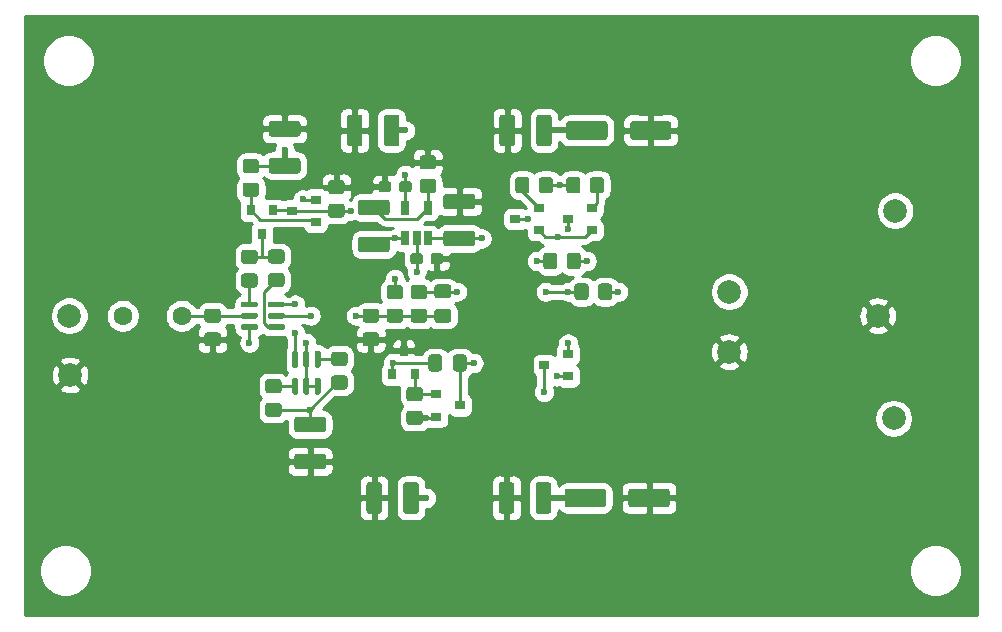
<source format=gbr>
G04 #@! TF.GenerationSoftware,KiCad,Pcbnew,(5.1.10-0-10_14)*
G04 #@! TF.CreationDate,2021-07-28T14:35:39+02:00*
G04 #@! TF.ProjectId,pre-amp-discret,7072652d-616d-4702-9d64-697363726574,rev?*
G04 #@! TF.SameCoordinates,Original*
G04 #@! TF.FileFunction,Copper,L1,Top*
G04 #@! TF.FilePolarity,Positive*
%FSLAX46Y46*%
G04 Gerber Fmt 4.6, Leading zero omitted, Abs format (unit mm)*
G04 Created by KiCad (PCBNEW (5.1.10-0-10_14)) date 2021-07-28 14:35:39*
%MOMM*%
%LPD*%
G01*
G04 APERTURE LIST*
G04 #@! TA.AperFunction,SMDPad,CuDef*
%ADD10R,0.650000X1.220000*%
G04 #@! TD*
G04 #@! TA.AperFunction,SMDPad,CuDef*
%ADD11R,0.900000X0.800000*%
G04 #@! TD*
G04 #@! TA.AperFunction,SMDPad,CuDef*
%ADD12R,0.800000X0.900000*%
G04 #@! TD*
G04 #@! TA.AperFunction,ComponentPad*
%ADD13C,2.000000*%
G04 #@! TD*
G04 #@! TA.AperFunction,ComponentPad*
%ADD14C,1.600000*%
G04 #@! TD*
G04 #@! TA.AperFunction,ViaPad*
%ADD15C,0.600000*%
G04 #@! TD*
G04 #@! TA.AperFunction,Conductor*
%ADD16C,0.250000*%
G04 #@! TD*
G04 #@! TA.AperFunction,Conductor*
%ADD17C,0.500000*%
G04 #@! TD*
G04 #@! TA.AperFunction,Conductor*
%ADD18C,0.254000*%
G04 #@! TD*
G04 #@! TA.AperFunction,Conductor*
%ADD19C,0.100000*%
G04 #@! TD*
G04 APERTURE END LIST*
G04 #@! TA.AperFunction,SMDPad,CuDef*
G36*
G01*
X152919000Y-107335501D02*
X152919000Y-105135499D01*
G75*
G02*
X153168999Y-104885500I249999J0D01*
G01*
X153994001Y-104885500D01*
G75*
G02*
X154244000Y-105135499I0J-249999D01*
G01*
X154244000Y-107335501D01*
G75*
G02*
X153994001Y-107585500I-249999J0D01*
G01*
X153168999Y-107585500D01*
G75*
G02*
X152919000Y-107335501I0J249999D01*
G01*
G37*
G04 #@! TD.AperFunction*
G04 #@! TA.AperFunction,SMDPad,CuDef*
G36*
G01*
X149794000Y-107335501D02*
X149794000Y-105135499D01*
G75*
G02*
X150043999Y-104885500I249999J0D01*
G01*
X150869001Y-104885500D01*
G75*
G02*
X151119000Y-105135499I0J-249999D01*
G01*
X151119000Y-107335501D01*
G75*
G02*
X150869001Y-107585500I-249999J0D01*
G01*
X150043999Y-107585500D01*
G75*
G02*
X149794000Y-107335501I0J249999D01*
G01*
G37*
G04 #@! TD.AperFunction*
G04 #@! TA.AperFunction,SMDPad,CuDef*
G36*
G01*
X152770000Y-136250499D02*
X152770000Y-138450501D01*
G75*
G02*
X152520001Y-138700500I-249999J0D01*
G01*
X151694999Y-138700500D01*
G75*
G02*
X151445000Y-138450501I0J249999D01*
G01*
X151445000Y-136250499D01*
G75*
G02*
X151694999Y-136000500I249999J0D01*
G01*
X152520001Y-136000500D01*
G75*
G02*
X152770000Y-136250499I0J-249999D01*
G01*
G37*
G04 #@! TD.AperFunction*
G04 #@! TA.AperFunction,SMDPad,CuDef*
G36*
G01*
X155895000Y-136250499D02*
X155895000Y-138450501D01*
G75*
G02*
X155645001Y-138700500I-249999J0D01*
G01*
X154819999Y-138700500D01*
G75*
G02*
X154570000Y-138450501I0J249999D01*
G01*
X154570000Y-136250499D01*
G75*
G02*
X154819999Y-136000500I249999J0D01*
G01*
X155645001Y-136000500D01*
G75*
G02*
X155895000Y-136250499I0J-249999D01*
G01*
G37*
G04 #@! TD.AperFunction*
G04 #@! TA.AperFunction,SMDPad,CuDef*
G36*
G01*
X171739500Y-136800500D02*
X171739500Y-137900500D01*
G75*
G02*
X171489500Y-138150500I-250000J0D01*
G01*
X168489500Y-138150500D01*
G75*
G02*
X168239500Y-137900500I0J250000D01*
G01*
X168239500Y-136800500D01*
G75*
G02*
X168489500Y-136550500I250000J0D01*
G01*
X171489500Y-136550500D01*
G75*
G02*
X171739500Y-136800500I0J-250000D01*
G01*
G37*
G04 #@! TD.AperFunction*
G04 #@! TA.AperFunction,SMDPad,CuDef*
G36*
G01*
X177139500Y-136800500D02*
X177139500Y-137900500D01*
G75*
G02*
X176889500Y-138150500I-250000J0D01*
G01*
X173889500Y-138150500D01*
G75*
G02*
X173639500Y-137900500I0J250000D01*
G01*
X173639500Y-136800500D01*
G75*
G02*
X173889500Y-136550500I250000J0D01*
G01*
X176889500Y-136550500D01*
G75*
G02*
X177139500Y-136800500I0J-250000D01*
G01*
G37*
G04 #@! TD.AperFunction*
G04 #@! TA.AperFunction,SMDPad,CuDef*
G36*
G01*
X173766500Y-106785500D02*
X173766500Y-105685500D01*
G75*
G02*
X174016500Y-105435500I250000J0D01*
G01*
X177016500Y-105435500D01*
G75*
G02*
X177266500Y-105685500I0J-250000D01*
G01*
X177266500Y-106785500D01*
G75*
G02*
X177016500Y-107035500I-250000J0D01*
G01*
X174016500Y-107035500D01*
G75*
G02*
X173766500Y-106785500I0J250000D01*
G01*
G37*
G04 #@! TD.AperFunction*
G04 #@! TA.AperFunction,SMDPad,CuDef*
G36*
G01*
X168366500Y-106785500D02*
X168366500Y-105685500D01*
G75*
G02*
X168616500Y-105435500I250000J0D01*
G01*
X171616500Y-105435500D01*
G75*
G02*
X171866500Y-105685500I0J-250000D01*
G01*
X171866500Y-106785500D01*
G75*
G02*
X171616500Y-107035500I-250000J0D01*
G01*
X168616500Y-107035500D01*
G75*
G02*
X168366500Y-106785500I0J250000D01*
G01*
G37*
G04 #@! TD.AperFunction*
G04 #@! TA.AperFunction,SMDPad,CuDef*
G36*
G01*
X163971000Y-136250499D02*
X163971000Y-138450501D01*
G75*
G02*
X163721001Y-138700500I-249999J0D01*
G01*
X162895999Y-138700500D01*
G75*
G02*
X162646000Y-138450501I0J249999D01*
G01*
X162646000Y-136250499D01*
G75*
G02*
X162895999Y-136000500I249999J0D01*
G01*
X163721001Y-136000500D01*
G75*
G02*
X163971000Y-136250499I0J-249999D01*
G01*
G37*
G04 #@! TD.AperFunction*
G04 #@! TA.AperFunction,SMDPad,CuDef*
G36*
G01*
X167096000Y-136250499D02*
X167096000Y-138450501D01*
G75*
G02*
X166846001Y-138700500I-249999J0D01*
G01*
X166020999Y-138700500D01*
G75*
G02*
X165771000Y-138450501I0J249999D01*
G01*
X165771000Y-136250499D01*
G75*
G02*
X166020999Y-136000500I249999J0D01*
G01*
X166846001Y-136000500D01*
G75*
G02*
X167096000Y-136250499I0J-249999D01*
G01*
G37*
G04 #@! TD.AperFunction*
G04 #@! TA.AperFunction,SMDPad,CuDef*
G36*
G01*
X165834500Y-107335501D02*
X165834500Y-105135499D01*
G75*
G02*
X166084499Y-104885500I249999J0D01*
G01*
X166909501Y-104885500D01*
G75*
G02*
X167159500Y-105135499I0J-249999D01*
G01*
X167159500Y-107335501D01*
G75*
G02*
X166909501Y-107585500I-249999J0D01*
G01*
X166084499Y-107585500D01*
G75*
G02*
X165834500Y-107335501I0J249999D01*
G01*
G37*
G04 #@! TD.AperFunction*
G04 #@! TA.AperFunction,SMDPad,CuDef*
G36*
G01*
X162709500Y-107335501D02*
X162709500Y-105135499D01*
G75*
G02*
X162959499Y-104885500I249999J0D01*
G01*
X163784501Y-104885500D01*
G75*
G02*
X164034500Y-105135499I0J-249999D01*
G01*
X164034500Y-107335501D01*
G75*
G02*
X163784501Y-107585500I-249999J0D01*
G01*
X162959499Y-107585500D01*
G75*
G02*
X162709500Y-107335501I0J249999D01*
G01*
G37*
G04 #@! TD.AperFunction*
G04 #@! TA.AperFunction,SMDPad,CuDef*
G36*
G01*
X158221499Y-114717000D02*
X160421501Y-114717000D01*
G75*
G02*
X160671500Y-114966999I0J-249999D01*
G01*
X160671500Y-115792001D01*
G75*
G02*
X160421501Y-116042000I-249999J0D01*
G01*
X158221499Y-116042000D01*
G75*
G02*
X157971500Y-115792001I0J249999D01*
G01*
X157971500Y-114966999D01*
G75*
G02*
X158221499Y-114717000I249999J0D01*
G01*
G37*
G04 #@! TD.AperFunction*
G04 #@! TA.AperFunction,SMDPad,CuDef*
G36*
G01*
X158221499Y-111592000D02*
X160421501Y-111592000D01*
G75*
G02*
X160671500Y-111841999I0J-249999D01*
G01*
X160671500Y-112667001D01*
G75*
G02*
X160421501Y-112917000I-249999J0D01*
G01*
X158221499Y-112917000D01*
G75*
G02*
X157971500Y-112667001I0J249999D01*
G01*
X157971500Y-111841999D01*
G75*
G02*
X158221499Y-111592000I249999J0D01*
G01*
G37*
G04 #@! TD.AperFunction*
G04 #@! TA.AperFunction,SMDPad,CuDef*
G36*
G01*
X153182501Y-113421500D02*
X150982499Y-113421500D01*
G75*
G02*
X150732500Y-113171501I0J249999D01*
G01*
X150732500Y-112346499D01*
G75*
G02*
X150982499Y-112096500I249999J0D01*
G01*
X153182501Y-112096500D01*
G75*
G02*
X153432500Y-112346499I0J-249999D01*
G01*
X153432500Y-113171501D01*
G75*
G02*
X153182501Y-113421500I-249999J0D01*
G01*
G37*
G04 #@! TD.AperFunction*
G04 #@! TA.AperFunction,SMDPad,CuDef*
G36*
G01*
X153182501Y-116546500D02*
X150982499Y-116546500D01*
G75*
G02*
X150732500Y-116296501I0J249999D01*
G01*
X150732500Y-115471499D01*
G75*
G02*
X150982499Y-115221500I249999J0D01*
G01*
X153182501Y-115221500D01*
G75*
G02*
X153432500Y-115471499I0J-249999D01*
G01*
X153432500Y-116296501D01*
G75*
G02*
X153182501Y-116546500I-249999J0D01*
G01*
G37*
G04 #@! TD.AperFunction*
G04 #@! TA.AperFunction,SMDPad,CuDef*
G36*
G01*
X145584999Y-133590000D02*
X147785001Y-133590000D01*
G75*
G02*
X148035000Y-133839999I0J-249999D01*
G01*
X148035000Y-134665001D01*
G75*
G02*
X147785001Y-134915000I-249999J0D01*
G01*
X145584999Y-134915000D01*
G75*
G02*
X145335000Y-134665001I0J249999D01*
G01*
X145335000Y-133839999D01*
G75*
G02*
X145584999Y-133590000I249999J0D01*
G01*
G37*
G04 #@! TD.AperFunction*
G04 #@! TA.AperFunction,SMDPad,CuDef*
G36*
G01*
X145584999Y-130465000D02*
X147785001Y-130465000D01*
G75*
G02*
X148035000Y-130714999I0J-249999D01*
G01*
X148035000Y-131540001D01*
G75*
G02*
X147785001Y-131790000I-249999J0D01*
G01*
X145584999Y-131790000D01*
G75*
G02*
X145335000Y-131540001I0J249999D01*
G01*
X145335000Y-130714999D01*
G75*
G02*
X145584999Y-130465000I249999J0D01*
G01*
G37*
G04 #@! TD.AperFunction*
G04 #@! TA.AperFunction,SMDPad,CuDef*
G36*
G01*
X143425999Y-108557500D02*
X145626001Y-108557500D01*
G75*
G02*
X145876000Y-108807499I0J-249999D01*
G01*
X145876000Y-109632501D01*
G75*
G02*
X145626001Y-109882500I-249999J0D01*
G01*
X143425999Y-109882500D01*
G75*
G02*
X143176000Y-109632501I0J249999D01*
G01*
X143176000Y-108807499D01*
G75*
G02*
X143425999Y-108557500I249999J0D01*
G01*
G37*
G04 #@! TD.AperFunction*
G04 #@! TA.AperFunction,SMDPad,CuDef*
G36*
G01*
X143425999Y-105432500D02*
X145626001Y-105432500D01*
G75*
G02*
X145876000Y-105682499I0J-249999D01*
G01*
X145876000Y-106507501D01*
G75*
G02*
X145626001Y-106757500I-249999J0D01*
G01*
X143425999Y-106757500D01*
G75*
G02*
X143176000Y-106507501I0J249999D01*
G01*
X143176000Y-105682499D01*
G75*
G02*
X143425999Y-105432500I249999J0D01*
G01*
G37*
G04 #@! TD.AperFunction*
D10*
X154754500Y-112759500D03*
X156654500Y-112759500D03*
X156654500Y-115379500D03*
X155704500Y-115379500D03*
X154754500Y-115379500D03*
G04 #@! TA.AperFunction,SMDPad,CuDef*
G36*
G01*
X167621000Y-116834499D02*
X167621000Y-117734501D01*
G75*
G02*
X167371001Y-117984500I-249999J0D01*
G01*
X166670999Y-117984500D01*
G75*
G02*
X166421000Y-117734501I0J249999D01*
G01*
X166421000Y-116834499D01*
G75*
G02*
X166670999Y-116584500I249999J0D01*
G01*
X167371001Y-116584500D01*
G75*
G02*
X167621000Y-116834499I0J-249999D01*
G01*
G37*
G04 #@! TD.AperFunction*
G04 #@! TA.AperFunction,SMDPad,CuDef*
G36*
G01*
X169621000Y-116834499D02*
X169621000Y-117734501D01*
G75*
G02*
X169371001Y-117984500I-249999J0D01*
G01*
X168670999Y-117984500D01*
G75*
G02*
X168421000Y-117734501I0J249999D01*
G01*
X168421000Y-116834499D01*
G75*
G02*
X168670999Y-116584500I249999J0D01*
G01*
X169371001Y-116584500D01*
G75*
G02*
X169621000Y-116834499I0J-249999D01*
G01*
G37*
G04 #@! TD.AperFunction*
G04 #@! TA.AperFunction,SMDPad,CuDef*
G36*
G01*
X157104501Y-109534500D02*
X156204499Y-109534500D01*
G75*
G02*
X155954500Y-109284501I0J249999D01*
G01*
X155954500Y-108584499D01*
G75*
G02*
X156204499Y-108334500I249999J0D01*
G01*
X157104501Y-108334500D01*
G75*
G02*
X157354500Y-108584499I0J-249999D01*
G01*
X157354500Y-109284501D01*
G75*
G02*
X157104501Y-109534500I-249999J0D01*
G01*
G37*
G04 #@! TD.AperFunction*
G04 #@! TA.AperFunction,SMDPad,CuDef*
G36*
G01*
X157104501Y-111534500D02*
X156204499Y-111534500D01*
G75*
G02*
X155954500Y-111284501I0J249999D01*
G01*
X155954500Y-110584499D01*
G75*
G02*
X156204499Y-110334500I249999J0D01*
G01*
X157104501Y-110334500D01*
G75*
G02*
X157354500Y-110584499I0J-249999D01*
G01*
X157354500Y-111284501D01*
G75*
G02*
X157104501Y-111534500I-249999J0D01*
G01*
G37*
G04 #@! TD.AperFunction*
G04 #@! TA.AperFunction,SMDPad,CuDef*
G36*
G01*
X153410499Y-121320000D02*
X154310501Y-121320000D01*
G75*
G02*
X154560500Y-121569999I0J-249999D01*
G01*
X154560500Y-122270001D01*
G75*
G02*
X154310501Y-122520000I-249999J0D01*
G01*
X153410499Y-122520000D01*
G75*
G02*
X153160500Y-122270001I0J249999D01*
G01*
X153160500Y-121569999D01*
G75*
G02*
X153410499Y-121320000I249999J0D01*
G01*
G37*
G04 #@! TD.AperFunction*
G04 #@! TA.AperFunction,SMDPad,CuDef*
G36*
G01*
X153410499Y-119320000D02*
X154310501Y-119320000D01*
G75*
G02*
X154560500Y-119569999I0J-249999D01*
G01*
X154560500Y-120270001D01*
G75*
G02*
X154310501Y-120520000I-249999J0D01*
G01*
X153410499Y-120520000D01*
G75*
G02*
X153160500Y-120270001I0J249999D01*
G01*
X153160500Y-119569999D01*
G75*
G02*
X153410499Y-119320000I249999J0D01*
G01*
G37*
G04 #@! TD.AperFunction*
G04 #@! TA.AperFunction,SMDPad,CuDef*
G36*
G01*
X149357501Y-111630000D02*
X148457499Y-111630000D01*
G75*
G02*
X148207500Y-111380001I0J249999D01*
G01*
X148207500Y-110679999D01*
G75*
G02*
X148457499Y-110430000I249999J0D01*
G01*
X149357501Y-110430000D01*
G75*
G02*
X149607500Y-110679999I0J-249999D01*
G01*
X149607500Y-111380001D01*
G75*
G02*
X149357501Y-111630000I-249999J0D01*
G01*
G37*
G04 #@! TD.AperFunction*
G04 #@! TA.AperFunction,SMDPad,CuDef*
G36*
G01*
X149357501Y-113630000D02*
X148457499Y-113630000D01*
G75*
G02*
X148207500Y-113380001I0J249999D01*
G01*
X148207500Y-112679999D01*
G75*
G02*
X148457499Y-112430000I249999J0D01*
G01*
X149357501Y-112430000D01*
G75*
G02*
X149607500Y-112679999I0J-249999D01*
G01*
X149607500Y-113380001D01*
G75*
G02*
X149357501Y-113630000I-249999J0D01*
G01*
G37*
G04 #@! TD.AperFunction*
G04 #@! TA.AperFunction,SMDPad,CuDef*
G36*
G01*
X141218499Y-110652000D02*
X142118501Y-110652000D01*
G75*
G02*
X142368500Y-110901999I0J-249999D01*
G01*
X142368500Y-111602001D01*
G75*
G02*
X142118501Y-111852000I-249999J0D01*
G01*
X141218499Y-111852000D01*
G75*
G02*
X140968500Y-111602001I0J249999D01*
G01*
X140968500Y-110901999D01*
G75*
G02*
X141218499Y-110652000I249999J0D01*
G01*
G37*
G04 #@! TD.AperFunction*
G04 #@! TA.AperFunction,SMDPad,CuDef*
G36*
G01*
X141218499Y-108652000D02*
X142118501Y-108652000D01*
G75*
G02*
X142368500Y-108901999I0J-249999D01*
G01*
X142368500Y-109602001D01*
G75*
G02*
X142118501Y-109852000I-249999J0D01*
G01*
X141218499Y-109852000D01*
G75*
G02*
X140968500Y-109602001I0J249999D01*
G01*
X140968500Y-108901999D01*
G75*
G02*
X141218499Y-108652000I249999J0D01*
G01*
G37*
G04 #@! TD.AperFunction*
D11*
X145161000Y-113030000D03*
X147161000Y-112080000D03*
X147161000Y-113980000D03*
D12*
X142621000Y-114998500D03*
X141671000Y-112998500D03*
X143571000Y-112998500D03*
G04 #@! TA.AperFunction,SMDPad,CuDef*
G36*
G01*
X145542500Y-126315500D02*
X145292500Y-126315500D01*
G75*
G02*
X145167500Y-126190500I0J125000D01*
G01*
X145167500Y-125015500D01*
G75*
G02*
X145292500Y-124890500I125000J0D01*
G01*
X145542500Y-124890500D01*
G75*
G02*
X145667500Y-125015500I0J-125000D01*
G01*
X145667500Y-126190500D01*
G75*
G02*
X145542500Y-126315500I-125000J0D01*
G01*
G37*
G04 #@! TD.AperFunction*
G04 #@! TA.AperFunction,SMDPad,CuDef*
G36*
G01*
X146492500Y-126315500D02*
X146242500Y-126315500D01*
G75*
G02*
X146117500Y-126190500I0J125000D01*
G01*
X146117500Y-125015500D01*
G75*
G02*
X146242500Y-124890500I125000J0D01*
G01*
X146492500Y-124890500D01*
G75*
G02*
X146617500Y-125015500I0J-125000D01*
G01*
X146617500Y-126190500D01*
G75*
G02*
X146492500Y-126315500I-125000J0D01*
G01*
G37*
G04 #@! TD.AperFunction*
G04 #@! TA.AperFunction,SMDPad,CuDef*
G36*
G01*
X147442500Y-126315500D02*
X147192500Y-126315500D01*
G75*
G02*
X147067500Y-126190500I0J125000D01*
G01*
X147067500Y-125015500D01*
G75*
G02*
X147192500Y-124890500I125000J0D01*
G01*
X147442500Y-124890500D01*
G75*
G02*
X147567500Y-125015500I0J-125000D01*
G01*
X147567500Y-126190500D01*
G75*
G02*
X147442500Y-126315500I-125000J0D01*
G01*
G37*
G04 #@! TD.AperFunction*
G04 #@! TA.AperFunction,SMDPad,CuDef*
G36*
G01*
X147442500Y-128590500D02*
X147192500Y-128590500D01*
G75*
G02*
X147067500Y-128465500I0J125000D01*
G01*
X147067500Y-127290500D01*
G75*
G02*
X147192500Y-127165500I125000J0D01*
G01*
X147442500Y-127165500D01*
G75*
G02*
X147567500Y-127290500I0J-125000D01*
G01*
X147567500Y-128465500D01*
G75*
G02*
X147442500Y-128590500I-125000J0D01*
G01*
G37*
G04 #@! TD.AperFunction*
G04 #@! TA.AperFunction,SMDPad,CuDef*
G36*
G01*
X146492500Y-128590500D02*
X146242500Y-128590500D01*
G75*
G02*
X146117500Y-128465500I0J125000D01*
G01*
X146117500Y-127290500D01*
G75*
G02*
X146242500Y-127165500I125000J0D01*
G01*
X146492500Y-127165500D01*
G75*
G02*
X146617500Y-127290500I0J-125000D01*
G01*
X146617500Y-128465500D01*
G75*
G02*
X146492500Y-128590500I-125000J0D01*
G01*
G37*
G04 #@! TD.AperFunction*
G04 #@! TA.AperFunction,SMDPad,CuDef*
G36*
G01*
X145542500Y-128590500D02*
X145292500Y-128590500D01*
G75*
G02*
X145167500Y-128465500I0J125000D01*
G01*
X145167500Y-127290500D01*
G75*
G02*
X145292500Y-127165500I125000J0D01*
G01*
X145542500Y-127165500D01*
G75*
G02*
X145667500Y-127290500I0J-125000D01*
G01*
X145667500Y-128465500D01*
G75*
G02*
X145542500Y-128590500I-125000J0D01*
G01*
G37*
G04 #@! TD.AperFunction*
G04 #@! TA.AperFunction,SMDPad,CuDef*
G36*
G01*
X143104000Y-121095000D02*
X143104000Y-120845000D01*
G75*
G02*
X143229000Y-120720000I125000J0D01*
G01*
X144404000Y-120720000D01*
G75*
G02*
X144529000Y-120845000I0J-125000D01*
G01*
X144529000Y-121095000D01*
G75*
G02*
X144404000Y-121220000I-125000J0D01*
G01*
X143229000Y-121220000D01*
G75*
G02*
X143104000Y-121095000I0J125000D01*
G01*
G37*
G04 #@! TD.AperFunction*
G04 #@! TA.AperFunction,SMDPad,CuDef*
G36*
G01*
X143104000Y-122045000D02*
X143104000Y-121795000D01*
G75*
G02*
X143229000Y-121670000I125000J0D01*
G01*
X144404000Y-121670000D01*
G75*
G02*
X144529000Y-121795000I0J-125000D01*
G01*
X144529000Y-122045000D01*
G75*
G02*
X144404000Y-122170000I-125000J0D01*
G01*
X143229000Y-122170000D01*
G75*
G02*
X143104000Y-122045000I0J125000D01*
G01*
G37*
G04 #@! TD.AperFunction*
G04 #@! TA.AperFunction,SMDPad,CuDef*
G36*
G01*
X143104000Y-122995000D02*
X143104000Y-122745000D01*
G75*
G02*
X143229000Y-122620000I125000J0D01*
G01*
X144404000Y-122620000D01*
G75*
G02*
X144529000Y-122745000I0J-125000D01*
G01*
X144529000Y-122995000D01*
G75*
G02*
X144404000Y-123120000I-125000J0D01*
G01*
X143229000Y-123120000D01*
G75*
G02*
X143104000Y-122995000I0J125000D01*
G01*
G37*
G04 #@! TD.AperFunction*
G04 #@! TA.AperFunction,SMDPad,CuDef*
G36*
G01*
X140829000Y-122995000D02*
X140829000Y-122745000D01*
G75*
G02*
X140954000Y-122620000I125000J0D01*
G01*
X142129000Y-122620000D01*
G75*
G02*
X142254000Y-122745000I0J-125000D01*
G01*
X142254000Y-122995000D01*
G75*
G02*
X142129000Y-123120000I-125000J0D01*
G01*
X140954000Y-123120000D01*
G75*
G02*
X140829000Y-122995000I0J125000D01*
G01*
G37*
G04 #@! TD.AperFunction*
G04 #@! TA.AperFunction,SMDPad,CuDef*
G36*
G01*
X140829000Y-122045000D02*
X140829000Y-121795000D01*
G75*
G02*
X140954000Y-121670000I125000J0D01*
G01*
X142129000Y-121670000D01*
G75*
G02*
X142254000Y-121795000I0J-125000D01*
G01*
X142254000Y-122045000D01*
G75*
G02*
X142129000Y-122170000I-125000J0D01*
G01*
X140954000Y-122170000D01*
G75*
G02*
X140829000Y-122045000I0J125000D01*
G01*
G37*
G04 #@! TD.AperFunction*
G04 #@! TA.AperFunction,SMDPad,CuDef*
G36*
G01*
X140829000Y-121095000D02*
X140829000Y-120845000D01*
G75*
G02*
X140954000Y-120720000I125000J0D01*
G01*
X142129000Y-120720000D01*
G75*
G02*
X142254000Y-120845000I0J-125000D01*
G01*
X142254000Y-121095000D01*
G75*
G02*
X142129000Y-121220000I-125000J0D01*
G01*
X140954000Y-121220000D01*
G75*
G02*
X140829000Y-121095000I0J125000D01*
G01*
G37*
G04 #@! TD.AperFunction*
D13*
X194754500Y-121920000D03*
X196215000Y-113030000D03*
X196088000Y-130619500D03*
G04 #@! TA.AperFunction,SMDPad,CuDef*
G36*
G01*
X156239500Y-116856500D02*
X156239500Y-117331500D01*
G75*
G02*
X156002000Y-117569000I-237500J0D01*
G01*
X155402000Y-117569000D01*
G75*
G02*
X155164500Y-117331500I0J237500D01*
G01*
X155164500Y-116856500D01*
G75*
G02*
X155402000Y-116619000I237500J0D01*
G01*
X156002000Y-116619000D01*
G75*
G02*
X156239500Y-116856500I0J-237500D01*
G01*
G37*
G04 #@! TD.AperFunction*
G04 #@! TA.AperFunction,SMDPad,CuDef*
G36*
G01*
X157964500Y-116856500D02*
X157964500Y-117331500D01*
G75*
G02*
X157727000Y-117569000I-237500J0D01*
G01*
X157127000Y-117569000D01*
G75*
G02*
X156889500Y-117331500I0J237500D01*
G01*
X156889500Y-116856500D01*
G75*
G02*
X157127000Y-116619000I237500J0D01*
G01*
X157727000Y-116619000D01*
G75*
G02*
X157964500Y-116856500I0J-237500D01*
G01*
G37*
G04 #@! TD.AperFunction*
G04 #@! TA.AperFunction,SMDPad,CuDef*
G36*
G01*
X154212000Y-111235500D02*
X154212000Y-110760500D01*
G75*
G02*
X154449500Y-110523000I237500J0D01*
G01*
X155049500Y-110523000D01*
G75*
G02*
X155287000Y-110760500I0J-237500D01*
G01*
X155287000Y-111235500D01*
G75*
G02*
X155049500Y-111473000I-237500J0D01*
G01*
X154449500Y-111473000D01*
G75*
G02*
X154212000Y-111235500I0J237500D01*
G01*
G37*
G04 #@! TD.AperFunction*
G04 #@! TA.AperFunction,SMDPad,CuDef*
G36*
G01*
X152487000Y-111235500D02*
X152487000Y-110760500D01*
G75*
G02*
X152724500Y-110523000I237500J0D01*
G01*
X153324500Y-110523000D01*
G75*
G02*
X153562000Y-110760500I0J-237500D01*
G01*
X153562000Y-111235500D01*
G75*
G02*
X153324500Y-111473000I-237500J0D01*
G01*
X152724500Y-111473000D01*
G75*
G02*
X152487000Y-111235500I0J237500D01*
G01*
G37*
G04 #@! TD.AperFunction*
X182181500Y-124968000D03*
X182181500Y-119888000D03*
X126365000Y-126936500D03*
X126301500Y-121920000D03*
D11*
X166529000Y-126108500D03*
X168529000Y-125158500D03*
X168529000Y-127058500D03*
G04 #@! TA.AperFunction,SMDPad,CuDef*
G36*
G01*
X157877000Y-125445500D02*
X157877000Y-126395500D01*
G75*
G02*
X157627000Y-126645500I-250000J0D01*
G01*
X156952000Y-126645500D01*
G75*
G02*
X156702000Y-126395500I0J250000D01*
G01*
X156702000Y-125445500D01*
G75*
G02*
X156952000Y-125195500I250000J0D01*
G01*
X157627000Y-125195500D01*
G75*
G02*
X157877000Y-125445500I0J-250000D01*
G01*
G37*
G04 #@! TD.AperFunction*
G04 #@! TA.AperFunction,SMDPad,CuDef*
G36*
G01*
X159952000Y-125445500D02*
X159952000Y-126395500D01*
G75*
G02*
X159702000Y-126645500I-250000J0D01*
G01*
X159027000Y-126645500D01*
G75*
G02*
X158777000Y-126395500I0J250000D01*
G01*
X158777000Y-125445500D01*
G75*
G02*
X159027000Y-125195500I250000J0D01*
G01*
X159702000Y-125195500D01*
G75*
G02*
X159952000Y-125445500I0J-250000D01*
G01*
G37*
G04 #@! TD.AperFunction*
G04 #@! TA.AperFunction,SMDPad,CuDef*
G36*
G01*
X157449500Y-121345200D02*
X158399500Y-121345200D01*
G75*
G02*
X158649500Y-121595200I0J-250000D01*
G01*
X158649500Y-122270200D01*
G75*
G02*
X158399500Y-122520200I-250000J0D01*
G01*
X157449500Y-122520200D01*
G75*
G02*
X157199500Y-122270200I0J250000D01*
G01*
X157199500Y-121595200D01*
G75*
G02*
X157449500Y-121345200I250000J0D01*
G01*
G37*
G04 #@! TD.AperFunction*
G04 #@! TA.AperFunction,SMDPad,CuDef*
G36*
G01*
X157449500Y-119270200D02*
X158399500Y-119270200D01*
G75*
G02*
X158649500Y-119520200I0J-250000D01*
G01*
X158649500Y-120195200D01*
G75*
G02*
X158399500Y-120445200I-250000J0D01*
G01*
X157449500Y-120445200D01*
G75*
G02*
X157199500Y-120195200I0J250000D01*
G01*
X157199500Y-119520200D01*
G75*
G02*
X157449500Y-119270200I250000J0D01*
G01*
G37*
G04 #@! TD.AperFunction*
X170529000Y-114678500D03*
X170529000Y-112778500D03*
X168529000Y-113728500D03*
G04 #@! TA.AperFunction,SMDPad,CuDef*
G36*
G01*
X137979999Y-123320000D02*
X138880001Y-123320000D01*
G75*
G02*
X139130000Y-123569999I0J-249999D01*
G01*
X139130000Y-124270001D01*
G75*
G02*
X138880001Y-124520000I-249999J0D01*
G01*
X137979999Y-124520000D01*
G75*
G02*
X137730000Y-124270001I0J249999D01*
G01*
X137730000Y-123569999D01*
G75*
G02*
X137979999Y-123320000I249999J0D01*
G01*
G37*
G04 #@! TD.AperFunction*
G04 #@! TA.AperFunction,SMDPad,CuDef*
G36*
G01*
X137979999Y-121320000D02*
X138880001Y-121320000D01*
G75*
G02*
X139130000Y-121569999I0J-249999D01*
G01*
X139130000Y-122270001D01*
G75*
G02*
X138880001Y-122520000I-249999J0D01*
G01*
X137979999Y-122520000D01*
G75*
G02*
X137730000Y-122270001I0J249999D01*
G01*
X137730000Y-121569999D01*
G75*
G02*
X137979999Y-121320000I249999J0D01*
G01*
G37*
G04 #@! TD.AperFunction*
G04 #@! TA.AperFunction,SMDPad,CuDef*
G36*
G01*
X170272000Y-119437999D02*
X170272000Y-120338001D01*
G75*
G02*
X170022001Y-120588000I-249999J0D01*
G01*
X169321999Y-120588000D01*
G75*
G02*
X169072000Y-120338001I0J249999D01*
G01*
X169072000Y-119437999D01*
G75*
G02*
X169321999Y-119188000I249999J0D01*
G01*
X170022001Y-119188000D01*
G75*
G02*
X170272000Y-119437999I0J-249999D01*
G01*
G37*
G04 #@! TD.AperFunction*
G04 #@! TA.AperFunction,SMDPad,CuDef*
G36*
G01*
X172272000Y-119437999D02*
X172272000Y-120338001D01*
G75*
G02*
X172022001Y-120588000I-249999J0D01*
G01*
X171321999Y-120588000D01*
G75*
G02*
X171072000Y-120338001I0J249999D01*
G01*
X171072000Y-119437999D01*
G75*
G02*
X171321999Y-119188000I249999J0D01*
G01*
X172022001Y-119188000D01*
G75*
G02*
X172272000Y-119437999I0J-249999D01*
G01*
G37*
G04 #@! TD.AperFunction*
G04 #@! TA.AperFunction,SMDPad,CuDef*
G36*
G01*
X170373500Y-111321001D02*
X170373500Y-110420999D01*
G75*
G02*
X170623499Y-110171000I249999J0D01*
G01*
X171323501Y-110171000D01*
G75*
G02*
X171573500Y-110420999I0J-249999D01*
G01*
X171573500Y-111321001D01*
G75*
G02*
X171323501Y-111571000I-249999J0D01*
G01*
X170623499Y-111571000D01*
G75*
G02*
X170373500Y-111321001I0J249999D01*
G01*
G37*
G04 #@! TD.AperFunction*
G04 #@! TA.AperFunction,SMDPad,CuDef*
G36*
G01*
X168373500Y-111321001D02*
X168373500Y-110420999D01*
G75*
G02*
X168623499Y-110171000I249999J0D01*
G01*
X169323501Y-110171000D01*
G75*
G02*
X169573500Y-110420999I0J-249999D01*
G01*
X169573500Y-111321001D01*
G75*
G02*
X169323501Y-111571000I-249999J0D01*
G01*
X168623499Y-111571000D01*
G75*
G02*
X168373500Y-111321001I0J249999D01*
G01*
G37*
G04 #@! TD.AperFunction*
G04 #@! TA.AperFunction,SMDPad,CuDef*
G36*
G01*
X165255500Y-110420999D02*
X165255500Y-111321001D01*
G75*
G02*
X165005501Y-111571000I-249999J0D01*
G01*
X164305499Y-111571000D01*
G75*
G02*
X164055500Y-111321001I0J249999D01*
G01*
X164055500Y-110420999D01*
G75*
G02*
X164305499Y-110171000I249999J0D01*
G01*
X165005501Y-110171000D01*
G75*
G02*
X165255500Y-110420999I0J-249999D01*
G01*
G37*
G04 #@! TD.AperFunction*
G04 #@! TA.AperFunction,SMDPad,CuDef*
G36*
G01*
X167255500Y-110420999D02*
X167255500Y-111321001D01*
G75*
G02*
X167005501Y-111571000I-249999J0D01*
G01*
X166305499Y-111571000D01*
G75*
G02*
X166055500Y-111321001I0J249999D01*
G01*
X166055500Y-110420999D01*
G75*
G02*
X166305499Y-110171000I249999J0D01*
G01*
X167005501Y-110171000D01*
G75*
G02*
X167255500Y-110420999I0J-249999D01*
G01*
G37*
G04 #@! TD.AperFunction*
G04 #@! TA.AperFunction,SMDPad,CuDef*
G36*
G01*
X155086899Y-129962100D02*
X155986901Y-129962100D01*
G75*
G02*
X156236900Y-130212099I0J-249999D01*
G01*
X156236900Y-130912101D01*
G75*
G02*
X155986901Y-131162100I-249999J0D01*
G01*
X155086899Y-131162100D01*
G75*
G02*
X154836900Y-130912101I0J249999D01*
G01*
X154836900Y-130212099D01*
G75*
G02*
X155086899Y-129962100I249999J0D01*
G01*
G37*
G04 #@! TD.AperFunction*
G04 #@! TA.AperFunction,SMDPad,CuDef*
G36*
G01*
X155086899Y-127962100D02*
X155986901Y-127962100D01*
G75*
G02*
X156236900Y-128212099I0J-249999D01*
G01*
X156236900Y-128912101D01*
G75*
G02*
X155986901Y-129162100I-249999J0D01*
G01*
X155086899Y-129162100D01*
G75*
G02*
X154836900Y-128912101I0J249999D01*
G01*
X154836900Y-128212099D01*
G75*
G02*
X155086899Y-127962100I249999J0D01*
G01*
G37*
G04 #@! TD.AperFunction*
G04 #@! TA.AperFunction,SMDPad,CuDef*
G36*
G01*
X155442499Y-121320000D02*
X156342501Y-121320000D01*
G75*
G02*
X156592500Y-121569999I0J-249999D01*
G01*
X156592500Y-122270001D01*
G75*
G02*
X156342501Y-122520000I-249999J0D01*
G01*
X155442499Y-122520000D01*
G75*
G02*
X155192500Y-122270001I0J249999D01*
G01*
X155192500Y-121569999D01*
G75*
G02*
X155442499Y-121320000I249999J0D01*
G01*
G37*
G04 #@! TD.AperFunction*
G04 #@! TA.AperFunction,SMDPad,CuDef*
G36*
G01*
X155442499Y-119320000D02*
X156342501Y-119320000D01*
G75*
G02*
X156592500Y-119569999I0J-249999D01*
G01*
X156592500Y-120270001D01*
G75*
G02*
X156342501Y-120520000I-249999J0D01*
G01*
X155442499Y-120520000D01*
G75*
G02*
X155192500Y-120270001I0J249999D01*
G01*
X155192500Y-119569999D01*
G75*
G02*
X155442499Y-119320000I249999J0D01*
G01*
G37*
G04 #@! TD.AperFunction*
G04 #@! TA.AperFunction,SMDPad,CuDef*
G36*
G01*
X151378499Y-123320000D02*
X152278501Y-123320000D01*
G75*
G02*
X152528500Y-123569999I0J-249999D01*
G01*
X152528500Y-124270001D01*
G75*
G02*
X152278501Y-124520000I-249999J0D01*
G01*
X151378499Y-124520000D01*
G75*
G02*
X151128500Y-124270001I0J249999D01*
G01*
X151128500Y-123569999D01*
G75*
G02*
X151378499Y-123320000I249999J0D01*
G01*
G37*
G04 #@! TD.AperFunction*
G04 #@! TA.AperFunction,SMDPad,CuDef*
G36*
G01*
X151378499Y-121320000D02*
X152278501Y-121320000D01*
G75*
G02*
X152528500Y-121569999I0J-249999D01*
G01*
X152528500Y-122270001D01*
G75*
G02*
X152278501Y-122520000I-249999J0D01*
G01*
X151378499Y-122520000D01*
G75*
G02*
X151128500Y-122270001I0J249999D01*
G01*
X151128500Y-121569999D01*
G75*
G02*
X151378499Y-121320000I249999J0D01*
G01*
G37*
G04 #@! TD.AperFunction*
G04 #@! TA.AperFunction,SMDPad,CuDef*
G36*
G01*
X148711499Y-126971500D02*
X149611501Y-126971500D01*
G75*
G02*
X149861500Y-127221499I0J-249999D01*
G01*
X149861500Y-127921501D01*
G75*
G02*
X149611501Y-128171500I-249999J0D01*
G01*
X148711499Y-128171500D01*
G75*
G02*
X148461500Y-127921501I0J249999D01*
G01*
X148461500Y-127221499D01*
G75*
G02*
X148711499Y-126971500I249999J0D01*
G01*
G37*
G04 #@! TD.AperFunction*
G04 #@! TA.AperFunction,SMDPad,CuDef*
G36*
G01*
X148711499Y-124971500D02*
X149611501Y-124971500D01*
G75*
G02*
X149861500Y-125221499I0J-249999D01*
G01*
X149861500Y-125921501D01*
G75*
G02*
X149611501Y-126171500I-249999J0D01*
G01*
X148711499Y-126171500D01*
G75*
G02*
X148461500Y-125921501I0J249999D01*
G01*
X148461500Y-125221499D01*
G75*
G02*
X148711499Y-124971500I249999J0D01*
G01*
G37*
G04 #@! TD.AperFunction*
G04 #@! TA.AperFunction,SMDPad,CuDef*
G36*
G01*
X143377499Y-118303500D02*
X144277501Y-118303500D01*
G75*
G02*
X144527500Y-118553499I0J-249999D01*
G01*
X144527500Y-119253501D01*
G75*
G02*
X144277501Y-119503500I-249999J0D01*
G01*
X143377499Y-119503500D01*
G75*
G02*
X143127500Y-119253501I0J249999D01*
G01*
X143127500Y-118553499D01*
G75*
G02*
X143377499Y-118303500I249999J0D01*
G01*
G37*
G04 #@! TD.AperFunction*
G04 #@! TA.AperFunction,SMDPad,CuDef*
G36*
G01*
X143377499Y-116303500D02*
X144277501Y-116303500D01*
G75*
G02*
X144527500Y-116553499I0J-249999D01*
G01*
X144527500Y-117253501D01*
G75*
G02*
X144277501Y-117503500I-249999J0D01*
G01*
X143377499Y-117503500D01*
G75*
G02*
X143127500Y-117253501I0J249999D01*
G01*
X143127500Y-116553499D01*
G75*
G02*
X143377499Y-116303500I249999J0D01*
G01*
G37*
G04 #@! TD.AperFunction*
G04 #@! TA.AperFunction,SMDPad,CuDef*
G36*
G01*
X143123499Y-129289000D02*
X144023501Y-129289000D01*
G75*
G02*
X144273500Y-129538999I0J-249999D01*
G01*
X144273500Y-130239001D01*
G75*
G02*
X144023501Y-130489000I-249999J0D01*
G01*
X143123499Y-130489000D01*
G75*
G02*
X142873500Y-130239001I0J249999D01*
G01*
X142873500Y-129538999D01*
G75*
G02*
X143123499Y-129289000I249999J0D01*
G01*
G37*
G04 #@! TD.AperFunction*
G04 #@! TA.AperFunction,SMDPad,CuDef*
G36*
G01*
X143123499Y-127289000D02*
X144023501Y-127289000D01*
G75*
G02*
X144273500Y-127538999I0J-249999D01*
G01*
X144273500Y-128239001D01*
G75*
G02*
X144023501Y-128489000I-249999J0D01*
G01*
X143123499Y-128489000D01*
G75*
G02*
X142873500Y-128239001I0J249999D01*
G01*
X142873500Y-127538999D01*
G75*
G02*
X143123499Y-127289000I249999J0D01*
G01*
G37*
G04 #@! TD.AperFunction*
G04 #@! TA.AperFunction,SMDPad,CuDef*
G36*
G01*
X141091499Y-118335500D02*
X141991501Y-118335500D01*
G75*
G02*
X142241500Y-118585499I0J-249999D01*
G01*
X142241500Y-119285501D01*
G75*
G02*
X141991501Y-119535500I-249999J0D01*
G01*
X141091499Y-119535500D01*
G75*
G02*
X140841500Y-119285501I0J249999D01*
G01*
X140841500Y-118585499D01*
G75*
G02*
X141091499Y-118335500I249999J0D01*
G01*
G37*
G04 #@! TD.AperFunction*
G04 #@! TA.AperFunction,SMDPad,CuDef*
G36*
G01*
X141091499Y-116335500D02*
X141991501Y-116335500D01*
G75*
G02*
X142241500Y-116585499I0J-249999D01*
G01*
X142241500Y-117285501D01*
G75*
G02*
X141991501Y-117535500I-249999J0D01*
G01*
X141091499Y-117535500D01*
G75*
G02*
X140841500Y-117285501I0J249999D01*
G01*
X140841500Y-116585499D01*
G75*
G02*
X141091499Y-116335500I249999J0D01*
G01*
G37*
G04 #@! TD.AperFunction*
X159365700Y-129512100D03*
X157365700Y-130462100D03*
X157365700Y-128562100D03*
X164052500Y-113731000D03*
X166052500Y-112781000D03*
X166052500Y-114681000D03*
D12*
X154607300Y-124885700D03*
X155557300Y-126885700D03*
X153657300Y-126885700D03*
D14*
X130810000Y-121920000D03*
X135810000Y-121920000D03*
D15*
X146050000Y-112077500D03*
X167830500Y-110871000D03*
X167830500Y-106235500D03*
X144526000Y-107886500D03*
X154749500Y-109982000D03*
X154749500Y-106235500D03*
X156521400Y-130562100D03*
X155702000Y-118237000D03*
X167640000Y-137350500D03*
X166497000Y-128397000D03*
X146653500Y-129889000D03*
X156527500Y-137350500D03*
X145415000Y-123380500D03*
X145415000Y-120967500D03*
X153670000Y-125920500D03*
X167576500Y-127063500D03*
X160528000Y-125920500D03*
X165163500Y-113728500D03*
X165862000Y-117284500D03*
X161226500Y-115379500D03*
X146748500Y-121920000D03*
X150558500Y-121920000D03*
X168529000Y-114617500D03*
X168529000Y-124269500D03*
X168529000Y-119888000D03*
X166624000Y-119888000D03*
X159131000Y-119888000D03*
X153860500Y-118808500D03*
X153860500Y-115379500D03*
X172783500Y-119888000D03*
X170116500Y-117284500D03*
X146367500Y-124206000D03*
X141541500Y-124206000D03*
X167649999Y-115242501D03*
X150114000Y-113030000D03*
D16*
X146052500Y-112080000D02*
X146050000Y-112077500D01*
X147161000Y-112080000D02*
X146052500Y-112080000D01*
X168973500Y-110871000D02*
X167830500Y-110871000D01*
X167830500Y-110871000D02*
X166655500Y-110871000D01*
D17*
X167830500Y-106235500D02*
X170116500Y-106235500D01*
X167830500Y-106235500D02*
X166497000Y-106235500D01*
D16*
X141700500Y-109220000D02*
X141668500Y-109252000D01*
D17*
X144526000Y-109220000D02*
X144526000Y-107886500D01*
D16*
X144494000Y-109252000D02*
X144526000Y-109220000D01*
X141668500Y-109252000D02*
X144494000Y-109252000D01*
X154754500Y-111003000D02*
X154749500Y-110998000D01*
X154754500Y-112759500D02*
X154754500Y-111003000D01*
X154749500Y-110998000D02*
X154749500Y-109982000D01*
D17*
X154749500Y-106235500D02*
X153581500Y-106235500D01*
D16*
X135810000Y-121920000D02*
X138430000Y-121920000D01*
X138430000Y-121920000D02*
X141541500Y-121920000D01*
X157265700Y-130562100D02*
X157365700Y-130462100D01*
X156521400Y-130562100D02*
X157265700Y-130562100D01*
X155702000Y-118237000D02*
X155702000Y-117094000D01*
X155702000Y-115382000D02*
X155704500Y-115379500D01*
X155702000Y-117094000D02*
X155702000Y-115382000D01*
D17*
X167640000Y-137350500D02*
X166433500Y-137350500D01*
X167640000Y-137350500D02*
X169989500Y-137350500D01*
D16*
X166529000Y-128365000D02*
X166497000Y-128397000D01*
X166529000Y-126108500D02*
X166529000Y-128365000D01*
X156521400Y-130562100D02*
X155536900Y-130562100D01*
X148972912Y-127571500D02*
X149161500Y-127571500D01*
X146655412Y-129889000D02*
X148972912Y-127571500D01*
X143573500Y-129889000D02*
X146653500Y-129889000D01*
X146685000Y-129918588D02*
X146655412Y-129889000D01*
X146685000Y-131127500D02*
X146685000Y-129918588D01*
X146653500Y-129889000D02*
X146655412Y-129889000D01*
D17*
X155232500Y-137350500D02*
X156527500Y-137350500D01*
D16*
X145417500Y-123383000D02*
X145415000Y-123380500D01*
X145417500Y-125603000D02*
X145417500Y-123383000D01*
X143819000Y-120967500D02*
X143816500Y-120970000D01*
X145415000Y-120967500D02*
X143819000Y-120967500D01*
X153657300Y-125933200D02*
X153670000Y-125920500D01*
X153657300Y-126885700D02*
X153657300Y-125933200D01*
X153670000Y-125920500D02*
X157289500Y-125920500D01*
X159365700Y-125921700D02*
X159364500Y-125920500D01*
X159365700Y-129512100D02*
X159365700Y-125921700D01*
X167581500Y-127058500D02*
X167576500Y-127063500D01*
X168529000Y-127058500D02*
X167581500Y-127058500D01*
X160528000Y-125920500D02*
X159364500Y-125920500D01*
X164055000Y-113728500D02*
X164052500Y-113731000D01*
X165163500Y-113728500D02*
X164055000Y-113728500D01*
X167021000Y-117284500D02*
X165862000Y-117284500D01*
X156654500Y-115379500D02*
X159321500Y-115379500D01*
X161226500Y-115379500D02*
X159321500Y-115379500D01*
X145406500Y-127889000D02*
X145417500Y-127878000D01*
X143573500Y-127889000D02*
X145406500Y-127889000D01*
X143795500Y-116935500D02*
X143827500Y-116903500D01*
X142621000Y-114998500D02*
X142621000Y-116840000D01*
X142621000Y-116840000D02*
X142525500Y-116935500D01*
X142525500Y-116935500D02*
X143795500Y-116935500D01*
X141541500Y-116935500D02*
X142525500Y-116935500D01*
X146954501Y-113773501D02*
X147161000Y-113980000D01*
X142446001Y-113773501D02*
X146954501Y-113773501D01*
X141671000Y-112998500D02*
X142446001Y-113773501D01*
X141671000Y-111254500D02*
X141668500Y-111252000D01*
X141671000Y-112998500D02*
X141671000Y-111254500D01*
X155536900Y-126906100D02*
X155557300Y-126885700D01*
X155536900Y-128562100D02*
X155536900Y-126906100D01*
X155536900Y-128562100D02*
X157365700Y-128562100D01*
X164655500Y-111384000D02*
X166052500Y-112781000D01*
X164655500Y-110871000D02*
X164655500Y-111384000D01*
X170973500Y-112334000D02*
X170529000Y-112778500D01*
X170973500Y-110871000D02*
X170973500Y-112334000D01*
X158308000Y-121981000D02*
X158356300Y-121932700D01*
X143816500Y-121920000D02*
X146748500Y-121920000D01*
X155905200Y-121932700D02*
X155892500Y-121920000D01*
X157924500Y-121932700D02*
X155905200Y-121932700D01*
X155892500Y-121920000D02*
X153860500Y-121920000D01*
X153860500Y-121920000D02*
X151828500Y-121920000D01*
X151828500Y-121920000D02*
X150558500Y-121920000D01*
X168529000Y-113728500D02*
X168529000Y-114617500D01*
X168529000Y-124269500D02*
X168529000Y-125158500D01*
X169672000Y-119888000D02*
X168529000Y-119888000D01*
X157862200Y-119920000D02*
X157924500Y-119857700D01*
X155892500Y-119920000D02*
X157862200Y-119920000D01*
X168529000Y-119888000D02*
X166624000Y-119888000D01*
X157954800Y-119888000D02*
X157924500Y-119857700D01*
X159131000Y-119888000D02*
X157954800Y-119888000D01*
X156654500Y-112759500D02*
X156654500Y-110934500D01*
X155719499Y-113694501D02*
X156654500Y-112759500D01*
X153018001Y-113694501D02*
X155719499Y-113694501D01*
X152082500Y-112759000D02*
X153018001Y-113694501D01*
X152777500Y-115379500D02*
X152273000Y-115884000D01*
X152717500Y-116328500D02*
X152273000Y-115884000D01*
X153860500Y-119920000D02*
X153860500Y-118808500D01*
X154754500Y-115379500D02*
X153860500Y-115379500D01*
X152587000Y-115379500D02*
X152082500Y-115884000D01*
X153860500Y-115379500D02*
X152587000Y-115379500D01*
X171672000Y-119888000D02*
X172783500Y-119888000D01*
X170116500Y-117284500D02*
X169021000Y-117284500D01*
X143859000Y-118872000D02*
X143827500Y-118903500D01*
X142778990Y-119952010D02*
X143827500Y-118903500D01*
X142778990Y-122544990D02*
X142778990Y-119952010D01*
X143104000Y-122870000D02*
X142778990Y-122544990D01*
X143816500Y-122870000D02*
X143104000Y-122870000D01*
X146367500Y-125603000D02*
X146367500Y-127878000D01*
X146367500Y-127878000D02*
X147317500Y-127878000D01*
X146367500Y-125603000D02*
X146367500Y-124206000D01*
X141541500Y-124206000D02*
X141541500Y-122870000D01*
X141541500Y-120970000D02*
X141541500Y-118935500D01*
X149130000Y-125603000D02*
X149161500Y-125571500D01*
X147317500Y-125603000D02*
X149130000Y-125603000D01*
X145129500Y-112998500D02*
X145161000Y-113030000D01*
X143571000Y-112998500D02*
X145129500Y-112998500D01*
X166614001Y-115242501D02*
X167649999Y-115242501D01*
X169964999Y-115242501D02*
X170529000Y-114678500D01*
X166052500Y-114681000D02*
X166614001Y-115242501D01*
X167649999Y-115242501D02*
X169964999Y-115242501D01*
X145161000Y-113030000D02*
X148907500Y-113030000D01*
X148907500Y-113030000D02*
X150114000Y-113030000D01*
D18*
X203175000Y-147295000D02*
X122580000Y-147295000D01*
X122580000Y-143289872D01*
X123749000Y-143289872D01*
X123749000Y-143730128D01*
X123834890Y-144161925D01*
X124003369Y-144568669D01*
X124247962Y-144934729D01*
X124559271Y-145246038D01*
X124925331Y-145490631D01*
X125332075Y-145659110D01*
X125763872Y-145745000D01*
X126204128Y-145745000D01*
X126635925Y-145659110D01*
X127042669Y-145490631D01*
X127408729Y-145246038D01*
X127720038Y-144934729D01*
X127964631Y-144568669D01*
X128133110Y-144161925D01*
X128219000Y-143730128D01*
X128219000Y-143289872D01*
X197409000Y-143289872D01*
X197409000Y-143730128D01*
X197494890Y-144161925D01*
X197663369Y-144568669D01*
X197907962Y-144934729D01*
X198219271Y-145246038D01*
X198585331Y-145490631D01*
X198992075Y-145659110D01*
X199423872Y-145745000D01*
X199864128Y-145745000D01*
X200295925Y-145659110D01*
X200702669Y-145490631D01*
X201068729Y-145246038D01*
X201380038Y-144934729D01*
X201624631Y-144568669D01*
X201793110Y-144161925D01*
X201879000Y-143730128D01*
X201879000Y-143289872D01*
X201793110Y-142858075D01*
X201624631Y-142451331D01*
X201380038Y-142085271D01*
X201068729Y-141773962D01*
X200702669Y-141529369D01*
X200295925Y-141360890D01*
X199864128Y-141275000D01*
X199423872Y-141275000D01*
X198992075Y-141360890D01*
X198585331Y-141529369D01*
X198219271Y-141773962D01*
X197907962Y-142085271D01*
X197663369Y-142451331D01*
X197494890Y-142858075D01*
X197409000Y-143289872D01*
X128219000Y-143289872D01*
X128133110Y-142858075D01*
X127964631Y-142451331D01*
X127720038Y-142085271D01*
X127408729Y-141773962D01*
X127042669Y-141529369D01*
X126635925Y-141360890D01*
X126204128Y-141275000D01*
X125763872Y-141275000D01*
X125332075Y-141360890D01*
X124925331Y-141529369D01*
X124559271Y-141773962D01*
X124247962Y-142085271D01*
X124003369Y-142451331D01*
X123834890Y-142858075D01*
X123749000Y-143289872D01*
X122580000Y-143289872D01*
X122580000Y-138700500D01*
X150806928Y-138700500D01*
X150819188Y-138824982D01*
X150855498Y-138944680D01*
X150914463Y-139054994D01*
X150993815Y-139151685D01*
X151090506Y-139231037D01*
X151200820Y-139290002D01*
X151320518Y-139326312D01*
X151445000Y-139338572D01*
X151821750Y-139335500D01*
X151980500Y-139176750D01*
X151980500Y-137477500D01*
X152234500Y-137477500D01*
X152234500Y-139176750D01*
X152393250Y-139335500D01*
X152770000Y-139338572D01*
X152894482Y-139326312D01*
X153014180Y-139290002D01*
X153124494Y-139231037D01*
X153221185Y-139151685D01*
X153300537Y-139054994D01*
X153359502Y-138944680D01*
X153395812Y-138824982D01*
X153408072Y-138700500D01*
X153405000Y-137636250D01*
X153246250Y-137477500D01*
X152234500Y-137477500D01*
X151980500Y-137477500D01*
X150968750Y-137477500D01*
X150810000Y-137636250D01*
X150806928Y-138700500D01*
X122580000Y-138700500D01*
X122580000Y-136000500D01*
X150806928Y-136000500D01*
X150810000Y-137064750D01*
X150968750Y-137223500D01*
X151980500Y-137223500D01*
X151980500Y-135524250D01*
X152234500Y-135524250D01*
X152234500Y-137223500D01*
X153246250Y-137223500D01*
X153405000Y-137064750D01*
X153407350Y-136250499D01*
X153931928Y-136250499D01*
X153931928Y-138450501D01*
X153948992Y-138623755D01*
X153999528Y-138790351D01*
X154081595Y-138943887D01*
X154192038Y-139078462D01*
X154326613Y-139188905D01*
X154480149Y-139270972D01*
X154646745Y-139321508D01*
X154819999Y-139338572D01*
X155645001Y-139338572D01*
X155818255Y-139321508D01*
X155984851Y-139270972D01*
X156138387Y-139188905D01*
X156272962Y-139078462D01*
X156383405Y-138943887D01*
X156465472Y-138790351D01*
X156492727Y-138700500D01*
X162007928Y-138700500D01*
X162020188Y-138824982D01*
X162056498Y-138944680D01*
X162115463Y-139054994D01*
X162194815Y-139151685D01*
X162291506Y-139231037D01*
X162401820Y-139290002D01*
X162521518Y-139326312D01*
X162646000Y-139338572D01*
X163022750Y-139335500D01*
X163181500Y-139176750D01*
X163181500Y-137477500D01*
X163435500Y-137477500D01*
X163435500Y-139176750D01*
X163594250Y-139335500D01*
X163971000Y-139338572D01*
X164095482Y-139326312D01*
X164215180Y-139290002D01*
X164325494Y-139231037D01*
X164422185Y-139151685D01*
X164501537Y-139054994D01*
X164560502Y-138944680D01*
X164596812Y-138824982D01*
X164609072Y-138700500D01*
X164606000Y-137636250D01*
X164447250Y-137477500D01*
X163435500Y-137477500D01*
X163181500Y-137477500D01*
X162169750Y-137477500D01*
X162011000Y-137636250D01*
X162007928Y-138700500D01*
X156492727Y-138700500D01*
X156516008Y-138623755D01*
X156533072Y-138450501D01*
X156533072Y-138285500D01*
X156619589Y-138285500D01*
X156800229Y-138249568D01*
X156970389Y-138179086D01*
X157123528Y-138076762D01*
X157253762Y-137946528D01*
X157356086Y-137793389D01*
X157426568Y-137623229D01*
X157462500Y-137442589D01*
X157462500Y-137258411D01*
X157426568Y-137077771D01*
X157356086Y-136907611D01*
X157253762Y-136754472D01*
X157123528Y-136624238D01*
X156970389Y-136521914D01*
X156800229Y-136451432D01*
X156619589Y-136415500D01*
X156533072Y-136415500D01*
X156533072Y-136250499D01*
X156516008Y-136077245D01*
X156492728Y-136000500D01*
X162007928Y-136000500D01*
X162011000Y-137064750D01*
X162169750Y-137223500D01*
X163181500Y-137223500D01*
X163181500Y-135524250D01*
X163435500Y-135524250D01*
X163435500Y-137223500D01*
X164447250Y-137223500D01*
X164606000Y-137064750D01*
X164608350Y-136250499D01*
X165132928Y-136250499D01*
X165132928Y-138450501D01*
X165149992Y-138623755D01*
X165200528Y-138790351D01*
X165282595Y-138943887D01*
X165393038Y-139078462D01*
X165527613Y-139188905D01*
X165681149Y-139270972D01*
X165847745Y-139321508D01*
X166020999Y-139338572D01*
X166846001Y-139338572D01*
X167019255Y-139321508D01*
X167185851Y-139270972D01*
X167339387Y-139188905D01*
X167473962Y-139078462D01*
X167584405Y-138943887D01*
X167666472Y-138790351D01*
X167717008Y-138623755D01*
X167734072Y-138450501D01*
X167734072Y-138362038D01*
X167751095Y-138393886D01*
X167861538Y-138528462D01*
X167996114Y-138638905D01*
X168149650Y-138720972D01*
X168316246Y-138771508D01*
X168489500Y-138788572D01*
X171489500Y-138788572D01*
X171662754Y-138771508D01*
X171829350Y-138720972D01*
X171982886Y-138638905D01*
X172117462Y-138528462D01*
X172227905Y-138393886D01*
X172309972Y-138240350D01*
X172337227Y-138150500D01*
X173001428Y-138150500D01*
X173013688Y-138274982D01*
X173049998Y-138394680D01*
X173108963Y-138504994D01*
X173188315Y-138601685D01*
X173285006Y-138681037D01*
X173395320Y-138740002D01*
X173515018Y-138776312D01*
X173639500Y-138788572D01*
X175103750Y-138785500D01*
X175262500Y-138626750D01*
X175262500Y-137477500D01*
X175516500Y-137477500D01*
X175516500Y-138626750D01*
X175675250Y-138785500D01*
X177139500Y-138788572D01*
X177263982Y-138776312D01*
X177383680Y-138740002D01*
X177493994Y-138681037D01*
X177590685Y-138601685D01*
X177670037Y-138504994D01*
X177729002Y-138394680D01*
X177765312Y-138274982D01*
X177777572Y-138150500D01*
X177774500Y-137636250D01*
X177615750Y-137477500D01*
X175516500Y-137477500D01*
X175262500Y-137477500D01*
X173163250Y-137477500D01*
X173004500Y-137636250D01*
X173001428Y-138150500D01*
X172337227Y-138150500D01*
X172360508Y-138073754D01*
X172377572Y-137900500D01*
X172377572Y-136800500D01*
X172360508Y-136627246D01*
X172337228Y-136550500D01*
X173001428Y-136550500D01*
X173004500Y-137064750D01*
X173163250Y-137223500D01*
X175262500Y-137223500D01*
X175262500Y-136074250D01*
X175516500Y-136074250D01*
X175516500Y-137223500D01*
X177615750Y-137223500D01*
X177774500Y-137064750D01*
X177777572Y-136550500D01*
X177765312Y-136426018D01*
X177729002Y-136306320D01*
X177670037Y-136196006D01*
X177590685Y-136099315D01*
X177493994Y-136019963D01*
X177383680Y-135960998D01*
X177263982Y-135924688D01*
X177139500Y-135912428D01*
X175675250Y-135915500D01*
X175516500Y-136074250D01*
X175262500Y-136074250D01*
X175103750Y-135915500D01*
X173639500Y-135912428D01*
X173515018Y-135924688D01*
X173395320Y-135960998D01*
X173285006Y-136019963D01*
X173188315Y-136099315D01*
X173108963Y-136196006D01*
X173049998Y-136306320D01*
X173013688Y-136426018D01*
X173001428Y-136550500D01*
X172337228Y-136550500D01*
X172309972Y-136460650D01*
X172227905Y-136307114D01*
X172117462Y-136172538D01*
X171982886Y-136062095D01*
X171829350Y-135980028D01*
X171662754Y-135929492D01*
X171489500Y-135912428D01*
X168489500Y-135912428D01*
X168316246Y-135929492D01*
X168149650Y-135980028D01*
X167996114Y-136062095D01*
X167861538Y-136172538D01*
X167751095Y-136307114D01*
X167734072Y-136338962D01*
X167734072Y-136250499D01*
X167717008Y-136077245D01*
X167666472Y-135910649D01*
X167584405Y-135757113D01*
X167473962Y-135622538D01*
X167339387Y-135512095D01*
X167185851Y-135430028D01*
X167019255Y-135379492D01*
X166846001Y-135362428D01*
X166020999Y-135362428D01*
X165847745Y-135379492D01*
X165681149Y-135430028D01*
X165527613Y-135512095D01*
X165393038Y-135622538D01*
X165282595Y-135757113D01*
X165200528Y-135910649D01*
X165149992Y-136077245D01*
X165132928Y-136250499D01*
X164608350Y-136250499D01*
X164609072Y-136000500D01*
X164596812Y-135876018D01*
X164560502Y-135756320D01*
X164501537Y-135646006D01*
X164422185Y-135549315D01*
X164325494Y-135469963D01*
X164215180Y-135410998D01*
X164095482Y-135374688D01*
X163971000Y-135362428D01*
X163594250Y-135365500D01*
X163435500Y-135524250D01*
X163181500Y-135524250D01*
X163022750Y-135365500D01*
X162646000Y-135362428D01*
X162521518Y-135374688D01*
X162401820Y-135410998D01*
X162291506Y-135469963D01*
X162194815Y-135549315D01*
X162115463Y-135646006D01*
X162056498Y-135756320D01*
X162020188Y-135876018D01*
X162007928Y-136000500D01*
X156492728Y-136000500D01*
X156465472Y-135910649D01*
X156383405Y-135757113D01*
X156272962Y-135622538D01*
X156138387Y-135512095D01*
X155984851Y-135430028D01*
X155818255Y-135379492D01*
X155645001Y-135362428D01*
X154819999Y-135362428D01*
X154646745Y-135379492D01*
X154480149Y-135430028D01*
X154326613Y-135512095D01*
X154192038Y-135622538D01*
X154081595Y-135757113D01*
X153999528Y-135910649D01*
X153948992Y-136077245D01*
X153931928Y-136250499D01*
X153407350Y-136250499D01*
X153408072Y-136000500D01*
X153395812Y-135876018D01*
X153359502Y-135756320D01*
X153300537Y-135646006D01*
X153221185Y-135549315D01*
X153124494Y-135469963D01*
X153014180Y-135410998D01*
X152894482Y-135374688D01*
X152770000Y-135362428D01*
X152393250Y-135365500D01*
X152234500Y-135524250D01*
X151980500Y-135524250D01*
X151821750Y-135365500D01*
X151445000Y-135362428D01*
X151320518Y-135374688D01*
X151200820Y-135410998D01*
X151090506Y-135469963D01*
X150993815Y-135549315D01*
X150914463Y-135646006D01*
X150855498Y-135756320D01*
X150819188Y-135876018D01*
X150806928Y-136000500D01*
X122580000Y-136000500D01*
X122580000Y-134915000D01*
X144696928Y-134915000D01*
X144709188Y-135039482D01*
X144745498Y-135159180D01*
X144804463Y-135269494D01*
X144883815Y-135366185D01*
X144980506Y-135445537D01*
X145090820Y-135504502D01*
X145210518Y-135540812D01*
X145335000Y-135553072D01*
X146399250Y-135550000D01*
X146558000Y-135391250D01*
X146558000Y-134379500D01*
X146812000Y-134379500D01*
X146812000Y-135391250D01*
X146970750Y-135550000D01*
X148035000Y-135553072D01*
X148159482Y-135540812D01*
X148279180Y-135504502D01*
X148389494Y-135445537D01*
X148486185Y-135366185D01*
X148565537Y-135269494D01*
X148624502Y-135159180D01*
X148660812Y-135039482D01*
X148673072Y-134915000D01*
X148670000Y-134538250D01*
X148511250Y-134379500D01*
X146812000Y-134379500D01*
X146558000Y-134379500D01*
X144858750Y-134379500D01*
X144700000Y-134538250D01*
X144696928Y-134915000D01*
X122580000Y-134915000D01*
X122580000Y-133590000D01*
X144696928Y-133590000D01*
X144700000Y-133966750D01*
X144858750Y-134125500D01*
X146558000Y-134125500D01*
X146558000Y-133113750D01*
X146812000Y-133113750D01*
X146812000Y-134125500D01*
X148511250Y-134125500D01*
X148670000Y-133966750D01*
X148673072Y-133590000D01*
X148660812Y-133465518D01*
X148624502Y-133345820D01*
X148565537Y-133235506D01*
X148486185Y-133138815D01*
X148389494Y-133059463D01*
X148279180Y-133000498D01*
X148159482Y-132964188D01*
X148035000Y-132951928D01*
X146970750Y-132955000D01*
X146812000Y-133113750D01*
X146558000Y-133113750D01*
X146399250Y-132955000D01*
X145335000Y-132951928D01*
X145210518Y-132964188D01*
X145090820Y-133000498D01*
X144980506Y-133059463D01*
X144883815Y-133138815D01*
X144804463Y-133235506D01*
X144745498Y-133345820D01*
X144709188Y-133465518D01*
X144696928Y-133590000D01*
X122580000Y-133590000D01*
X122580000Y-128071913D01*
X125409192Y-128071913D01*
X125504956Y-128336314D01*
X125794571Y-128477204D01*
X126106108Y-128558884D01*
X126427595Y-128578218D01*
X126746675Y-128534461D01*
X127051088Y-128429295D01*
X127225044Y-128336314D01*
X127320808Y-128071913D01*
X126365000Y-127116105D01*
X125409192Y-128071913D01*
X122580000Y-128071913D01*
X122580000Y-126999095D01*
X124723282Y-126999095D01*
X124767039Y-127318175D01*
X124872205Y-127622588D01*
X124965186Y-127796544D01*
X125229587Y-127892308D01*
X126185395Y-126936500D01*
X126544605Y-126936500D01*
X127500413Y-127892308D01*
X127764814Y-127796544D01*
X127905704Y-127506929D01*
X127987384Y-127195392D01*
X128006718Y-126873905D01*
X127962961Y-126554825D01*
X127857795Y-126250412D01*
X127764814Y-126076456D01*
X127500413Y-125980692D01*
X126544605Y-126936500D01*
X126185395Y-126936500D01*
X125229587Y-125980692D01*
X124965186Y-126076456D01*
X124824296Y-126366071D01*
X124742616Y-126677608D01*
X124723282Y-126999095D01*
X122580000Y-126999095D01*
X122580000Y-125801087D01*
X125409192Y-125801087D01*
X126365000Y-126756895D01*
X127320808Y-125801087D01*
X127225044Y-125536686D01*
X126935429Y-125395796D01*
X126623892Y-125314116D01*
X126302405Y-125294782D01*
X125983325Y-125338539D01*
X125678912Y-125443705D01*
X125504956Y-125536686D01*
X125409192Y-125801087D01*
X122580000Y-125801087D01*
X122580000Y-124520000D01*
X137091928Y-124520000D01*
X137104188Y-124644482D01*
X137140498Y-124764180D01*
X137199463Y-124874494D01*
X137278815Y-124971185D01*
X137375506Y-125050537D01*
X137485820Y-125109502D01*
X137605518Y-125145812D01*
X137730000Y-125158072D01*
X138144250Y-125155000D01*
X138303000Y-124996250D01*
X138303000Y-124047000D01*
X138557000Y-124047000D01*
X138557000Y-124996250D01*
X138715750Y-125155000D01*
X139130000Y-125158072D01*
X139254482Y-125145812D01*
X139374180Y-125109502D01*
X139484494Y-125050537D01*
X139581185Y-124971185D01*
X139660537Y-124874494D01*
X139719502Y-124764180D01*
X139755812Y-124644482D01*
X139768072Y-124520000D01*
X139765000Y-124205750D01*
X139606250Y-124047000D01*
X138557000Y-124047000D01*
X138303000Y-124047000D01*
X137253750Y-124047000D01*
X137095000Y-124205750D01*
X137091928Y-124520000D01*
X122580000Y-124520000D01*
X122580000Y-121758967D01*
X124666500Y-121758967D01*
X124666500Y-122081033D01*
X124729332Y-122396912D01*
X124852582Y-122694463D01*
X125031513Y-122962252D01*
X125259248Y-123189987D01*
X125527037Y-123368918D01*
X125824588Y-123492168D01*
X126140467Y-123555000D01*
X126462533Y-123555000D01*
X126778412Y-123492168D01*
X127075963Y-123368918D01*
X127343752Y-123189987D01*
X127571487Y-122962252D01*
X127750418Y-122694463D01*
X127873668Y-122396912D01*
X127936500Y-122081033D01*
X127936500Y-121778665D01*
X129375000Y-121778665D01*
X129375000Y-122061335D01*
X129430147Y-122338574D01*
X129538320Y-122599727D01*
X129695363Y-122834759D01*
X129895241Y-123034637D01*
X130130273Y-123191680D01*
X130391426Y-123299853D01*
X130668665Y-123355000D01*
X130951335Y-123355000D01*
X131228574Y-123299853D01*
X131489727Y-123191680D01*
X131724759Y-123034637D01*
X131924637Y-122834759D01*
X132081680Y-122599727D01*
X132189853Y-122338574D01*
X132245000Y-122061335D01*
X132245000Y-121778665D01*
X134375000Y-121778665D01*
X134375000Y-122061335D01*
X134430147Y-122338574D01*
X134538320Y-122599727D01*
X134695363Y-122834759D01*
X134895241Y-123034637D01*
X135130273Y-123191680D01*
X135391426Y-123299853D01*
X135668665Y-123355000D01*
X135951335Y-123355000D01*
X136228574Y-123299853D01*
X136489727Y-123191680D01*
X136724759Y-123034637D01*
X136924637Y-122834759D01*
X137028043Y-122680000D01*
X137197024Y-122680000D01*
X137241595Y-122763387D01*
X137308276Y-122844637D01*
X137278815Y-122868815D01*
X137199463Y-122965506D01*
X137140498Y-123075820D01*
X137104188Y-123195518D01*
X137091928Y-123320000D01*
X137095000Y-123634250D01*
X137253750Y-123793000D01*
X138303000Y-123793000D01*
X138303000Y-123773000D01*
X138557000Y-123773000D01*
X138557000Y-123793000D01*
X139606250Y-123793000D01*
X139765000Y-123634250D01*
X139768072Y-123320000D01*
X139755812Y-123195518D01*
X139719502Y-123075820D01*
X139660537Y-122965506D01*
X139581185Y-122868815D01*
X139551724Y-122844637D01*
X139618405Y-122763387D01*
X139662976Y-122680000D01*
X140197330Y-122680000D01*
X140190928Y-122745000D01*
X140190928Y-122995000D01*
X140205590Y-123143868D01*
X140249013Y-123287015D01*
X140319529Y-123418940D01*
X140414427Y-123534573D01*
X140530060Y-123629471D01*
X140661985Y-123699987D01*
X140739401Y-123723471D01*
X140712914Y-123763111D01*
X140642432Y-123933271D01*
X140606500Y-124113911D01*
X140606500Y-124298089D01*
X140642432Y-124478729D01*
X140712914Y-124648889D01*
X140815238Y-124802028D01*
X140945472Y-124932262D01*
X141098611Y-125034586D01*
X141268771Y-125105068D01*
X141449411Y-125141000D01*
X141633589Y-125141000D01*
X141814229Y-125105068D01*
X141984389Y-125034586D01*
X142137528Y-124932262D01*
X142267762Y-124802028D01*
X142370086Y-124648889D01*
X142440568Y-124478729D01*
X142476500Y-124298089D01*
X142476500Y-124113911D01*
X142440568Y-123933271D01*
X142370086Y-123763111D01*
X142343599Y-123723471D01*
X142421015Y-123699987D01*
X142552940Y-123629471D01*
X142668573Y-123534573D01*
X142679000Y-123521868D01*
X142689427Y-123534573D01*
X142805060Y-123629471D01*
X142936985Y-123699987D01*
X143080132Y-123743410D01*
X143229000Y-123758072D01*
X144404000Y-123758072D01*
X144552868Y-123743410D01*
X144553239Y-123743297D01*
X144586414Y-123823389D01*
X144657501Y-123929778D01*
X144657500Y-124592549D01*
X144587513Y-124723485D01*
X144544090Y-124866632D01*
X144529428Y-125015500D01*
X144529428Y-126190500D01*
X144544090Y-126339368D01*
X144587513Y-126482515D01*
X144658029Y-126614440D01*
X144752927Y-126730073D01*
X144765632Y-126740500D01*
X144752927Y-126750927D01*
X144658029Y-126866560D01*
X144639501Y-126901222D01*
X144516887Y-126800595D01*
X144363351Y-126718528D01*
X144196755Y-126667992D01*
X144023501Y-126650928D01*
X143123499Y-126650928D01*
X142950245Y-126667992D01*
X142783649Y-126718528D01*
X142630113Y-126800595D01*
X142495538Y-126911038D01*
X142385095Y-127045613D01*
X142303028Y-127199149D01*
X142252492Y-127365745D01*
X142235428Y-127538999D01*
X142235428Y-128239001D01*
X142252492Y-128412255D01*
X142303028Y-128578851D01*
X142385095Y-128732387D01*
X142495538Y-128866962D01*
X142522391Y-128889000D01*
X142495538Y-128911038D01*
X142385095Y-129045613D01*
X142303028Y-129199149D01*
X142252492Y-129365745D01*
X142235428Y-129538999D01*
X142235428Y-130239001D01*
X142252492Y-130412255D01*
X142303028Y-130578851D01*
X142385095Y-130732387D01*
X142495538Y-130866962D01*
X142630113Y-130977405D01*
X142783649Y-131059472D01*
X142950245Y-131110008D01*
X143123499Y-131127072D01*
X144023501Y-131127072D01*
X144196755Y-131110008D01*
X144363351Y-131059472D01*
X144516887Y-130977405D01*
X144651462Y-130866962D01*
X144696928Y-130811562D01*
X144696928Y-131540001D01*
X144713992Y-131713255D01*
X144764528Y-131879851D01*
X144846595Y-132033387D01*
X144957038Y-132167962D01*
X145091613Y-132278405D01*
X145245149Y-132360472D01*
X145411745Y-132411008D01*
X145584999Y-132428072D01*
X147785001Y-132428072D01*
X147958255Y-132411008D01*
X148124851Y-132360472D01*
X148278387Y-132278405D01*
X148412962Y-132167962D01*
X148523405Y-132033387D01*
X148605472Y-131879851D01*
X148656008Y-131713255D01*
X148673072Y-131540001D01*
X148673072Y-130714999D01*
X148656008Y-130541745D01*
X148605472Y-130375149D01*
X148523405Y-130221613D01*
X148412962Y-130087038D01*
X148278387Y-129976595D01*
X148124851Y-129894528D01*
X147958255Y-129843992D01*
X147791632Y-129827581D01*
X148809642Y-128809572D01*
X149611501Y-128809572D01*
X149784755Y-128792508D01*
X149951351Y-128741972D01*
X150104887Y-128659905D01*
X150239462Y-128549462D01*
X150349905Y-128414887D01*
X150431972Y-128261351D01*
X150482508Y-128094755D01*
X150499572Y-127921501D01*
X150499572Y-127221499D01*
X150482508Y-127048245D01*
X150431972Y-126881649D01*
X150349905Y-126728113D01*
X150239462Y-126593538D01*
X150212609Y-126571500D01*
X150239462Y-126549462D01*
X150332824Y-126435700D01*
X152619228Y-126435700D01*
X152619228Y-127335700D01*
X152631488Y-127460182D01*
X152667798Y-127579880D01*
X152726763Y-127690194D01*
X152806115Y-127786885D01*
X152902806Y-127866237D01*
X153013120Y-127925202D01*
X153132818Y-127961512D01*
X153257300Y-127973772D01*
X154057300Y-127973772D01*
X154181782Y-127961512D01*
X154245185Y-127942279D01*
X154215892Y-128038845D01*
X154198828Y-128212099D01*
X154198828Y-128912101D01*
X154215892Y-129085355D01*
X154266428Y-129251951D01*
X154348495Y-129405487D01*
X154458938Y-129540062D01*
X154485791Y-129562100D01*
X154458938Y-129584138D01*
X154348495Y-129718713D01*
X154266428Y-129872249D01*
X154215892Y-130038845D01*
X154198828Y-130212099D01*
X154198828Y-130912101D01*
X154215892Y-131085355D01*
X154266428Y-131251951D01*
X154348495Y-131405487D01*
X154458938Y-131540062D01*
X154593513Y-131650505D01*
X154747049Y-131732572D01*
X154913645Y-131783108D01*
X155086899Y-131800172D01*
X155986901Y-131800172D01*
X156160155Y-131783108D01*
X156326751Y-131732572D01*
X156480287Y-131650505D01*
X156614862Y-131540062D01*
X156657267Y-131488392D01*
X156739124Y-131472109D01*
X156791218Y-131487912D01*
X156915700Y-131500172D01*
X157815700Y-131500172D01*
X157940182Y-131487912D01*
X158059880Y-131451602D01*
X158170194Y-131392637D01*
X158266885Y-131313285D01*
X158346237Y-131216594D01*
X158405202Y-131106280D01*
X158441512Y-130986582D01*
X158453772Y-130862100D01*
X158453772Y-130350195D01*
X158464515Y-130363285D01*
X158561206Y-130442637D01*
X158671520Y-130501602D01*
X158791218Y-130537912D01*
X158915700Y-130550172D01*
X159815700Y-130550172D01*
X159940182Y-130537912D01*
X160059880Y-130501602D01*
X160140578Y-130458467D01*
X194453000Y-130458467D01*
X194453000Y-130780533D01*
X194515832Y-131096412D01*
X194639082Y-131393963D01*
X194818013Y-131661752D01*
X195045748Y-131889487D01*
X195313537Y-132068418D01*
X195611088Y-132191668D01*
X195926967Y-132254500D01*
X196249033Y-132254500D01*
X196564912Y-132191668D01*
X196862463Y-132068418D01*
X197130252Y-131889487D01*
X197357987Y-131661752D01*
X197536918Y-131393963D01*
X197660168Y-131096412D01*
X197723000Y-130780533D01*
X197723000Y-130458467D01*
X197660168Y-130142588D01*
X197536918Y-129845037D01*
X197357987Y-129577248D01*
X197130252Y-129349513D01*
X196862463Y-129170582D01*
X196564912Y-129047332D01*
X196249033Y-128984500D01*
X195926967Y-128984500D01*
X195611088Y-129047332D01*
X195313537Y-129170582D01*
X195045748Y-129349513D01*
X194818013Y-129577248D01*
X194639082Y-129845037D01*
X194515832Y-130142588D01*
X194453000Y-130458467D01*
X160140578Y-130458467D01*
X160170194Y-130442637D01*
X160266885Y-130363285D01*
X160346237Y-130266594D01*
X160405202Y-130156280D01*
X160441512Y-130036582D01*
X160453772Y-129912100D01*
X160453772Y-129112100D01*
X160441512Y-128987618D01*
X160405202Y-128867920D01*
X160346237Y-128757606D01*
X160266885Y-128660915D01*
X160170194Y-128581563D01*
X160125700Y-128557780D01*
X160125700Y-127171153D01*
X160195386Y-127133905D01*
X160329962Y-127023462D01*
X160440405Y-126888886D01*
X160458250Y-126855500D01*
X160620089Y-126855500D01*
X160800729Y-126819568D01*
X160970889Y-126749086D01*
X161124028Y-126646762D01*
X161254262Y-126516528D01*
X161356586Y-126363389D01*
X161427068Y-126193229D01*
X161463000Y-126012589D01*
X161463000Y-125828411D01*
X161439148Y-125708500D01*
X165440928Y-125708500D01*
X165440928Y-126508500D01*
X165453188Y-126632982D01*
X165489498Y-126752680D01*
X165548463Y-126862994D01*
X165627815Y-126959685D01*
X165724506Y-127039037D01*
X165769000Y-127062820D01*
X165769001Y-127803572D01*
X165668414Y-127954111D01*
X165597932Y-128124271D01*
X165562000Y-128304911D01*
X165562000Y-128489089D01*
X165597932Y-128669729D01*
X165668414Y-128839889D01*
X165770738Y-128993028D01*
X165900972Y-129123262D01*
X166054111Y-129225586D01*
X166224271Y-129296068D01*
X166404911Y-129332000D01*
X166589089Y-129332000D01*
X166769729Y-129296068D01*
X166939889Y-129225586D01*
X167093028Y-129123262D01*
X167223262Y-128993028D01*
X167325586Y-128839889D01*
X167396068Y-128669729D01*
X167432000Y-128489089D01*
X167432000Y-128304911D01*
X167396068Y-128124271D01*
X167331362Y-127968056D01*
X167484411Y-127998500D01*
X167668589Y-127998500D01*
X167722878Y-127987701D01*
X167724506Y-127989037D01*
X167834820Y-128048002D01*
X167954518Y-128084312D01*
X168079000Y-128096572D01*
X168979000Y-128096572D01*
X169103482Y-128084312D01*
X169223180Y-128048002D01*
X169333494Y-127989037D01*
X169430185Y-127909685D01*
X169509537Y-127812994D01*
X169568502Y-127702680D01*
X169604812Y-127582982D01*
X169617072Y-127458500D01*
X169617072Y-126658500D01*
X169604812Y-126534018D01*
X169568502Y-126414320D01*
X169509537Y-126304006D01*
X169430185Y-126207315D01*
X169333494Y-126127963D01*
X169297082Y-126108500D01*
X169306598Y-126103413D01*
X181225692Y-126103413D01*
X181321456Y-126367814D01*
X181611071Y-126508704D01*
X181922608Y-126590384D01*
X182244095Y-126609718D01*
X182563175Y-126565961D01*
X182867588Y-126460795D01*
X183041544Y-126367814D01*
X183137308Y-126103413D01*
X182181500Y-125147605D01*
X181225692Y-126103413D01*
X169306598Y-126103413D01*
X169333494Y-126089037D01*
X169430185Y-126009685D01*
X169509537Y-125912994D01*
X169568502Y-125802680D01*
X169604812Y-125682982D01*
X169617072Y-125558500D01*
X169617072Y-125030595D01*
X180539782Y-125030595D01*
X180583539Y-125349675D01*
X180688705Y-125654088D01*
X180781686Y-125828044D01*
X181046087Y-125923808D01*
X182001895Y-124968000D01*
X182361105Y-124968000D01*
X183316913Y-125923808D01*
X183581314Y-125828044D01*
X183722204Y-125538429D01*
X183803884Y-125226892D01*
X183823218Y-124905405D01*
X183779461Y-124586325D01*
X183674295Y-124281912D01*
X183581314Y-124107956D01*
X183316913Y-124012192D01*
X182361105Y-124968000D01*
X182001895Y-124968000D01*
X181046087Y-124012192D01*
X180781686Y-124107956D01*
X180640796Y-124397571D01*
X180559116Y-124709108D01*
X180539782Y-125030595D01*
X169617072Y-125030595D01*
X169617072Y-124758500D01*
X169604812Y-124634018D01*
X169568502Y-124514320D01*
X169509537Y-124404006D01*
X169464000Y-124348519D01*
X169464000Y-124177411D01*
X169428068Y-123996771D01*
X169360062Y-123832587D01*
X181225692Y-123832587D01*
X182181500Y-124788395D01*
X183137308Y-123832587D01*
X183041544Y-123568186D01*
X182751929Y-123427296D01*
X182440392Y-123345616D01*
X182118905Y-123326282D01*
X181799825Y-123370039D01*
X181495412Y-123475205D01*
X181321456Y-123568186D01*
X181225692Y-123832587D01*
X169360062Y-123832587D01*
X169357586Y-123826611D01*
X169255262Y-123673472D01*
X169125028Y-123543238D01*
X168971889Y-123440914D01*
X168801729Y-123370432D01*
X168621089Y-123334500D01*
X168436911Y-123334500D01*
X168256271Y-123370432D01*
X168086111Y-123440914D01*
X167932972Y-123543238D01*
X167802738Y-123673472D01*
X167700414Y-123826611D01*
X167629932Y-123996771D01*
X167594000Y-124177411D01*
X167594000Y-124348519D01*
X167548463Y-124404006D01*
X167489498Y-124514320D01*
X167453188Y-124634018D01*
X167440928Y-124758500D01*
X167440928Y-125270405D01*
X167430185Y-125257315D01*
X167333494Y-125177963D01*
X167223180Y-125118998D01*
X167103482Y-125082688D01*
X166979000Y-125070428D01*
X166079000Y-125070428D01*
X165954518Y-125082688D01*
X165834820Y-125118998D01*
X165724506Y-125177963D01*
X165627815Y-125257315D01*
X165548463Y-125354006D01*
X165489498Y-125464320D01*
X165453188Y-125584018D01*
X165440928Y-125708500D01*
X161439148Y-125708500D01*
X161427068Y-125647771D01*
X161356586Y-125477611D01*
X161254262Y-125324472D01*
X161124028Y-125194238D01*
X160970889Y-125091914D01*
X160800729Y-125021432D01*
X160620089Y-124985500D01*
X160458250Y-124985500D01*
X160440405Y-124952114D01*
X160329962Y-124817538D01*
X160195386Y-124707095D01*
X160041850Y-124625028D01*
X159875254Y-124574492D01*
X159702000Y-124557428D01*
X159027000Y-124557428D01*
X158853746Y-124574492D01*
X158687150Y-124625028D01*
X158533614Y-124707095D01*
X158399038Y-124817538D01*
X158327000Y-124905317D01*
X158254962Y-124817538D01*
X158120386Y-124707095D01*
X157966850Y-124625028D01*
X157800254Y-124574492D01*
X157627000Y-124557428D01*
X156952000Y-124557428D01*
X156778746Y-124574492D01*
X156612150Y-124625028D01*
X156458614Y-124707095D01*
X156324038Y-124817538D01*
X156213595Y-124952114D01*
X156131528Y-125105650D01*
X156114890Y-125160500D01*
X155631350Y-125160500D01*
X155483550Y-125012700D01*
X154734300Y-125012700D01*
X154734300Y-125032700D01*
X154480300Y-125032700D01*
X154480300Y-125012700D01*
X153898831Y-125012700D01*
X153762089Y-124985500D01*
X153577911Y-124985500D01*
X153397271Y-125021432D01*
X153227111Y-125091914D01*
X153073972Y-125194238D01*
X152943738Y-125324472D01*
X152841414Y-125477611D01*
X152770932Y-125647771D01*
X152735000Y-125828411D01*
X152735000Y-126012589D01*
X152744379Y-126059741D01*
X152726763Y-126081206D01*
X152667798Y-126191520D01*
X152631488Y-126311218D01*
X152619228Y-126435700D01*
X150332824Y-126435700D01*
X150349905Y-126414887D01*
X150431972Y-126261351D01*
X150482508Y-126094755D01*
X150499572Y-125921501D01*
X150499572Y-125221499D01*
X150482508Y-125048245D01*
X150431972Y-124881649D01*
X150349905Y-124728113D01*
X150239462Y-124593538D01*
X150149856Y-124520000D01*
X150490428Y-124520000D01*
X150502688Y-124644482D01*
X150538998Y-124764180D01*
X150597963Y-124874494D01*
X150677315Y-124971185D01*
X150774006Y-125050537D01*
X150884320Y-125109502D01*
X151004018Y-125145812D01*
X151128500Y-125158072D01*
X151542750Y-125155000D01*
X151701500Y-124996250D01*
X151701500Y-124047000D01*
X151955500Y-124047000D01*
X151955500Y-124996250D01*
X152114250Y-125155000D01*
X152528500Y-125158072D01*
X152652982Y-125145812D01*
X152772680Y-125109502D01*
X152882994Y-125050537D01*
X152979685Y-124971185D01*
X153059037Y-124874494D01*
X153118002Y-124764180D01*
X153154312Y-124644482D01*
X153166572Y-124520000D01*
X153165748Y-124435700D01*
X153569228Y-124435700D01*
X153572300Y-124599950D01*
X153731050Y-124758700D01*
X154480300Y-124758700D01*
X154480300Y-123959450D01*
X154734300Y-123959450D01*
X154734300Y-124758700D01*
X155483550Y-124758700D01*
X155642300Y-124599950D01*
X155645372Y-124435700D01*
X155633112Y-124311218D01*
X155596802Y-124191520D01*
X155537837Y-124081206D01*
X155458485Y-123984515D01*
X155361794Y-123905163D01*
X155251480Y-123846198D01*
X155131782Y-123809888D01*
X155007300Y-123797628D01*
X154893050Y-123800700D01*
X154734300Y-123959450D01*
X154480300Y-123959450D01*
X154321550Y-123800700D01*
X154207300Y-123797628D01*
X154082818Y-123809888D01*
X153963120Y-123846198D01*
X153852806Y-123905163D01*
X153756115Y-123984515D01*
X153676763Y-124081206D01*
X153617798Y-124191520D01*
X153581488Y-124311218D01*
X153569228Y-124435700D01*
X153165748Y-124435700D01*
X153163500Y-124205750D01*
X153004750Y-124047000D01*
X151955500Y-124047000D01*
X151701500Y-124047000D01*
X150652250Y-124047000D01*
X150493500Y-124205750D01*
X150490428Y-124520000D01*
X150149856Y-124520000D01*
X150104887Y-124483095D01*
X149951351Y-124401028D01*
X149784755Y-124350492D01*
X149611501Y-124333428D01*
X148711499Y-124333428D01*
X148538245Y-124350492D01*
X148371649Y-124401028D01*
X148218113Y-124483095D01*
X148083538Y-124593538D01*
X148080201Y-124597604D01*
X148076971Y-124591560D01*
X147982073Y-124475927D01*
X147866440Y-124381029D01*
X147734515Y-124310513D01*
X147591368Y-124267090D01*
X147442500Y-124252428D01*
X147302500Y-124252428D01*
X147302500Y-124113911D01*
X147266568Y-123933271D01*
X147196086Y-123763111D01*
X147093762Y-123609972D01*
X146963528Y-123479738D01*
X146810389Y-123377414D01*
X146640229Y-123306932D01*
X146459589Y-123271000D01*
X146346537Y-123271000D01*
X146314068Y-123107771D01*
X146243586Y-122937611D01*
X146141262Y-122784472D01*
X146036790Y-122680000D01*
X146202965Y-122680000D01*
X146305611Y-122748586D01*
X146475771Y-122819068D01*
X146656411Y-122855000D01*
X146840589Y-122855000D01*
X147021229Y-122819068D01*
X147191389Y-122748586D01*
X147344528Y-122646262D01*
X147474762Y-122516028D01*
X147577086Y-122362889D01*
X147647568Y-122192729D01*
X147683500Y-122012089D01*
X147683500Y-121827911D01*
X147647568Y-121647271D01*
X147577086Y-121477111D01*
X147474762Y-121323972D01*
X147344528Y-121193738D01*
X147191389Y-121091414D01*
X147021229Y-121020932D01*
X146840589Y-120985000D01*
X146656411Y-120985000D01*
X146475771Y-121020932D01*
X146347087Y-121074234D01*
X146350000Y-121059589D01*
X146350000Y-120875411D01*
X146314068Y-120694771D01*
X146243586Y-120524611D01*
X146141262Y-120371472D01*
X146011028Y-120241238D01*
X145857889Y-120138914D01*
X145687729Y-120068432D01*
X145507089Y-120032500D01*
X145322911Y-120032500D01*
X145142271Y-120068432D01*
X144972111Y-120138914D01*
X144869465Y-120207500D01*
X144822273Y-120207500D01*
X144696015Y-120140013D01*
X144552868Y-120096590D01*
X144545259Y-120095841D01*
X144617351Y-120073972D01*
X144770887Y-119991905D01*
X144905462Y-119881462D01*
X145015905Y-119746887D01*
X145097972Y-119593351D01*
X145148508Y-119426755D01*
X145165572Y-119253501D01*
X145165572Y-118553499D01*
X145148508Y-118380245D01*
X145097972Y-118213649D01*
X145015905Y-118060113D01*
X144905462Y-117925538D01*
X144878609Y-117903500D01*
X144905462Y-117881462D01*
X145015905Y-117746887D01*
X145097972Y-117593351D01*
X145148508Y-117426755D01*
X145165572Y-117253501D01*
X145165572Y-116553499D01*
X145148508Y-116380245D01*
X145097972Y-116213649D01*
X145015905Y-116060113D01*
X144905462Y-115925538D01*
X144770887Y-115815095D01*
X144617351Y-115733028D01*
X144450755Y-115682492D01*
X144277501Y-115665428D01*
X143618769Y-115665428D01*
X143646812Y-115572982D01*
X143659072Y-115448500D01*
X143659072Y-114548500D01*
X143657595Y-114533501D01*
X146093991Y-114533501D01*
X146121498Y-114624180D01*
X146180463Y-114734494D01*
X146259815Y-114831185D01*
X146356506Y-114910537D01*
X146466820Y-114969502D01*
X146586518Y-115005812D01*
X146711000Y-115018072D01*
X147611000Y-115018072D01*
X147735482Y-115005812D01*
X147855180Y-114969502D01*
X147965494Y-114910537D01*
X148062185Y-114831185D01*
X148141537Y-114734494D01*
X148200502Y-114624180D01*
X148236812Y-114504482D01*
X148249072Y-114380000D01*
X148249072Y-114240338D01*
X148284245Y-114251008D01*
X148457499Y-114268072D01*
X149357501Y-114268072D01*
X149530755Y-114251008D01*
X149697351Y-114200472D01*
X149850887Y-114118405D01*
X149985462Y-114007962D01*
X150020887Y-113964796D01*
X150021911Y-113965000D01*
X150206089Y-113965000D01*
X150386729Y-113929068D01*
X150470289Y-113894457D01*
X150489113Y-113909905D01*
X150642649Y-113991972D01*
X150809245Y-114042508D01*
X150982499Y-114059572D01*
X152308270Y-114059572D01*
X152454202Y-114205504D01*
X152478000Y-114234502D01*
X152593725Y-114329475D01*
X152725754Y-114400047D01*
X152869015Y-114443504D01*
X152980668Y-114454501D01*
X152980677Y-114454501D01*
X153018000Y-114458177D01*
X153055323Y-114454501D01*
X153718133Y-114454501D01*
X153587771Y-114480432D01*
X153417611Y-114550914D01*
X153344998Y-114599433D01*
X153182501Y-114583428D01*
X150982499Y-114583428D01*
X150809245Y-114600492D01*
X150642649Y-114651028D01*
X150489113Y-114733095D01*
X150354538Y-114843538D01*
X150244095Y-114978113D01*
X150162028Y-115131649D01*
X150111492Y-115298245D01*
X150094428Y-115471499D01*
X150094428Y-116296501D01*
X150111492Y-116469755D01*
X150162028Y-116636351D01*
X150244095Y-116789887D01*
X150354538Y-116924462D01*
X150489113Y-117034905D01*
X150642649Y-117116972D01*
X150809245Y-117167508D01*
X150982499Y-117184572D01*
X153182501Y-117184572D01*
X153355755Y-117167508D01*
X153522351Y-117116972D01*
X153675887Y-117034905D01*
X153810462Y-116924462D01*
X153920905Y-116789887D01*
X154002972Y-116636351D01*
X154045581Y-116495888D01*
X154075006Y-116520037D01*
X154185320Y-116579002D01*
X154305018Y-116615312D01*
X154429500Y-116627572D01*
X154560880Y-116627572D01*
X154543252Y-116685684D01*
X154526428Y-116856500D01*
X154526428Y-117331500D01*
X154543252Y-117502316D01*
X154593077Y-117666567D01*
X154673988Y-117817942D01*
X154782877Y-117950623D01*
X154802451Y-117966687D01*
X154767000Y-118144911D01*
X154767000Y-118329089D01*
X154802932Y-118509729D01*
X154873414Y-118679889D01*
X154968026Y-118821486D01*
X154949113Y-118831595D01*
X154876500Y-118891187D01*
X154803887Y-118831595D01*
X154795500Y-118827112D01*
X154795500Y-118716411D01*
X154759568Y-118535771D01*
X154689086Y-118365611D01*
X154586762Y-118212472D01*
X154456528Y-118082238D01*
X154303389Y-117979914D01*
X154133229Y-117909432D01*
X153952589Y-117873500D01*
X153768411Y-117873500D01*
X153587771Y-117909432D01*
X153417611Y-117979914D01*
X153264472Y-118082238D01*
X153134238Y-118212472D01*
X153031914Y-118365611D01*
X152961432Y-118535771D01*
X152925500Y-118716411D01*
X152925500Y-118827112D01*
X152917113Y-118831595D01*
X152782538Y-118942038D01*
X152672095Y-119076613D01*
X152590028Y-119230149D01*
X152539492Y-119396745D01*
X152522428Y-119569999D01*
X152522428Y-120270001D01*
X152539492Y-120443255D01*
X152590028Y-120609851D01*
X152672095Y-120763387D01*
X152693832Y-120789874D01*
X152618351Y-120749528D01*
X152451755Y-120698992D01*
X152278501Y-120681928D01*
X151378499Y-120681928D01*
X151205245Y-120698992D01*
X151038649Y-120749528D01*
X150885113Y-120831595D01*
X150750538Y-120942038D01*
X150706201Y-120996062D01*
X150650589Y-120985000D01*
X150466411Y-120985000D01*
X150285771Y-121020932D01*
X150115611Y-121091414D01*
X149962472Y-121193738D01*
X149832238Y-121323972D01*
X149729914Y-121477111D01*
X149659432Y-121647271D01*
X149623500Y-121827911D01*
X149623500Y-122012089D01*
X149659432Y-122192729D01*
X149729914Y-122362889D01*
X149832238Y-122516028D01*
X149962472Y-122646262D01*
X150115611Y-122748586D01*
X150285771Y-122819068D01*
X150466411Y-122855000D01*
X150650589Y-122855000D01*
X150706201Y-122843938D01*
X150706776Y-122844637D01*
X150677315Y-122868815D01*
X150597963Y-122965506D01*
X150538998Y-123075820D01*
X150502688Y-123195518D01*
X150490428Y-123320000D01*
X150493500Y-123634250D01*
X150652250Y-123793000D01*
X151701500Y-123793000D01*
X151701500Y-123773000D01*
X151955500Y-123773000D01*
X151955500Y-123793000D01*
X153004750Y-123793000D01*
X153163500Y-123634250D01*
X153166572Y-123320000D01*
X153154312Y-123195518D01*
X153127696Y-123107777D01*
X153237245Y-123141008D01*
X153410499Y-123158072D01*
X154310501Y-123158072D01*
X154483755Y-123141008D01*
X154650351Y-123090472D01*
X154803887Y-123008405D01*
X154876500Y-122948813D01*
X154949113Y-123008405D01*
X155102649Y-123090472D01*
X155269245Y-123141008D01*
X155442499Y-123158072D01*
X156342501Y-123158072D01*
X156515755Y-123141008D01*
X156682351Y-123090472D01*
X156835887Y-123008405D01*
X156895878Y-122959171D01*
X156956114Y-123008605D01*
X157109650Y-123090672D01*
X157276246Y-123141208D01*
X157449500Y-123158272D01*
X158399500Y-123158272D01*
X158572754Y-123141208D01*
X158739350Y-123090672D01*
X158805314Y-123055413D01*
X193798692Y-123055413D01*
X193894456Y-123319814D01*
X194184071Y-123460704D01*
X194495608Y-123542384D01*
X194817095Y-123561718D01*
X195136175Y-123517961D01*
X195440588Y-123412795D01*
X195614544Y-123319814D01*
X195710308Y-123055413D01*
X194754500Y-122099605D01*
X193798692Y-123055413D01*
X158805314Y-123055413D01*
X158892886Y-123008605D01*
X159027462Y-122898162D01*
X159137905Y-122763586D01*
X159219972Y-122610050D01*
X159270508Y-122443454D01*
X159287572Y-122270200D01*
X159287572Y-121982595D01*
X193112782Y-121982595D01*
X193156539Y-122301675D01*
X193261705Y-122606088D01*
X193354686Y-122780044D01*
X193619087Y-122875808D01*
X194574895Y-121920000D01*
X194934105Y-121920000D01*
X195889913Y-122875808D01*
X196154314Y-122780044D01*
X196295204Y-122490429D01*
X196376884Y-122178892D01*
X196396218Y-121857405D01*
X196352461Y-121538325D01*
X196247295Y-121233912D01*
X196154314Y-121059956D01*
X195889913Y-120964192D01*
X194934105Y-121920000D01*
X194574895Y-121920000D01*
X193619087Y-120964192D01*
X193354686Y-121059956D01*
X193213796Y-121349571D01*
X193132116Y-121661108D01*
X193112782Y-121982595D01*
X159287572Y-121982595D01*
X159287572Y-121595200D01*
X159270508Y-121421946D01*
X159219972Y-121255350D01*
X159137905Y-121101814D01*
X159027462Y-120967238D01*
X158939683Y-120895200D01*
X159027462Y-120823162D01*
X159029183Y-120821065D01*
X159038911Y-120823000D01*
X159223089Y-120823000D01*
X159403729Y-120787068D01*
X159573889Y-120716586D01*
X159727028Y-120614262D01*
X159857262Y-120484028D01*
X159959586Y-120330889D01*
X160030068Y-120160729D01*
X160066000Y-119980089D01*
X160066000Y-119795911D01*
X160030068Y-119615271D01*
X159959586Y-119445111D01*
X159857262Y-119291972D01*
X159727028Y-119161738D01*
X159573889Y-119059414D01*
X159403729Y-118988932D01*
X159223089Y-118953000D01*
X159077328Y-118953000D01*
X159027462Y-118892238D01*
X158892886Y-118781795D01*
X158739350Y-118699728D01*
X158572754Y-118649192D01*
X158399500Y-118632128D01*
X157449500Y-118632128D01*
X157276246Y-118649192D01*
X157109650Y-118699728D01*
X156956114Y-118781795D01*
X156865659Y-118856029D01*
X156835887Y-118831595D01*
X156682351Y-118749528D01*
X156517473Y-118699513D01*
X156530586Y-118679889D01*
X156601068Y-118509729D01*
X156637000Y-118329089D01*
X156637000Y-118154055D01*
X156645320Y-118158502D01*
X156765018Y-118194812D01*
X156889500Y-118207072D01*
X157141250Y-118204000D01*
X157300000Y-118045250D01*
X157300000Y-117221000D01*
X157554000Y-117221000D01*
X157554000Y-118045250D01*
X157712750Y-118204000D01*
X157964500Y-118207072D01*
X158088982Y-118194812D01*
X158208680Y-118158502D01*
X158318994Y-118099537D01*
X158415685Y-118020185D01*
X158495037Y-117923494D01*
X158554002Y-117813180D01*
X158590312Y-117693482D01*
X158602572Y-117569000D01*
X158599500Y-117379750D01*
X158440750Y-117221000D01*
X157554000Y-117221000D01*
X157300000Y-117221000D01*
X157280000Y-117221000D01*
X157280000Y-116967000D01*
X157300000Y-116967000D01*
X157300000Y-116947000D01*
X157554000Y-116947000D01*
X157554000Y-116967000D01*
X158440750Y-116967000D01*
X158599500Y-116808250D01*
X158601581Y-116680072D01*
X160421501Y-116680072D01*
X160594755Y-116663008D01*
X160761351Y-116612472D01*
X160914887Y-116530405D01*
X161049462Y-116419962D01*
X161136013Y-116314500D01*
X161318589Y-116314500D01*
X161499229Y-116278568D01*
X161669389Y-116208086D01*
X161822528Y-116105762D01*
X161952762Y-115975528D01*
X162055086Y-115822389D01*
X162125568Y-115652229D01*
X162161500Y-115471589D01*
X162161500Y-115287411D01*
X162125568Y-115106771D01*
X162055086Y-114936611D01*
X161952762Y-114783472D01*
X161822528Y-114653238D01*
X161669389Y-114550914D01*
X161499229Y-114480432D01*
X161318589Y-114444500D01*
X161136013Y-114444500D01*
X161049462Y-114339038D01*
X160914887Y-114228595D01*
X160761351Y-114146528D01*
X160594755Y-114095992D01*
X160421501Y-114078928D01*
X158221499Y-114078928D01*
X158048245Y-114095992D01*
X157881649Y-114146528D01*
X157728113Y-114228595D01*
X157593538Y-114339038D01*
X157518381Y-114430617D01*
X157510037Y-114415006D01*
X157430685Y-114318315D01*
X157333994Y-114238963D01*
X157223680Y-114179998D01*
X157103982Y-114143688D01*
X156979500Y-114131428D01*
X156357373Y-114131428D01*
X156481229Y-114007572D01*
X156979500Y-114007572D01*
X157103982Y-113995312D01*
X157223680Y-113959002D01*
X157333994Y-113900037D01*
X157430685Y-113820685D01*
X157510037Y-113723994D01*
X157569002Y-113613680D01*
X157605312Y-113493982D01*
X157610419Y-113442131D01*
X157617006Y-113447537D01*
X157727320Y-113506502D01*
X157847018Y-113542812D01*
X157971500Y-113555072D01*
X159035750Y-113552000D01*
X159194500Y-113393250D01*
X159194500Y-112381500D01*
X159448500Y-112381500D01*
X159448500Y-113393250D01*
X159607250Y-113552000D01*
X160671500Y-113555072D01*
X160795982Y-113542812D01*
X160915680Y-113506502D01*
X161025994Y-113447537D01*
X161122685Y-113368185D01*
X161153201Y-113331000D01*
X162964428Y-113331000D01*
X162964428Y-114131000D01*
X162976688Y-114255482D01*
X163012998Y-114375180D01*
X163071963Y-114485494D01*
X163151315Y-114582185D01*
X163248006Y-114661537D01*
X163358320Y-114720502D01*
X163478018Y-114756812D01*
X163602500Y-114769072D01*
X164502500Y-114769072D01*
X164626982Y-114756812D01*
X164746680Y-114720502D01*
X164856994Y-114661537D01*
X164896900Y-114628787D01*
X164964428Y-114642219D01*
X164964428Y-115081000D01*
X164976688Y-115205482D01*
X165012998Y-115325180D01*
X165071963Y-115435494D01*
X165151315Y-115532185D01*
X165248006Y-115611537D01*
X165358320Y-115670502D01*
X165478018Y-115706812D01*
X165602500Y-115719072D01*
X166015770Y-115719072D01*
X166050201Y-115753503D01*
X166074000Y-115782502D01*
X166189725Y-115877475D01*
X166321754Y-115948047D01*
X166435208Y-115982462D01*
X166331149Y-116014028D01*
X166177613Y-116096095D01*
X166043038Y-116206538D01*
X165932595Y-116341113D01*
X165928112Y-116349500D01*
X165769911Y-116349500D01*
X165589271Y-116385432D01*
X165419111Y-116455914D01*
X165265972Y-116558238D01*
X165135738Y-116688472D01*
X165033414Y-116841611D01*
X164962932Y-117011771D01*
X164927000Y-117192411D01*
X164927000Y-117376589D01*
X164962932Y-117557229D01*
X165033414Y-117727389D01*
X165135738Y-117880528D01*
X165265972Y-118010762D01*
X165419111Y-118113086D01*
X165589271Y-118183568D01*
X165769911Y-118219500D01*
X165928112Y-118219500D01*
X165932595Y-118227887D01*
X166043038Y-118362462D01*
X166177613Y-118472905D01*
X166331149Y-118554972D01*
X166497745Y-118605508D01*
X166670999Y-118622572D01*
X167371001Y-118622572D01*
X167544255Y-118605508D01*
X167710851Y-118554972D01*
X167864387Y-118472905D01*
X167998962Y-118362462D01*
X168021000Y-118335609D01*
X168043038Y-118362462D01*
X168177613Y-118472905D01*
X168331149Y-118554972D01*
X168497745Y-118605508D01*
X168670999Y-118622572D01*
X168972712Y-118622572D01*
X168828613Y-118699595D01*
X168694038Y-118810038D01*
X168583595Y-118944613D01*
X168579112Y-118953000D01*
X168436911Y-118953000D01*
X168256271Y-118988932D01*
X168086111Y-119059414D01*
X167983465Y-119128000D01*
X167169535Y-119128000D01*
X167066889Y-119059414D01*
X166896729Y-118988932D01*
X166716089Y-118953000D01*
X166531911Y-118953000D01*
X166351271Y-118988932D01*
X166181111Y-119059414D01*
X166027972Y-119161738D01*
X165897738Y-119291972D01*
X165795414Y-119445111D01*
X165724932Y-119615271D01*
X165689000Y-119795911D01*
X165689000Y-119980089D01*
X165724932Y-120160729D01*
X165795414Y-120330889D01*
X165897738Y-120484028D01*
X166027972Y-120614262D01*
X166181111Y-120716586D01*
X166351271Y-120787068D01*
X166531911Y-120823000D01*
X166716089Y-120823000D01*
X166896729Y-120787068D01*
X167066889Y-120716586D01*
X167169535Y-120648000D01*
X167983465Y-120648000D01*
X168086111Y-120716586D01*
X168256271Y-120787068D01*
X168436911Y-120823000D01*
X168579112Y-120823000D01*
X168583595Y-120831387D01*
X168694038Y-120965962D01*
X168828613Y-121076405D01*
X168982149Y-121158472D01*
X169148745Y-121209008D01*
X169321999Y-121226072D01*
X170022001Y-121226072D01*
X170195255Y-121209008D01*
X170361851Y-121158472D01*
X170515387Y-121076405D01*
X170649962Y-120965962D01*
X170672000Y-120939109D01*
X170694038Y-120965962D01*
X170828613Y-121076405D01*
X170982149Y-121158472D01*
X171148745Y-121209008D01*
X171321999Y-121226072D01*
X172022001Y-121226072D01*
X172195255Y-121209008D01*
X172361851Y-121158472D01*
X172515387Y-121076405D01*
X172649962Y-120965962D01*
X172760405Y-120831387D01*
X172764888Y-120823000D01*
X172875589Y-120823000D01*
X173056229Y-120787068D01*
X173226389Y-120716586D01*
X173379528Y-120614262D01*
X173509762Y-120484028D01*
X173612086Y-120330889D01*
X173682568Y-120160729D01*
X173718500Y-119980089D01*
X173718500Y-119795911D01*
X173704787Y-119726967D01*
X180546500Y-119726967D01*
X180546500Y-120049033D01*
X180609332Y-120364912D01*
X180732582Y-120662463D01*
X180911513Y-120930252D01*
X181139248Y-121157987D01*
X181407037Y-121336918D01*
X181704588Y-121460168D01*
X182020467Y-121523000D01*
X182342533Y-121523000D01*
X182658412Y-121460168D01*
X182955963Y-121336918D01*
X183223752Y-121157987D01*
X183451487Y-120930252D01*
X183548817Y-120784587D01*
X193798692Y-120784587D01*
X194754500Y-121740395D01*
X195710308Y-120784587D01*
X195614544Y-120520186D01*
X195324929Y-120379296D01*
X195013392Y-120297616D01*
X194691905Y-120278282D01*
X194372825Y-120322039D01*
X194068412Y-120427205D01*
X193894456Y-120520186D01*
X193798692Y-120784587D01*
X183548817Y-120784587D01*
X183630418Y-120662463D01*
X183753668Y-120364912D01*
X183816500Y-120049033D01*
X183816500Y-119726967D01*
X183753668Y-119411088D01*
X183630418Y-119113537D01*
X183451487Y-118845748D01*
X183223752Y-118618013D01*
X182955963Y-118439082D01*
X182658412Y-118315832D01*
X182342533Y-118253000D01*
X182020467Y-118253000D01*
X181704588Y-118315832D01*
X181407037Y-118439082D01*
X181139248Y-118618013D01*
X180911513Y-118845748D01*
X180732582Y-119113537D01*
X180609332Y-119411088D01*
X180546500Y-119726967D01*
X173704787Y-119726967D01*
X173682568Y-119615271D01*
X173612086Y-119445111D01*
X173509762Y-119291972D01*
X173379528Y-119161738D01*
X173226389Y-119059414D01*
X173056229Y-118988932D01*
X172875589Y-118953000D01*
X172764888Y-118953000D01*
X172760405Y-118944613D01*
X172649962Y-118810038D01*
X172515387Y-118699595D01*
X172361851Y-118617528D01*
X172195255Y-118566992D01*
X172022001Y-118549928D01*
X171321999Y-118549928D01*
X171148745Y-118566992D01*
X170982149Y-118617528D01*
X170828613Y-118699595D01*
X170694038Y-118810038D01*
X170672000Y-118836891D01*
X170649962Y-118810038D01*
X170515387Y-118699595D01*
X170361851Y-118617528D01*
X170195255Y-118566992D01*
X170022001Y-118549928D01*
X169720288Y-118549928D01*
X169864387Y-118472905D01*
X169998962Y-118362462D01*
X170109405Y-118227887D01*
X170113888Y-118219500D01*
X170208589Y-118219500D01*
X170389229Y-118183568D01*
X170559389Y-118113086D01*
X170712528Y-118010762D01*
X170842762Y-117880528D01*
X170945086Y-117727389D01*
X171015568Y-117557229D01*
X171051500Y-117376589D01*
X171051500Y-117192411D01*
X171015568Y-117011771D01*
X170945086Y-116841611D01*
X170842762Y-116688472D01*
X170712528Y-116558238D01*
X170559389Y-116455914D01*
X170389229Y-116385432D01*
X170208589Y-116349500D01*
X170113888Y-116349500D01*
X170109405Y-116341113D01*
X169998962Y-116206538D01*
X169864387Y-116096095D01*
X169710851Y-116014028D01*
X169672851Y-116002501D01*
X169927677Y-116002501D01*
X169964999Y-116006177D01*
X170002321Y-116002501D01*
X170002332Y-116002501D01*
X170113985Y-115991504D01*
X170257246Y-115948047D01*
X170389275Y-115877475D01*
X170505000Y-115782502D01*
X170528802Y-115753499D01*
X170565729Y-115716572D01*
X170979000Y-115716572D01*
X171103482Y-115704312D01*
X171223180Y-115668002D01*
X171333494Y-115609037D01*
X171430185Y-115529685D01*
X171509537Y-115432994D01*
X171568502Y-115322680D01*
X171604812Y-115202982D01*
X171617072Y-115078500D01*
X171617072Y-114278500D01*
X171604812Y-114154018D01*
X171568502Y-114034320D01*
X171509537Y-113924006D01*
X171430185Y-113827315D01*
X171333494Y-113747963D01*
X171297082Y-113728500D01*
X171333494Y-113709037D01*
X171430185Y-113629685D01*
X171509537Y-113532994D01*
X171568502Y-113422680D01*
X171604812Y-113302982D01*
X171617072Y-113178500D01*
X171617072Y-112868967D01*
X194580000Y-112868967D01*
X194580000Y-113191033D01*
X194642832Y-113506912D01*
X194766082Y-113804463D01*
X194945013Y-114072252D01*
X195172748Y-114299987D01*
X195440537Y-114478918D01*
X195738088Y-114602168D01*
X196053967Y-114665000D01*
X196376033Y-114665000D01*
X196691912Y-114602168D01*
X196989463Y-114478918D01*
X197257252Y-114299987D01*
X197484987Y-114072252D01*
X197663918Y-113804463D01*
X197787168Y-113506912D01*
X197850000Y-113191033D01*
X197850000Y-112868967D01*
X197787168Y-112553088D01*
X197663918Y-112255537D01*
X197484987Y-111987748D01*
X197257252Y-111760013D01*
X196989463Y-111581082D01*
X196691912Y-111457832D01*
X196376033Y-111395000D01*
X196053967Y-111395000D01*
X195738088Y-111457832D01*
X195440537Y-111581082D01*
X195172748Y-111760013D01*
X194945013Y-111987748D01*
X194766082Y-112255537D01*
X194642832Y-112553088D01*
X194580000Y-112868967D01*
X171617072Y-112868967D01*
X171617072Y-112742191D01*
X171679046Y-112626247D01*
X171685648Y-112604482D01*
X171722503Y-112482986D01*
X171733500Y-112371333D01*
X171733500Y-112371323D01*
X171737176Y-112334000D01*
X171733500Y-112296677D01*
X171733500Y-112103976D01*
X171816887Y-112059405D01*
X171951462Y-111948962D01*
X172061905Y-111814387D01*
X172143972Y-111660851D01*
X172194508Y-111494255D01*
X172211572Y-111321001D01*
X172211572Y-110420999D01*
X172194508Y-110247745D01*
X172143972Y-110081149D01*
X172061905Y-109927613D01*
X171951462Y-109793038D01*
X171816887Y-109682595D01*
X171663351Y-109600528D01*
X171496755Y-109549992D01*
X171323501Y-109532928D01*
X170623499Y-109532928D01*
X170450245Y-109549992D01*
X170283649Y-109600528D01*
X170130113Y-109682595D01*
X169995538Y-109793038D01*
X169973500Y-109819891D01*
X169951462Y-109793038D01*
X169816887Y-109682595D01*
X169663351Y-109600528D01*
X169496755Y-109549992D01*
X169323501Y-109532928D01*
X168623499Y-109532928D01*
X168450245Y-109549992D01*
X168283649Y-109600528D01*
X168130113Y-109682595D01*
X167995538Y-109793038D01*
X167885095Y-109927613D01*
X167880612Y-109936000D01*
X167748388Y-109936000D01*
X167743905Y-109927613D01*
X167633462Y-109793038D01*
X167498887Y-109682595D01*
X167345351Y-109600528D01*
X167178755Y-109549992D01*
X167005501Y-109532928D01*
X166305499Y-109532928D01*
X166132245Y-109549992D01*
X165965649Y-109600528D01*
X165812113Y-109682595D01*
X165677538Y-109793038D01*
X165655500Y-109819891D01*
X165633462Y-109793038D01*
X165498887Y-109682595D01*
X165345351Y-109600528D01*
X165178755Y-109549992D01*
X165005501Y-109532928D01*
X164305499Y-109532928D01*
X164132245Y-109549992D01*
X163965649Y-109600528D01*
X163812113Y-109682595D01*
X163677538Y-109793038D01*
X163567095Y-109927613D01*
X163485028Y-110081149D01*
X163434492Y-110247745D01*
X163417428Y-110420999D01*
X163417428Y-111321001D01*
X163434492Y-111494255D01*
X163485028Y-111660851D01*
X163567095Y-111814387D01*
X163677538Y-111948962D01*
X163812113Y-112059405D01*
X163965649Y-112141472D01*
X164132245Y-112192008D01*
X164305499Y-112209072D01*
X164405771Y-112209072D01*
X164964428Y-112767730D01*
X164964428Y-112814781D01*
X164891996Y-112829188D01*
X164856994Y-112800463D01*
X164746680Y-112741498D01*
X164626982Y-112705188D01*
X164502500Y-112692928D01*
X163602500Y-112692928D01*
X163478018Y-112705188D01*
X163358320Y-112741498D01*
X163248006Y-112800463D01*
X163151315Y-112879815D01*
X163071963Y-112976506D01*
X163012998Y-113086820D01*
X162976688Y-113206518D01*
X162964428Y-113331000D01*
X161153201Y-113331000D01*
X161202037Y-113271494D01*
X161261002Y-113161180D01*
X161297312Y-113041482D01*
X161309572Y-112917000D01*
X161306500Y-112540250D01*
X161147750Y-112381500D01*
X159448500Y-112381500D01*
X159194500Y-112381500D01*
X159174500Y-112381500D01*
X159174500Y-112127500D01*
X159194500Y-112127500D01*
X159194500Y-111115750D01*
X159448500Y-111115750D01*
X159448500Y-112127500D01*
X161147750Y-112127500D01*
X161306500Y-111968750D01*
X161309572Y-111592000D01*
X161297312Y-111467518D01*
X161261002Y-111347820D01*
X161202037Y-111237506D01*
X161122685Y-111140815D01*
X161025994Y-111061463D01*
X160915680Y-111002498D01*
X160795982Y-110966188D01*
X160671500Y-110953928D01*
X159607250Y-110957000D01*
X159448500Y-111115750D01*
X159194500Y-111115750D01*
X159035750Y-110957000D01*
X157992572Y-110953989D01*
X157992572Y-110584499D01*
X157975508Y-110411245D01*
X157924972Y-110244649D01*
X157842905Y-110091113D01*
X157776224Y-110009863D01*
X157805685Y-109985685D01*
X157885037Y-109888994D01*
X157944002Y-109778680D01*
X157980312Y-109658982D01*
X157992572Y-109534500D01*
X157989500Y-109220250D01*
X157830750Y-109061500D01*
X156781500Y-109061500D01*
X156781500Y-109081500D01*
X156527500Y-109081500D01*
X156527500Y-109061500D01*
X155478250Y-109061500D01*
X155319500Y-109220250D01*
X155319324Y-109238229D01*
X155192389Y-109153414D01*
X155022229Y-109082932D01*
X154841589Y-109047000D01*
X154657411Y-109047000D01*
X154476771Y-109082932D01*
X154306611Y-109153414D01*
X154153472Y-109255738D01*
X154023238Y-109385972D01*
X153920914Y-109539111D01*
X153850432Y-109709271D01*
X153814500Y-109889911D01*
X153814500Y-109937945D01*
X153806180Y-109933498D01*
X153686482Y-109897188D01*
X153562000Y-109884928D01*
X153310250Y-109888000D01*
X153151500Y-110046750D01*
X153151500Y-110871000D01*
X153171500Y-110871000D01*
X153171500Y-111125000D01*
X153151500Y-111125000D01*
X153151500Y-111145000D01*
X152897500Y-111145000D01*
X152897500Y-111125000D01*
X152010750Y-111125000D01*
X151852000Y-111283750D01*
X151849165Y-111458428D01*
X150982499Y-111458428D01*
X150809245Y-111475492D01*
X150642649Y-111526028D01*
X150489113Y-111608095D01*
X150354538Y-111718538D01*
X150244095Y-111853113D01*
X150162028Y-112006649D01*
X150135227Y-112095000D01*
X150041851Y-112095000D01*
X150058685Y-112081185D01*
X150138037Y-111984494D01*
X150197002Y-111874180D01*
X150233312Y-111754482D01*
X150245572Y-111630000D01*
X150242500Y-111315750D01*
X150083750Y-111157000D01*
X149034500Y-111157000D01*
X149034500Y-111177000D01*
X148780500Y-111177000D01*
X148780500Y-111157000D01*
X147974678Y-111157000D01*
X147965494Y-111149463D01*
X147855180Y-111090498D01*
X147735482Y-111054188D01*
X147611000Y-111041928D01*
X146711000Y-111041928D01*
X146586518Y-111054188D01*
X146466820Y-111090498D01*
X146356506Y-111149463D01*
X146321504Y-111178188D01*
X146142089Y-111142500D01*
X145957911Y-111142500D01*
X145777271Y-111178432D01*
X145607111Y-111248914D01*
X145453972Y-111351238D01*
X145323738Y-111481472D01*
X145221414Y-111634611D01*
X145150932Y-111804771D01*
X145115000Y-111985411D01*
X145115000Y-111991928D01*
X144711000Y-111991928D01*
X144586518Y-112004188D01*
X144466820Y-112040498D01*
X144397865Y-112077356D01*
X144325494Y-112017963D01*
X144215180Y-111958998D01*
X144095482Y-111922688D01*
X143971000Y-111910428D01*
X143171000Y-111910428D01*
X143046518Y-111922688D01*
X142930385Y-111957917D01*
X142938972Y-111941851D01*
X142989508Y-111775255D01*
X143006572Y-111602001D01*
X143006572Y-110901999D01*
X142989508Y-110728745D01*
X142938972Y-110562149D01*
X142856905Y-110408613D01*
X142746462Y-110274038D01*
X142719609Y-110252000D01*
X142746462Y-110229962D01*
X142759735Y-110213789D01*
X142798038Y-110260462D01*
X142932613Y-110370905D01*
X143086149Y-110452972D01*
X143252745Y-110503508D01*
X143425999Y-110520572D01*
X145626001Y-110520572D01*
X145799255Y-110503508D01*
X145965851Y-110452972D01*
X146008828Y-110430000D01*
X147569428Y-110430000D01*
X147572500Y-110744250D01*
X147731250Y-110903000D01*
X148780500Y-110903000D01*
X148780500Y-109953750D01*
X149034500Y-109953750D01*
X149034500Y-110903000D01*
X150083750Y-110903000D01*
X150242500Y-110744250D01*
X150244662Y-110523000D01*
X151848928Y-110523000D01*
X151852000Y-110712250D01*
X152010750Y-110871000D01*
X152897500Y-110871000D01*
X152897500Y-110046750D01*
X152738750Y-109888000D01*
X152487000Y-109884928D01*
X152362518Y-109897188D01*
X152242820Y-109933498D01*
X152132506Y-109992463D01*
X152035815Y-110071815D01*
X151956463Y-110168506D01*
X151897498Y-110278820D01*
X151861188Y-110398518D01*
X151848928Y-110523000D01*
X150244662Y-110523000D01*
X150245572Y-110430000D01*
X150233312Y-110305518D01*
X150197002Y-110185820D01*
X150138037Y-110075506D01*
X150058685Y-109978815D01*
X149961994Y-109899463D01*
X149851680Y-109840498D01*
X149731982Y-109804188D01*
X149607500Y-109791928D01*
X149193250Y-109795000D01*
X149034500Y-109953750D01*
X148780500Y-109953750D01*
X148621750Y-109795000D01*
X148207500Y-109791928D01*
X148083018Y-109804188D01*
X147963320Y-109840498D01*
X147853006Y-109899463D01*
X147756315Y-109978815D01*
X147676963Y-110075506D01*
X147617998Y-110185820D01*
X147581688Y-110305518D01*
X147569428Y-110430000D01*
X146008828Y-110430000D01*
X146119387Y-110370905D01*
X146253962Y-110260462D01*
X146364405Y-110125887D01*
X146446472Y-109972351D01*
X146497008Y-109805755D01*
X146514072Y-109632501D01*
X146514072Y-108807499D01*
X146497008Y-108634245D01*
X146446472Y-108467649D01*
X146375303Y-108334500D01*
X155316428Y-108334500D01*
X155319500Y-108648750D01*
X155478250Y-108807500D01*
X156527500Y-108807500D01*
X156527500Y-107858250D01*
X156781500Y-107858250D01*
X156781500Y-108807500D01*
X157830750Y-108807500D01*
X157989500Y-108648750D01*
X157992572Y-108334500D01*
X157980312Y-108210018D01*
X157944002Y-108090320D01*
X157885037Y-107980006D01*
X157805685Y-107883315D01*
X157708994Y-107803963D01*
X157598680Y-107744998D01*
X157478982Y-107708688D01*
X157354500Y-107696428D01*
X156940250Y-107699500D01*
X156781500Y-107858250D01*
X156527500Y-107858250D01*
X156368750Y-107699500D01*
X155954500Y-107696428D01*
X155830018Y-107708688D01*
X155710320Y-107744998D01*
X155600006Y-107803963D01*
X155503315Y-107883315D01*
X155423963Y-107980006D01*
X155364998Y-108090320D01*
X155328688Y-108210018D01*
X155316428Y-108334500D01*
X146375303Y-108334500D01*
X146364405Y-108314113D01*
X146253962Y-108179538D01*
X146119387Y-108069095D01*
X145965851Y-107987028D01*
X145799255Y-107936492D01*
X145626001Y-107919428D01*
X145461000Y-107919428D01*
X145461000Y-107794411D01*
X145425068Y-107613771D01*
X145413358Y-107585500D01*
X149155928Y-107585500D01*
X149168188Y-107709982D01*
X149204498Y-107829680D01*
X149263463Y-107939994D01*
X149342815Y-108036685D01*
X149439506Y-108116037D01*
X149549820Y-108175002D01*
X149669518Y-108211312D01*
X149794000Y-108223572D01*
X150170750Y-108220500D01*
X150329500Y-108061750D01*
X150329500Y-106362500D01*
X150583500Y-106362500D01*
X150583500Y-108061750D01*
X150742250Y-108220500D01*
X151119000Y-108223572D01*
X151243482Y-108211312D01*
X151363180Y-108175002D01*
X151473494Y-108116037D01*
X151570185Y-108036685D01*
X151649537Y-107939994D01*
X151708502Y-107829680D01*
X151744812Y-107709982D01*
X151757072Y-107585500D01*
X151754000Y-106521250D01*
X151595250Y-106362500D01*
X150583500Y-106362500D01*
X150329500Y-106362500D01*
X149317750Y-106362500D01*
X149159000Y-106521250D01*
X149155928Y-107585500D01*
X145413358Y-107585500D01*
X145354586Y-107443611D01*
X145321418Y-107393971D01*
X145876000Y-107395572D01*
X146000482Y-107383312D01*
X146120180Y-107347002D01*
X146230494Y-107288037D01*
X146327185Y-107208685D01*
X146406537Y-107111994D01*
X146465502Y-107001680D01*
X146501812Y-106881982D01*
X146514072Y-106757500D01*
X146511000Y-106380750D01*
X146352250Y-106222000D01*
X144653000Y-106222000D01*
X144653000Y-106242000D01*
X144399000Y-106242000D01*
X144399000Y-106222000D01*
X142699750Y-106222000D01*
X142541000Y-106380750D01*
X142537928Y-106757500D01*
X142550188Y-106881982D01*
X142586498Y-107001680D01*
X142645463Y-107111994D01*
X142724815Y-107208685D01*
X142821506Y-107288037D01*
X142931820Y-107347002D01*
X143051518Y-107383312D01*
X143176000Y-107395572D01*
X143730582Y-107393971D01*
X143697414Y-107443611D01*
X143626932Y-107613771D01*
X143591000Y-107794411D01*
X143591000Y-107919428D01*
X143425999Y-107919428D01*
X143252745Y-107936492D01*
X143086149Y-107987028D01*
X142932613Y-108069095D01*
X142798038Y-108179538D01*
X142730939Y-108261298D01*
X142611887Y-108163595D01*
X142458351Y-108081528D01*
X142291755Y-108030992D01*
X142118501Y-108013928D01*
X141218499Y-108013928D01*
X141045245Y-108030992D01*
X140878649Y-108081528D01*
X140725113Y-108163595D01*
X140590538Y-108274038D01*
X140480095Y-108408613D01*
X140398028Y-108562149D01*
X140347492Y-108728745D01*
X140330428Y-108901999D01*
X140330428Y-109602001D01*
X140347492Y-109775255D01*
X140398028Y-109941851D01*
X140480095Y-110095387D01*
X140590538Y-110229962D01*
X140617391Y-110252000D01*
X140590538Y-110274038D01*
X140480095Y-110408613D01*
X140398028Y-110562149D01*
X140347492Y-110728745D01*
X140330428Y-110901999D01*
X140330428Y-111602001D01*
X140347492Y-111775255D01*
X140398028Y-111941851D01*
X140480095Y-112095387D01*
X140590538Y-112229962D01*
X140681427Y-112304553D01*
X140645188Y-112424018D01*
X140632928Y-112548500D01*
X140632928Y-113448500D01*
X140645188Y-113572982D01*
X140681498Y-113692680D01*
X140740463Y-113802994D01*
X140819815Y-113899685D01*
X140916506Y-113979037D01*
X141026820Y-114038002D01*
X141146518Y-114074312D01*
X141271000Y-114086572D01*
X141684270Y-114086572D01*
X141736098Y-114138400D01*
X141690463Y-114194006D01*
X141631498Y-114304320D01*
X141595188Y-114424018D01*
X141582928Y-114548500D01*
X141582928Y-115448500D01*
X141595188Y-115572982D01*
X141631498Y-115692680D01*
X141634036Y-115697428D01*
X141091499Y-115697428D01*
X140918245Y-115714492D01*
X140751649Y-115765028D01*
X140598113Y-115847095D01*
X140463538Y-115957538D01*
X140353095Y-116092113D01*
X140271028Y-116245649D01*
X140220492Y-116412245D01*
X140203428Y-116585499D01*
X140203428Y-117285501D01*
X140220492Y-117458755D01*
X140271028Y-117625351D01*
X140353095Y-117778887D01*
X140463538Y-117913462D01*
X140490391Y-117935500D01*
X140463538Y-117957538D01*
X140353095Y-118092113D01*
X140271028Y-118245649D01*
X140220492Y-118412245D01*
X140203428Y-118585499D01*
X140203428Y-119285501D01*
X140220492Y-119458755D01*
X140271028Y-119625351D01*
X140353095Y-119778887D01*
X140463538Y-119913462D01*
X140598113Y-120023905D01*
X140751649Y-120105972D01*
X140762926Y-120109393D01*
X140661985Y-120140013D01*
X140530060Y-120210529D01*
X140414427Y-120305427D01*
X140319529Y-120421060D01*
X140249013Y-120552985D01*
X140205590Y-120696132D01*
X140190928Y-120845000D01*
X140190928Y-121095000D01*
X140197330Y-121160000D01*
X139662976Y-121160000D01*
X139618405Y-121076613D01*
X139507962Y-120942038D01*
X139373387Y-120831595D01*
X139219851Y-120749528D01*
X139053255Y-120698992D01*
X138880001Y-120681928D01*
X137979999Y-120681928D01*
X137806745Y-120698992D01*
X137640149Y-120749528D01*
X137486613Y-120831595D01*
X137352038Y-120942038D01*
X137241595Y-121076613D01*
X137197024Y-121160000D01*
X137028043Y-121160000D01*
X136924637Y-121005241D01*
X136724759Y-120805363D01*
X136489727Y-120648320D01*
X136228574Y-120540147D01*
X135951335Y-120485000D01*
X135668665Y-120485000D01*
X135391426Y-120540147D01*
X135130273Y-120648320D01*
X134895241Y-120805363D01*
X134695363Y-121005241D01*
X134538320Y-121240273D01*
X134430147Y-121501426D01*
X134375000Y-121778665D01*
X132245000Y-121778665D01*
X132189853Y-121501426D01*
X132081680Y-121240273D01*
X131924637Y-121005241D01*
X131724759Y-120805363D01*
X131489727Y-120648320D01*
X131228574Y-120540147D01*
X130951335Y-120485000D01*
X130668665Y-120485000D01*
X130391426Y-120540147D01*
X130130273Y-120648320D01*
X129895241Y-120805363D01*
X129695363Y-121005241D01*
X129538320Y-121240273D01*
X129430147Y-121501426D01*
X129375000Y-121778665D01*
X127936500Y-121778665D01*
X127936500Y-121758967D01*
X127873668Y-121443088D01*
X127750418Y-121145537D01*
X127571487Y-120877748D01*
X127343752Y-120650013D01*
X127075963Y-120471082D01*
X126778412Y-120347832D01*
X126462533Y-120285000D01*
X126140467Y-120285000D01*
X125824588Y-120347832D01*
X125527037Y-120471082D01*
X125259248Y-120650013D01*
X125031513Y-120877748D01*
X124852582Y-121145537D01*
X124729332Y-121443088D01*
X124666500Y-121758967D01*
X122580000Y-121758967D01*
X122580000Y-105432500D01*
X142537928Y-105432500D01*
X142541000Y-105809250D01*
X142699750Y-105968000D01*
X144399000Y-105968000D01*
X144399000Y-104956250D01*
X144653000Y-104956250D01*
X144653000Y-105968000D01*
X146352250Y-105968000D01*
X146511000Y-105809250D01*
X146514072Y-105432500D01*
X146501812Y-105308018D01*
X146465502Y-105188320D01*
X146406537Y-105078006D01*
X146327185Y-104981315D01*
X146230494Y-104901963D01*
X146199695Y-104885500D01*
X149155928Y-104885500D01*
X149159000Y-105949750D01*
X149317750Y-106108500D01*
X150329500Y-106108500D01*
X150329500Y-104409250D01*
X150583500Y-104409250D01*
X150583500Y-106108500D01*
X151595250Y-106108500D01*
X151754000Y-105949750D01*
X151756350Y-105135499D01*
X152280928Y-105135499D01*
X152280928Y-107335501D01*
X152297992Y-107508755D01*
X152348528Y-107675351D01*
X152430595Y-107828887D01*
X152541038Y-107963462D01*
X152675613Y-108073905D01*
X152829149Y-108155972D01*
X152995745Y-108206508D01*
X153168999Y-108223572D01*
X153994001Y-108223572D01*
X154167255Y-108206508D01*
X154333851Y-108155972D01*
X154487387Y-108073905D01*
X154621962Y-107963462D01*
X154732405Y-107828887D01*
X154814472Y-107675351D01*
X154841727Y-107585500D01*
X162071428Y-107585500D01*
X162083688Y-107709982D01*
X162119998Y-107829680D01*
X162178963Y-107939994D01*
X162258315Y-108036685D01*
X162355006Y-108116037D01*
X162465320Y-108175002D01*
X162585018Y-108211312D01*
X162709500Y-108223572D01*
X163086250Y-108220500D01*
X163245000Y-108061750D01*
X163245000Y-106362500D01*
X163499000Y-106362500D01*
X163499000Y-108061750D01*
X163657750Y-108220500D01*
X164034500Y-108223572D01*
X164158982Y-108211312D01*
X164278680Y-108175002D01*
X164388994Y-108116037D01*
X164485685Y-108036685D01*
X164565037Y-107939994D01*
X164624002Y-107829680D01*
X164660312Y-107709982D01*
X164672572Y-107585500D01*
X164669500Y-106521250D01*
X164510750Y-106362500D01*
X163499000Y-106362500D01*
X163245000Y-106362500D01*
X162233250Y-106362500D01*
X162074500Y-106521250D01*
X162071428Y-107585500D01*
X154841727Y-107585500D01*
X154865008Y-107508755D01*
X154882072Y-107335501D01*
X154882072Y-107162447D01*
X155022229Y-107134568D01*
X155192389Y-107064086D01*
X155345528Y-106961762D01*
X155475762Y-106831528D01*
X155578086Y-106678389D01*
X155648568Y-106508229D01*
X155684500Y-106327589D01*
X155684500Y-106143411D01*
X155648568Y-105962771D01*
X155578086Y-105792611D01*
X155475762Y-105639472D01*
X155345528Y-105509238D01*
X155192389Y-105406914D01*
X155022229Y-105336432D01*
X154882072Y-105308553D01*
X154882072Y-105135499D01*
X154865008Y-104962245D01*
X154841728Y-104885500D01*
X162071428Y-104885500D01*
X162074500Y-105949750D01*
X162233250Y-106108500D01*
X163245000Y-106108500D01*
X163245000Y-104409250D01*
X163499000Y-104409250D01*
X163499000Y-106108500D01*
X164510750Y-106108500D01*
X164669500Y-105949750D01*
X164671850Y-105135499D01*
X165196428Y-105135499D01*
X165196428Y-107335501D01*
X165213492Y-107508755D01*
X165264028Y-107675351D01*
X165346095Y-107828887D01*
X165456538Y-107963462D01*
X165591113Y-108073905D01*
X165744649Y-108155972D01*
X165911245Y-108206508D01*
X166084499Y-108223572D01*
X166909501Y-108223572D01*
X167082755Y-108206508D01*
X167249351Y-108155972D01*
X167402887Y-108073905D01*
X167537462Y-107963462D01*
X167647905Y-107828887D01*
X167729972Y-107675351D01*
X167780508Y-107508755D01*
X167797572Y-107335501D01*
X167797572Y-107170500D01*
X167820161Y-107170500D01*
X167878095Y-107278886D01*
X167988538Y-107413462D01*
X168123114Y-107523905D01*
X168276650Y-107605972D01*
X168443246Y-107656508D01*
X168616500Y-107673572D01*
X171616500Y-107673572D01*
X171789754Y-107656508D01*
X171956350Y-107605972D01*
X172109886Y-107523905D01*
X172244462Y-107413462D01*
X172354905Y-107278886D01*
X172436972Y-107125350D01*
X172464227Y-107035500D01*
X173128428Y-107035500D01*
X173140688Y-107159982D01*
X173176998Y-107279680D01*
X173235963Y-107389994D01*
X173315315Y-107486685D01*
X173412006Y-107566037D01*
X173522320Y-107625002D01*
X173642018Y-107661312D01*
X173766500Y-107673572D01*
X175230750Y-107670500D01*
X175389500Y-107511750D01*
X175389500Y-106362500D01*
X175643500Y-106362500D01*
X175643500Y-107511750D01*
X175802250Y-107670500D01*
X177266500Y-107673572D01*
X177390982Y-107661312D01*
X177510680Y-107625002D01*
X177620994Y-107566037D01*
X177717685Y-107486685D01*
X177797037Y-107389994D01*
X177856002Y-107279680D01*
X177892312Y-107159982D01*
X177904572Y-107035500D01*
X177901500Y-106521250D01*
X177742750Y-106362500D01*
X175643500Y-106362500D01*
X175389500Y-106362500D01*
X173290250Y-106362500D01*
X173131500Y-106521250D01*
X173128428Y-107035500D01*
X172464227Y-107035500D01*
X172487508Y-106958754D01*
X172504572Y-106785500D01*
X172504572Y-105685500D01*
X172487508Y-105512246D01*
X172464228Y-105435500D01*
X173128428Y-105435500D01*
X173131500Y-105949750D01*
X173290250Y-106108500D01*
X175389500Y-106108500D01*
X175389500Y-104959250D01*
X175643500Y-104959250D01*
X175643500Y-106108500D01*
X177742750Y-106108500D01*
X177901500Y-105949750D01*
X177904572Y-105435500D01*
X177892312Y-105311018D01*
X177856002Y-105191320D01*
X177797037Y-105081006D01*
X177717685Y-104984315D01*
X177620994Y-104904963D01*
X177510680Y-104845998D01*
X177390982Y-104809688D01*
X177266500Y-104797428D01*
X175802250Y-104800500D01*
X175643500Y-104959250D01*
X175389500Y-104959250D01*
X175230750Y-104800500D01*
X173766500Y-104797428D01*
X173642018Y-104809688D01*
X173522320Y-104845998D01*
X173412006Y-104904963D01*
X173315315Y-104984315D01*
X173235963Y-105081006D01*
X173176998Y-105191320D01*
X173140688Y-105311018D01*
X173128428Y-105435500D01*
X172464228Y-105435500D01*
X172436972Y-105345650D01*
X172354905Y-105192114D01*
X172244462Y-105057538D01*
X172109886Y-104947095D01*
X171956350Y-104865028D01*
X171789754Y-104814492D01*
X171616500Y-104797428D01*
X168616500Y-104797428D01*
X168443246Y-104814492D01*
X168276650Y-104865028D01*
X168123114Y-104947095D01*
X167988538Y-105057538D01*
X167878095Y-105192114D01*
X167820161Y-105300500D01*
X167797572Y-105300500D01*
X167797572Y-105135499D01*
X167780508Y-104962245D01*
X167729972Y-104795649D01*
X167647905Y-104642113D01*
X167537462Y-104507538D01*
X167402887Y-104397095D01*
X167249351Y-104315028D01*
X167082755Y-104264492D01*
X166909501Y-104247428D01*
X166084499Y-104247428D01*
X165911245Y-104264492D01*
X165744649Y-104315028D01*
X165591113Y-104397095D01*
X165456538Y-104507538D01*
X165346095Y-104642113D01*
X165264028Y-104795649D01*
X165213492Y-104962245D01*
X165196428Y-105135499D01*
X164671850Y-105135499D01*
X164672572Y-104885500D01*
X164660312Y-104761018D01*
X164624002Y-104641320D01*
X164565037Y-104531006D01*
X164485685Y-104434315D01*
X164388994Y-104354963D01*
X164278680Y-104295998D01*
X164158982Y-104259688D01*
X164034500Y-104247428D01*
X163657750Y-104250500D01*
X163499000Y-104409250D01*
X163245000Y-104409250D01*
X163086250Y-104250500D01*
X162709500Y-104247428D01*
X162585018Y-104259688D01*
X162465320Y-104295998D01*
X162355006Y-104354963D01*
X162258315Y-104434315D01*
X162178963Y-104531006D01*
X162119998Y-104641320D01*
X162083688Y-104761018D01*
X162071428Y-104885500D01*
X154841728Y-104885500D01*
X154814472Y-104795649D01*
X154732405Y-104642113D01*
X154621962Y-104507538D01*
X154487387Y-104397095D01*
X154333851Y-104315028D01*
X154167255Y-104264492D01*
X153994001Y-104247428D01*
X153168999Y-104247428D01*
X152995745Y-104264492D01*
X152829149Y-104315028D01*
X152675613Y-104397095D01*
X152541038Y-104507538D01*
X152430595Y-104642113D01*
X152348528Y-104795649D01*
X152297992Y-104962245D01*
X152280928Y-105135499D01*
X151756350Y-105135499D01*
X151757072Y-104885500D01*
X151744812Y-104761018D01*
X151708502Y-104641320D01*
X151649537Y-104531006D01*
X151570185Y-104434315D01*
X151473494Y-104354963D01*
X151363180Y-104295998D01*
X151243482Y-104259688D01*
X151119000Y-104247428D01*
X150742250Y-104250500D01*
X150583500Y-104409250D01*
X150329500Y-104409250D01*
X150170750Y-104250500D01*
X149794000Y-104247428D01*
X149669518Y-104259688D01*
X149549820Y-104295998D01*
X149439506Y-104354963D01*
X149342815Y-104434315D01*
X149263463Y-104531006D01*
X149204498Y-104641320D01*
X149168188Y-104761018D01*
X149155928Y-104885500D01*
X146199695Y-104885500D01*
X146120180Y-104842998D01*
X146000482Y-104806688D01*
X145876000Y-104794428D01*
X144811750Y-104797500D01*
X144653000Y-104956250D01*
X144399000Y-104956250D01*
X144240250Y-104797500D01*
X143176000Y-104794428D01*
X143051518Y-104806688D01*
X142931820Y-104842998D01*
X142821506Y-104901963D01*
X142724815Y-104981315D01*
X142645463Y-105078006D01*
X142586498Y-105188320D01*
X142550188Y-105308018D01*
X142537928Y-105432500D01*
X122580000Y-105432500D01*
X122580000Y-100109872D01*
X124003000Y-100109872D01*
X124003000Y-100550128D01*
X124088890Y-100981925D01*
X124257369Y-101388669D01*
X124501962Y-101754729D01*
X124813271Y-102066038D01*
X125179331Y-102310631D01*
X125586075Y-102479110D01*
X126017872Y-102565000D01*
X126458128Y-102565000D01*
X126889925Y-102479110D01*
X127296669Y-102310631D01*
X127662729Y-102066038D01*
X127974038Y-101754729D01*
X128218631Y-101388669D01*
X128387110Y-100981925D01*
X128473000Y-100550128D01*
X128473000Y-100109872D01*
X197409000Y-100109872D01*
X197409000Y-100550128D01*
X197494890Y-100981925D01*
X197663369Y-101388669D01*
X197907962Y-101754729D01*
X198219271Y-102066038D01*
X198585331Y-102310631D01*
X198992075Y-102479110D01*
X199423872Y-102565000D01*
X199864128Y-102565000D01*
X200295925Y-102479110D01*
X200702669Y-102310631D01*
X201068729Y-102066038D01*
X201380038Y-101754729D01*
X201624631Y-101388669D01*
X201793110Y-100981925D01*
X201879000Y-100550128D01*
X201879000Y-100109872D01*
X201793110Y-99678075D01*
X201624631Y-99271331D01*
X201380038Y-98905271D01*
X201068729Y-98593962D01*
X200702669Y-98349369D01*
X200295925Y-98180890D01*
X199864128Y-98095000D01*
X199423872Y-98095000D01*
X198992075Y-98180890D01*
X198585331Y-98349369D01*
X198219271Y-98593962D01*
X197907962Y-98905271D01*
X197663369Y-99271331D01*
X197494890Y-99678075D01*
X197409000Y-100109872D01*
X128473000Y-100109872D01*
X128387110Y-99678075D01*
X128218631Y-99271331D01*
X127974038Y-98905271D01*
X127662729Y-98593962D01*
X127296669Y-98349369D01*
X126889925Y-98180890D01*
X126458128Y-98095000D01*
X126017872Y-98095000D01*
X125586075Y-98180890D01*
X125179331Y-98349369D01*
X124813271Y-98593962D01*
X124501962Y-98905271D01*
X124257369Y-99271331D01*
X124088890Y-99678075D01*
X124003000Y-100109872D01*
X122580000Y-100109872D01*
X122580000Y-96545000D01*
X203175001Y-96545000D01*
X203175000Y-147295000D01*
G04 #@! TA.AperFunction,Conductor*
D19*
G36*
X203175000Y-147295000D02*
G01*
X122580000Y-147295000D01*
X122580000Y-143289872D01*
X123749000Y-143289872D01*
X123749000Y-143730128D01*
X123834890Y-144161925D01*
X124003369Y-144568669D01*
X124247962Y-144934729D01*
X124559271Y-145246038D01*
X124925331Y-145490631D01*
X125332075Y-145659110D01*
X125763872Y-145745000D01*
X126204128Y-145745000D01*
X126635925Y-145659110D01*
X127042669Y-145490631D01*
X127408729Y-145246038D01*
X127720038Y-144934729D01*
X127964631Y-144568669D01*
X128133110Y-144161925D01*
X128219000Y-143730128D01*
X128219000Y-143289872D01*
X197409000Y-143289872D01*
X197409000Y-143730128D01*
X197494890Y-144161925D01*
X197663369Y-144568669D01*
X197907962Y-144934729D01*
X198219271Y-145246038D01*
X198585331Y-145490631D01*
X198992075Y-145659110D01*
X199423872Y-145745000D01*
X199864128Y-145745000D01*
X200295925Y-145659110D01*
X200702669Y-145490631D01*
X201068729Y-145246038D01*
X201380038Y-144934729D01*
X201624631Y-144568669D01*
X201793110Y-144161925D01*
X201879000Y-143730128D01*
X201879000Y-143289872D01*
X201793110Y-142858075D01*
X201624631Y-142451331D01*
X201380038Y-142085271D01*
X201068729Y-141773962D01*
X200702669Y-141529369D01*
X200295925Y-141360890D01*
X199864128Y-141275000D01*
X199423872Y-141275000D01*
X198992075Y-141360890D01*
X198585331Y-141529369D01*
X198219271Y-141773962D01*
X197907962Y-142085271D01*
X197663369Y-142451331D01*
X197494890Y-142858075D01*
X197409000Y-143289872D01*
X128219000Y-143289872D01*
X128133110Y-142858075D01*
X127964631Y-142451331D01*
X127720038Y-142085271D01*
X127408729Y-141773962D01*
X127042669Y-141529369D01*
X126635925Y-141360890D01*
X126204128Y-141275000D01*
X125763872Y-141275000D01*
X125332075Y-141360890D01*
X124925331Y-141529369D01*
X124559271Y-141773962D01*
X124247962Y-142085271D01*
X124003369Y-142451331D01*
X123834890Y-142858075D01*
X123749000Y-143289872D01*
X122580000Y-143289872D01*
X122580000Y-138700500D01*
X150806928Y-138700500D01*
X150819188Y-138824982D01*
X150855498Y-138944680D01*
X150914463Y-139054994D01*
X150993815Y-139151685D01*
X151090506Y-139231037D01*
X151200820Y-139290002D01*
X151320518Y-139326312D01*
X151445000Y-139338572D01*
X151821750Y-139335500D01*
X151980500Y-139176750D01*
X151980500Y-137477500D01*
X152234500Y-137477500D01*
X152234500Y-139176750D01*
X152393250Y-139335500D01*
X152770000Y-139338572D01*
X152894482Y-139326312D01*
X153014180Y-139290002D01*
X153124494Y-139231037D01*
X153221185Y-139151685D01*
X153300537Y-139054994D01*
X153359502Y-138944680D01*
X153395812Y-138824982D01*
X153408072Y-138700500D01*
X153405000Y-137636250D01*
X153246250Y-137477500D01*
X152234500Y-137477500D01*
X151980500Y-137477500D01*
X150968750Y-137477500D01*
X150810000Y-137636250D01*
X150806928Y-138700500D01*
X122580000Y-138700500D01*
X122580000Y-136000500D01*
X150806928Y-136000500D01*
X150810000Y-137064750D01*
X150968750Y-137223500D01*
X151980500Y-137223500D01*
X151980500Y-135524250D01*
X152234500Y-135524250D01*
X152234500Y-137223500D01*
X153246250Y-137223500D01*
X153405000Y-137064750D01*
X153407350Y-136250499D01*
X153931928Y-136250499D01*
X153931928Y-138450501D01*
X153948992Y-138623755D01*
X153999528Y-138790351D01*
X154081595Y-138943887D01*
X154192038Y-139078462D01*
X154326613Y-139188905D01*
X154480149Y-139270972D01*
X154646745Y-139321508D01*
X154819999Y-139338572D01*
X155645001Y-139338572D01*
X155818255Y-139321508D01*
X155984851Y-139270972D01*
X156138387Y-139188905D01*
X156272962Y-139078462D01*
X156383405Y-138943887D01*
X156465472Y-138790351D01*
X156492727Y-138700500D01*
X162007928Y-138700500D01*
X162020188Y-138824982D01*
X162056498Y-138944680D01*
X162115463Y-139054994D01*
X162194815Y-139151685D01*
X162291506Y-139231037D01*
X162401820Y-139290002D01*
X162521518Y-139326312D01*
X162646000Y-139338572D01*
X163022750Y-139335500D01*
X163181500Y-139176750D01*
X163181500Y-137477500D01*
X163435500Y-137477500D01*
X163435500Y-139176750D01*
X163594250Y-139335500D01*
X163971000Y-139338572D01*
X164095482Y-139326312D01*
X164215180Y-139290002D01*
X164325494Y-139231037D01*
X164422185Y-139151685D01*
X164501537Y-139054994D01*
X164560502Y-138944680D01*
X164596812Y-138824982D01*
X164609072Y-138700500D01*
X164606000Y-137636250D01*
X164447250Y-137477500D01*
X163435500Y-137477500D01*
X163181500Y-137477500D01*
X162169750Y-137477500D01*
X162011000Y-137636250D01*
X162007928Y-138700500D01*
X156492727Y-138700500D01*
X156516008Y-138623755D01*
X156533072Y-138450501D01*
X156533072Y-138285500D01*
X156619589Y-138285500D01*
X156800229Y-138249568D01*
X156970389Y-138179086D01*
X157123528Y-138076762D01*
X157253762Y-137946528D01*
X157356086Y-137793389D01*
X157426568Y-137623229D01*
X157462500Y-137442589D01*
X157462500Y-137258411D01*
X157426568Y-137077771D01*
X157356086Y-136907611D01*
X157253762Y-136754472D01*
X157123528Y-136624238D01*
X156970389Y-136521914D01*
X156800229Y-136451432D01*
X156619589Y-136415500D01*
X156533072Y-136415500D01*
X156533072Y-136250499D01*
X156516008Y-136077245D01*
X156492728Y-136000500D01*
X162007928Y-136000500D01*
X162011000Y-137064750D01*
X162169750Y-137223500D01*
X163181500Y-137223500D01*
X163181500Y-135524250D01*
X163435500Y-135524250D01*
X163435500Y-137223500D01*
X164447250Y-137223500D01*
X164606000Y-137064750D01*
X164608350Y-136250499D01*
X165132928Y-136250499D01*
X165132928Y-138450501D01*
X165149992Y-138623755D01*
X165200528Y-138790351D01*
X165282595Y-138943887D01*
X165393038Y-139078462D01*
X165527613Y-139188905D01*
X165681149Y-139270972D01*
X165847745Y-139321508D01*
X166020999Y-139338572D01*
X166846001Y-139338572D01*
X167019255Y-139321508D01*
X167185851Y-139270972D01*
X167339387Y-139188905D01*
X167473962Y-139078462D01*
X167584405Y-138943887D01*
X167666472Y-138790351D01*
X167717008Y-138623755D01*
X167734072Y-138450501D01*
X167734072Y-138362038D01*
X167751095Y-138393886D01*
X167861538Y-138528462D01*
X167996114Y-138638905D01*
X168149650Y-138720972D01*
X168316246Y-138771508D01*
X168489500Y-138788572D01*
X171489500Y-138788572D01*
X171662754Y-138771508D01*
X171829350Y-138720972D01*
X171982886Y-138638905D01*
X172117462Y-138528462D01*
X172227905Y-138393886D01*
X172309972Y-138240350D01*
X172337227Y-138150500D01*
X173001428Y-138150500D01*
X173013688Y-138274982D01*
X173049998Y-138394680D01*
X173108963Y-138504994D01*
X173188315Y-138601685D01*
X173285006Y-138681037D01*
X173395320Y-138740002D01*
X173515018Y-138776312D01*
X173639500Y-138788572D01*
X175103750Y-138785500D01*
X175262500Y-138626750D01*
X175262500Y-137477500D01*
X175516500Y-137477500D01*
X175516500Y-138626750D01*
X175675250Y-138785500D01*
X177139500Y-138788572D01*
X177263982Y-138776312D01*
X177383680Y-138740002D01*
X177493994Y-138681037D01*
X177590685Y-138601685D01*
X177670037Y-138504994D01*
X177729002Y-138394680D01*
X177765312Y-138274982D01*
X177777572Y-138150500D01*
X177774500Y-137636250D01*
X177615750Y-137477500D01*
X175516500Y-137477500D01*
X175262500Y-137477500D01*
X173163250Y-137477500D01*
X173004500Y-137636250D01*
X173001428Y-138150500D01*
X172337227Y-138150500D01*
X172360508Y-138073754D01*
X172377572Y-137900500D01*
X172377572Y-136800500D01*
X172360508Y-136627246D01*
X172337228Y-136550500D01*
X173001428Y-136550500D01*
X173004500Y-137064750D01*
X173163250Y-137223500D01*
X175262500Y-137223500D01*
X175262500Y-136074250D01*
X175516500Y-136074250D01*
X175516500Y-137223500D01*
X177615750Y-137223500D01*
X177774500Y-137064750D01*
X177777572Y-136550500D01*
X177765312Y-136426018D01*
X177729002Y-136306320D01*
X177670037Y-136196006D01*
X177590685Y-136099315D01*
X177493994Y-136019963D01*
X177383680Y-135960998D01*
X177263982Y-135924688D01*
X177139500Y-135912428D01*
X175675250Y-135915500D01*
X175516500Y-136074250D01*
X175262500Y-136074250D01*
X175103750Y-135915500D01*
X173639500Y-135912428D01*
X173515018Y-135924688D01*
X173395320Y-135960998D01*
X173285006Y-136019963D01*
X173188315Y-136099315D01*
X173108963Y-136196006D01*
X173049998Y-136306320D01*
X173013688Y-136426018D01*
X173001428Y-136550500D01*
X172337228Y-136550500D01*
X172309972Y-136460650D01*
X172227905Y-136307114D01*
X172117462Y-136172538D01*
X171982886Y-136062095D01*
X171829350Y-135980028D01*
X171662754Y-135929492D01*
X171489500Y-135912428D01*
X168489500Y-135912428D01*
X168316246Y-135929492D01*
X168149650Y-135980028D01*
X167996114Y-136062095D01*
X167861538Y-136172538D01*
X167751095Y-136307114D01*
X167734072Y-136338962D01*
X167734072Y-136250499D01*
X167717008Y-136077245D01*
X167666472Y-135910649D01*
X167584405Y-135757113D01*
X167473962Y-135622538D01*
X167339387Y-135512095D01*
X167185851Y-135430028D01*
X167019255Y-135379492D01*
X166846001Y-135362428D01*
X166020999Y-135362428D01*
X165847745Y-135379492D01*
X165681149Y-135430028D01*
X165527613Y-135512095D01*
X165393038Y-135622538D01*
X165282595Y-135757113D01*
X165200528Y-135910649D01*
X165149992Y-136077245D01*
X165132928Y-136250499D01*
X164608350Y-136250499D01*
X164609072Y-136000500D01*
X164596812Y-135876018D01*
X164560502Y-135756320D01*
X164501537Y-135646006D01*
X164422185Y-135549315D01*
X164325494Y-135469963D01*
X164215180Y-135410998D01*
X164095482Y-135374688D01*
X163971000Y-135362428D01*
X163594250Y-135365500D01*
X163435500Y-135524250D01*
X163181500Y-135524250D01*
X163022750Y-135365500D01*
X162646000Y-135362428D01*
X162521518Y-135374688D01*
X162401820Y-135410998D01*
X162291506Y-135469963D01*
X162194815Y-135549315D01*
X162115463Y-135646006D01*
X162056498Y-135756320D01*
X162020188Y-135876018D01*
X162007928Y-136000500D01*
X156492728Y-136000500D01*
X156465472Y-135910649D01*
X156383405Y-135757113D01*
X156272962Y-135622538D01*
X156138387Y-135512095D01*
X155984851Y-135430028D01*
X155818255Y-135379492D01*
X155645001Y-135362428D01*
X154819999Y-135362428D01*
X154646745Y-135379492D01*
X154480149Y-135430028D01*
X154326613Y-135512095D01*
X154192038Y-135622538D01*
X154081595Y-135757113D01*
X153999528Y-135910649D01*
X153948992Y-136077245D01*
X153931928Y-136250499D01*
X153407350Y-136250499D01*
X153408072Y-136000500D01*
X153395812Y-135876018D01*
X153359502Y-135756320D01*
X153300537Y-135646006D01*
X153221185Y-135549315D01*
X153124494Y-135469963D01*
X153014180Y-135410998D01*
X152894482Y-135374688D01*
X152770000Y-135362428D01*
X152393250Y-135365500D01*
X152234500Y-135524250D01*
X151980500Y-135524250D01*
X151821750Y-135365500D01*
X151445000Y-135362428D01*
X151320518Y-135374688D01*
X151200820Y-135410998D01*
X151090506Y-135469963D01*
X150993815Y-135549315D01*
X150914463Y-135646006D01*
X150855498Y-135756320D01*
X150819188Y-135876018D01*
X150806928Y-136000500D01*
X122580000Y-136000500D01*
X122580000Y-134915000D01*
X144696928Y-134915000D01*
X144709188Y-135039482D01*
X144745498Y-135159180D01*
X144804463Y-135269494D01*
X144883815Y-135366185D01*
X144980506Y-135445537D01*
X145090820Y-135504502D01*
X145210518Y-135540812D01*
X145335000Y-135553072D01*
X146399250Y-135550000D01*
X146558000Y-135391250D01*
X146558000Y-134379500D01*
X146812000Y-134379500D01*
X146812000Y-135391250D01*
X146970750Y-135550000D01*
X148035000Y-135553072D01*
X148159482Y-135540812D01*
X148279180Y-135504502D01*
X148389494Y-135445537D01*
X148486185Y-135366185D01*
X148565537Y-135269494D01*
X148624502Y-135159180D01*
X148660812Y-135039482D01*
X148673072Y-134915000D01*
X148670000Y-134538250D01*
X148511250Y-134379500D01*
X146812000Y-134379500D01*
X146558000Y-134379500D01*
X144858750Y-134379500D01*
X144700000Y-134538250D01*
X144696928Y-134915000D01*
X122580000Y-134915000D01*
X122580000Y-133590000D01*
X144696928Y-133590000D01*
X144700000Y-133966750D01*
X144858750Y-134125500D01*
X146558000Y-134125500D01*
X146558000Y-133113750D01*
X146812000Y-133113750D01*
X146812000Y-134125500D01*
X148511250Y-134125500D01*
X148670000Y-133966750D01*
X148673072Y-133590000D01*
X148660812Y-133465518D01*
X148624502Y-133345820D01*
X148565537Y-133235506D01*
X148486185Y-133138815D01*
X148389494Y-133059463D01*
X148279180Y-133000498D01*
X148159482Y-132964188D01*
X148035000Y-132951928D01*
X146970750Y-132955000D01*
X146812000Y-133113750D01*
X146558000Y-133113750D01*
X146399250Y-132955000D01*
X145335000Y-132951928D01*
X145210518Y-132964188D01*
X145090820Y-133000498D01*
X144980506Y-133059463D01*
X144883815Y-133138815D01*
X144804463Y-133235506D01*
X144745498Y-133345820D01*
X144709188Y-133465518D01*
X144696928Y-133590000D01*
X122580000Y-133590000D01*
X122580000Y-128071913D01*
X125409192Y-128071913D01*
X125504956Y-128336314D01*
X125794571Y-128477204D01*
X126106108Y-128558884D01*
X126427595Y-128578218D01*
X126746675Y-128534461D01*
X127051088Y-128429295D01*
X127225044Y-128336314D01*
X127320808Y-128071913D01*
X126365000Y-127116105D01*
X125409192Y-128071913D01*
X122580000Y-128071913D01*
X122580000Y-126999095D01*
X124723282Y-126999095D01*
X124767039Y-127318175D01*
X124872205Y-127622588D01*
X124965186Y-127796544D01*
X125229587Y-127892308D01*
X126185395Y-126936500D01*
X126544605Y-126936500D01*
X127500413Y-127892308D01*
X127764814Y-127796544D01*
X127905704Y-127506929D01*
X127987384Y-127195392D01*
X128006718Y-126873905D01*
X127962961Y-126554825D01*
X127857795Y-126250412D01*
X127764814Y-126076456D01*
X127500413Y-125980692D01*
X126544605Y-126936500D01*
X126185395Y-126936500D01*
X125229587Y-125980692D01*
X124965186Y-126076456D01*
X124824296Y-126366071D01*
X124742616Y-126677608D01*
X124723282Y-126999095D01*
X122580000Y-126999095D01*
X122580000Y-125801087D01*
X125409192Y-125801087D01*
X126365000Y-126756895D01*
X127320808Y-125801087D01*
X127225044Y-125536686D01*
X126935429Y-125395796D01*
X126623892Y-125314116D01*
X126302405Y-125294782D01*
X125983325Y-125338539D01*
X125678912Y-125443705D01*
X125504956Y-125536686D01*
X125409192Y-125801087D01*
X122580000Y-125801087D01*
X122580000Y-124520000D01*
X137091928Y-124520000D01*
X137104188Y-124644482D01*
X137140498Y-124764180D01*
X137199463Y-124874494D01*
X137278815Y-124971185D01*
X137375506Y-125050537D01*
X137485820Y-125109502D01*
X137605518Y-125145812D01*
X137730000Y-125158072D01*
X138144250Y-125155000D01*
X138303000Y-124996250D01*
X138303000Y-124047000D01*
X138557000Y-124047000D01*
X138557000Y-124996250D01*
X138715750Y-125155000D01*
X139130000Y-125158072D01*
X139254482Y-125145812D01*
X139374180Y-125109502D01*
X139484494Y-125050537D01*
X139581185Y-124971185D01*
X139660537Y-124874494D01*
X139719502Y-124764180D01*
X139755812Y-124644482D01*
X139768072Y-124520000D01*
X139765000Y-124205750D01*
X139606250Y-124047000D01*
X138557000Y-124047000D01*
X138303000Y-124047000D01*
X137253750Y-124047000D01*
X137095000Y-124205750D01*
X137091928Y-124520000D01*
X122580000Y-124520000D01*
X122580000Y-121758967D01*
X124666500Y-121758967D01*
X124666500Y-122081033D01*
X124729332Y-122396912D01*
X124852582Y-122694463D01*
X125031513Y-122962252D01*
X125259248Y-123189987D01*
X125527037Y-123368918D01*
X125824588Y-123492168D01*
X126140467Y-123555000D01*
X126462533Y-123555000D01*
X126778412Y-123492168D01*
X127075963Y-123368918D01*
X127343752Y-123189987D01*
X127571487Y-122962252D01*
X127750418Y-122694463D01*
X127873668Y-122396912D01*
X127936500Y-122081033D01*
X127936500Y-121778665D01*
X129375000Y-121778665D01*
X129375000Y-122061335D01*
X129430147Y-122338574D01*
X129538320Y-122599727D01*
X129695363Y-122834759D01*
X129895241Y-123034637D01*
X130130273Y-123191680D01*
X130391426Y-123299853D01*
X130668665Y-123355000D01*
X130951335Y-123355000D01*
X131228574Y-123299853D01*
X131489727Y-123191680D01*
X131724759Y-123034637D01*
X131924637Y-122834759D01*
X132081680Y-122599727D01*
X132189853Y-122338574D01*
X132245000Y-122061335D01*
X132245000Y-121778665D01*
X134375000Y-121778665D01*
X134375000Y-122061335D01*
X134430147Y-122338574D01*
X134538320Y-122599727D01*
X134695363Y-122834759D01*
X134895241Y-123034637D01*
X135130273Y-123191680D01*
X135391426Y-123299853D01*
X135668665Y-123355000D01*
X135951335Y-123355000D01*
X136228574Y-123299853D01*
X136489727Y-123191680D01*
X136724759Y-123034637D01*
X136924637Y-122834759D01*
X137028043Y-122680000D01*
X137197024Y-122680000D01*
X137241595Y-122763387D01*
X137308276Y-122844637D01*
X137278815Y-122868815D01*
X137199463Y-122965506D01*
X137140498Y-123075820D01*
X137104188Y-123195518D01*
X137091928Y-123320000D01*
X137095000Y-123634250D01*
X137253750Y-123793000D01*
X138303000Y-123793000D01*
X138303000Y-123773000D01*
X138557000Y-123773000D01*
X138557000Y-123793000D01*
X139606250Y-123793000D01*
X139765000Y-123634250D01*
X139768072Y-123320000D01*
X139755812Y-123195518D01*
X139719502Y-123075820D01*
X139660537Y-122965506D01*
X139581185Y-122868815D01*
X139551724Y-122844637D01*
X139618405Y-122763387D01*
X139662976Y-122680000D01*
X140197330Y-122680000D01*
X140190928Y-122745000D01*
X140190928Y-122995000D01*
X140205590Y-123143868D01*
X140249013Y-123287015D01*
X140319529Y-123418940D01*
X140414427Y-123534573D01*
X140530060Y-123629471D01*
X140661985Y-123699987D01*
X140739401Y-123723471D01*
X140712914Y-123763111D01*
X140642432Y-123933271D01*
X140606500Y-124113911D01*
X140606500Y-124298089D01*
X140642432Y-124478729D01*
X140712914Y-124648889D01*
X140815238Y-124802028D01*
X140945472Y-124932262D01*
X141098611Y-125034586D01*
X141268771Y-125105068D01*
X141449411Y-125141000D01*
X141633589Y-125141000D01*
X141814229Y-125105068D01*
X141984389Y-125034586D01*
X142137528Y-124932262D01*
X142267762Y-124802028D01*
X142370086Y-124648889D01*
X142440568Y-124478729D01*
X142476500Y-124298089D01*
X142476500Y-124113911D01*
X142440568Y-123933271D01*
X142370086Y-123763111D01*
X142343599Y-123723471D01*
X142421015Y-123699987D01*
X142552940Y-123629471D01*
X142668573Y-123534573D01*
X142679000Y-123521868D01*
X142689427Y-123534573D01*
X142805060Y-123629471D01*
X142936985Y-123699987D01*
X143080132Y-123743410D01*
X143229000Y-123758072D01*
X144404000Y-123758072D01*
X144552868Y-123743410D01*
X144553239Y-123743297D01*
X144586414Y-123823389D01*
X144657501Y-123929778D01*
X144657500Y-124592549D01*
X144587513Y-124723485D01*
X144544090Y-124866632D01*
X144529428Y-125015500D01*
X144529428Y-126190500D01*
X144544090Y-126339368D01*
X144587513Y-126482515D01*
X144658029Y-126614440D01*
X144752927Y-126730073D01*
X144765632Y-126740500D01*
X144752927Y-126750927D01*
X144658029Y-126866560D01*
X144639501Y-126901222D01*
X144516887Y-126800595D01*
X144363351Y-126718528D01*
X144196755Y-126667992D01*
X144023501Y-126650928D01*
X143123499Y-126650928D01*
X142950245Y-126667992D01*
X142783649Y-126718528D01*
X142630113Y-126800595D01*
X142495538Y-126911038D01*
X142385095Y-127045613D01*
X142303028Y-127199149D01*
X142252492Y-127365745D01*
X142235428Y-127538999D01*
X142235428Y-128239001D01*
X142252492Y-128412255D01*
X142303028Y-128578851D01*
X142385095Y-128732387D01*
X142495538Y-128866962D01*
X142522391Y-128889000D01*
X142495538Y-128911038D01*
X142385095Y-129045613D01*
X142303028Y-129199149D01*
X142252492Y-129365745D01*
X142235428Y-129538999D01*
X142235428Y-130239001D01*
X142252492Y-130412255D01*
X142303028Y-130578851D01*
X142385095Y-130732387D01*
X142495538Y-130866962D01*
X142630113Y-130977405D01*
X142783649Y-131059472D01*
X142950245Y-131110008D01*
X143123499Y-131127072D01*
X144023501Y-131127072D01*
X144196755Y-131110008D01*
X144363351Y-131059472D01*
X144516887Y-130977405D01*
X144651462Y-130866962D01*
X144696928Y-130811562D01*
X144696928Y-131540001D01*
X144713992Y-131713255D01*
X144764528Y-131879851D01*
X144846595Y-132033387D01*
X144957038Y-132167962D01*
X145091613Y-132278405D01*
X145245149Y-132360472D01*
X145411745Y-132411008D01*
X145584999Y-132428072D01*
X147785001Y-132428072D01*
X147958255Y-132411008D01*
X148124851Y-132360472D01*
X148278387Y-132278405D01*
X148412962Y-132167962D01*
X148523405Y-132033387D01*
X148605472Y-131879851D01*
X148656008Y-131713255D01*
X148673072Y-131540001D01*
X148673072Y-130714999D01*
X148656008Y-130541745D01*
X148605472Y-130375149D01*
X148523405Y-130221613D01*
X148412962Y-130087038D01*
X148278387Y-129976595D01*
X148124851Y-129894528D01*
X147958255Y-129843992D01*
X147791632Y-129827581D01*
X148809642Y-128809572D01*
X149611501Y-128809572D01*
X149784755Y-128792508D01*
X149951351Y-128741972D01*
X150104887Y-128659905D01*
X150239462Y-128549462D01*
X150349905Y-128414887D01*
X150431972Y-128261351D01*
X150482508Y-128094755D01*
X150499572Y-127921501D01*
X150499572Y-127221499D01*
X150482508Y-127048245D01*
X150431972Y-126881649D01*
X150349905Y-126728113D01*
X150239462Y-126593538D01*
X150212609Y-126571500D01*
X150239462Y-126549462D01*
X150332824Y-126435700D01*
X152619228Y-126435700D01*
X152619228Y-127335700D01*
X152631488Y-127460182D01*
X152667798Y-127579880D01*
X152726763Y-127690194D01*
X152806115Y-127786885D01*
X152902806Y-127866237D01*
X153013120Y-127925202D01*
X153132818Y-127961512D01*
X153257300Y-127973772D01*
X154057300Y-127973772D01*
X154181782Y-127961512D01*
X154245185Y-127942279D01*
X154215892Y-128038845D01*
X154198828Y-128212099D01*
X154198828Y-128912101D01*
X154215892Y-129085355D01*
X154266428Y-129251951D01*
X154348495Y-129405487D01*
X154458938Y-129540062D01*
X154485791Y-129562100D01*
X154458938Y-129584138D01*
X154348495Y-129718713D01*
X154266428Y-129872249D01*
X154215892Y-130038845D01*
X154198828Y-130212099D01*
X154198828Y-130912101D01*
X154215892Y-131085355D01*
X154266428Y-131251951D01*
X154348495Y-131405487D01*
X154458938Y-131540062D01*
X154593513Y-131650505D01*
X154747049Y-131732572D01*
X154913645Y-131783108D01*
X155086899Y-131800172D01*
X155986901Y-131800172D01*
X156160155Y-131783108D01*
X156326751Y-131732572D01*
X156480287Y-131650505D01*
X156614862Y-131540062D01*
X156657267Y-131488392D01*
X156739124Y-131472109D01*
X156791218Y-131487912D01*
X156915700Y-131500172D01*
X157815700Y-131500172D01*
X157940182Y-131487912D01*
X158059880Y-131451602D01*
X158170194Y-131392637D01*
X158266885Y-131313285D01*
X158346237Y-131216594D01*
X158405202Y-131106280D01*
X158441512Y-130986582D01*
X158453772Y-130862100D01*
X158453772Y-130350195D01*
X158464515Y-130363285D01*
X158561206Y-130442637D01*
X158671520Y-130501602D01*
X158791218Y-130537912D01*
X158915700Y-130550172D01*
X159815700Y-130550172D01*
X159940182Y-130537912D01*
X160059880Y-130501602D01*
X160140578Y-130458467D01*
X194453000Y-130458467D01*
X194453000Y-130780533D01*
X194515832Y-131096412D01*
X194639082Y-131393963D01*
X194818013Y-131661752D01*
X195045748Y-131889487D01*
X195313537Y-132068418D01*
X195611088Y-132191668D01*
X195926967Y-132254500D01*
X196249033Y-132254500D01*
X196564912Y-132191668D01*
X196862463Y-132068418D01*
X197130252Y-131889487D01*
X197357987Y-131661752D01*
X197536918Y-131393963D01*
X197660168Y-131096412D01*
X197723000Y-130780533D01*
X197723000Y-130458467D01*
X197660168Y-130142588D01*
X197536918Y-129845037D01*
X197357987Y-129577248D01*
X197130252Y-129349513D01*
X196862463Y-129170582D01*
X196564912Y-129047332D01*
X196249033Y-128984500D01*
X195926967Y-128984500D01*
X195611088Y-129047332D01*
X195313537Y-129170582D01*
X195045748Y-129349513D01*
X194818013Y-129577248D01*
X194639082Y-129845037D01*
X194515832Y-130142588D01*
X194453000Y-130458467D01*
X160140578Y-130458467D01*
X160170194Y-130442637D01*
X160266885Y-130363285D01*
X160346237Y-130266594D01*
X160405202Y-130156280D01*
X160441512Y-130036582D01*
X160453772Y-129912100D01*
X160453772Y-129112100D01*
X160441512Y-128987618D01*
X160405202Y-128867920D01*
X160346237Y-128757606D01*
X160266885Y-128660915D01*
X160170194Y-128581563D01*
X160125700Y-128557780D01*
X160125700Y-127171153D01*
X160195386Y-127133905D01*
X160329962Y-127023462D01*
X160440405Y-126888886D01*
X160458250Y-126855500D01*
X160620089Y-126855500D01*
X160800729Y-126819568D01*
X160970889Y-126749086D01*
X161124028Y-126646762D01*
X161254262Y-126516528D01*
X161356586Y-126363389D01*
X161427068Y-126193229D01*
X161463000Y-126012589D01*
X161463000Y-125828411D01*
X161439148Y-125708500D01*
X165440928Y-125708500D01*
X165440928Y-126508500D01*
X165453188Y-126632982D01*
X165489498Y-126752680D01*
X165548463Y-126862994D01*
X165627815Y-126959685D01*
X165724506Y-127039037D01*
X165769000Y-127062820D01*
X165769001Y-127803572D01*
X165668414Y-127954111D01*
X165597932Y-128124271D01*
X165562000Y-128304911D01*
X165562000Y-128489089D01*
X165597932Y-128669729D01*
X165668414Y-128839889D01*
X165770738Y-128993028D01*
X165900972Y-129123262D01*
X166054111Y-129225586D01*
X166224271Y-129296068D01*
X166404911Y-129332000D01*
X166589089Y-129332000D01*
X166769729Y-129296068D01*
X166939889Y-129225586D01*
X167093028Y-129123262D01*
X167223262Y-128993028D01*
X167325586Y-128839889D01*
X167396068Y-128669729D01*
X167432000Y-128489089D01*
X167432000Y-128304911D01*
X167396068Y-128124271D01*
X167331362Y-127968056D01*
X167484411Y-127998500D01*
X167668589Y-127998500D01*
X167722878Y-127987701D01*
X167724506Y-127989037D01*
X167834820Y-128048002D01*
X167954518Y-128084312D01*
X168079000Y-128096572D01*
X168979000Y-128096572D01*
X169103482Y-128084312D01*
X169223180Y-128048002D01*
X169333494Y-127989037D01*
X169430185Y-127909685D01*
X169509537Y-127812994D01*
X169568502Y-127702680D01*
X169604812Y-127582982D01*
X169617072Y-127458500D01*
X169617072Y-126658500D01*
X169604812Y-126534018D01*
X169568502Y-126414320D01*
X169509537Y-126304006D01*
X169430185Y-126207315D01*
X169333494Y-126127963D01*
X169297082Y-126108500D01*
X169306598Y-126103413D01*
X181225692Y-126103413D01*
X181321456Y-126367814D01*
X181611071Y-126508704D01*
X181922608Y-126590384D01*
X182244095Y-126609718D01*
X182563175Y-126565961D01*
X182867588Y-126460795D01*
X183041544Y-126367814D01*
X183137308Y-126103413D01*
X182181500Y-125147605D01*
X181225692Y-126103413D01*
X169306598Y-126103413D01*
X169333494Y-126089037D01*
X169430185Y-126009685D01*
X169509537Y-125912994D01*
X169568502Y-125802680D01*
X169604812Y-125682982D01*
X169617072Y-125558500D01*
X169617072Y-125030595D01*
X180539782Y-125030595D01*
X180583539Y-125349675D01*
X180688705Y-125654088D01*
X180781686Y-125828044D01*
X181046087Y-125923808D01*
X182001895Y-124968000D01*
X182361105Y-124968000D01*
X183316913Y-125923808D01*
X183581314Y-125828044D01*
X183722204Y-125538429D01*
X183803884Y-125226892D01*
X183823218Y-124905405D01*
X183779461Y-124586325D01*
X183674295Y-124281912D01*
X183581314Y-124107956D01*
X183316913Y-124012192D01*
X182361105Y-124968000D01*
X182001895Y-124968000D01*
X181046087Y-124012192D01*
X180781686Y-124107956D01*
X180640796Y-124397571D01*
X180559116Y-124709108D01*
X180539782Y-125030595D01*
X169617072Y-125030595D01*
X169617072Y-124758500D01*
X169604812Y-124634018D01*
X169568502Y-124514320D01*
X169509537Y-124404006D01*
X169464000Y-124348519D01*
X169464000Y-124177411D01*
X169428068Y-123996771D01*
X169360062Y-123832587D01*
X181225692Y-123832587D01*
X182181500Y-124788395D01*
X183137308Y-123832587D01*
X183041544Y-123568186D01*
X182751929Y-123427296D01*
X182440392Y-123345616D01*
X182118905Y-123326282D01*
X181799825Y-123370039D01*
X181495412Y-123475205D01*
X181321456Y-123568186D01*
X181225692Y-123832587D01*
X169360062Y-123832587D01*
X169357586Y-123826611D01*
X169255262Y-123673472D01*
X169125028Y-123543238D01*
X168971889Y-123440914D01*
X168801729Y-123370432D01*
X168621089Y-123334500D01*
X168436911Y-123334500D01*
X168256271Y-123370432D01*
X168086111Y-123440914D01*
X167932972Y-123543238D01*
X167802738Y-123673472D01*
X167700414Y-123826611D01*
X167629932Y-123996771D01*
X167594000Y-124177411D01*
X167594000Y-124348519D01*
X167548463Y-124404006D01*
X167489498Y-124514320D01*
X167453188Y-124634018D01*
X167440928Y-124758500D01*
X167440928Y-125270405D01*
X167430185Y-125257315D01*
X167333494Y-125177963D01*
X167223180Y-125118998D01*
X167103482Y-125082688D01*
X166979000Y-125070428D01*
X166079000Y-125070428D01*
X165954518Y-125082688D01*
X165834820Y-125118998D01*
X165724506Y-125177963D01*
X165627815Y-125257315D01*
X165548463Y-125354006D01*
X165489498Y-125464320D01*
X165453188Y-125584018D01*
X165440928Y-125708500D01*
X161439148Y-125708500D01*
X161427068Y-125647771D01*
X161356586Y-125477611D01*
X161254262Y-125324472D01*
X161124028Y-125194238D01*
X160970889Y-125091914D01*
X160800729Y-125021432D01*
X160620089Y-124985500D01*
X160458250Y-124985500D01*
X160440405Y-124952114D01*
X160329962Y-124817538D01*
X160195386Y-124707095D01*
X160041850Y-124625028D01*
X159875254Y-124574492D01*
X159702000Y-124557428D01*
X159027000Y-124557428D01*
X158853746Y-124574492D01*
X158687150Y-124625028D01*
X158533614Y-124707095D01*
X158399038Y-124817538D01*
X158327000Y-124905317D01*
X158254962Y-124817538D01*
X158120386Y-124707095D01*
X157966850Y-124625028D01*
X157800254Y-124574492D01*
X157627000Y-124557428D01*
X156952000Y-124557428D01*
X156778746Y-124574492D01*
X156612150Y-124625028D01*
X156458614Y-124707095D01*
X156324038Y-124817538D01*
X156213595Y-124952114D01*
X156131528Y-125105650D01*
X156114890Y-125160500D01*
X155631350Y-125160500D01*
X155483550Y-125012700D01*
X154734300Y-125012700D01*
X154734300Y-125032700D01*
X154480300Y-125032700D01*
X154480300Y-125012700D01*
X153898831Y-125012700D01*
X153762089Y-124985500D01*
X153577911Y-124985500D01*
X153397271Y-125021432D01*
X153227111Y-125091914D01*
X153073972Y-125194238D01*
X152943738Y-125324472D01*
X152841414Y-125477611D01*
X152770932Y-125647771D01*
X152735000Y-125828411D01*
X152735000Y-126012589D01*
X152744379Y-126059741D01*
X152726763Y-126081206D01*
X152667798Y-126191520D01*
X152631488Y-126311218D01*
X152619228Y-126435700D01*
X150332824Y-126435700D01*
X150349905Y-126414887D01*
X150431972Y-126261351D01*
X150482508Y-126094755D01*
X150499572Y-125921501D01*
X150499572Y-125221499D01*
X150482508Y-125048245D01*
X150431972Y-124881649D01*
X150349905Y-124728113D01*
X150239462Y-124593538D01*
X150149856Y-124520000D01*
X150490428Y-124520000D01*
X150502688Y-124644482D01*
X150538998Y-124764180D01*
X150597963Y-124874494D01*
X150677315Y-124971185D01*
X150774006Y-125050537D01*
X150884320Y-125109502D01*
X151004018Y-125145812D01*
X151128500Y-125158072D01*
X151542750Y-125155000D01*
X151701500Y-124996250D01*
X151701500Y-124047000D01*
X151955500Y-124047000D01*
X151955500Y-124996250D01*
X152114250Y-125155000D01*
X152528500Y-125158072D01*
X152652982Y-125145812D01*
X152772680Y-125109502D01*
X152882994Y-125050537D01*
X152979685Y-124971185D01*
X153059037Y-124874494D01*
X153118002Y-124764180D01*
X153154312Y-124644482D01*
X153166572Y-124520000D01*
X153165748Y-124435700D01*
X153569228Y-124435700D01*
X153572300Y-124599950D01*
X153731050Y-124758700D01*
X154480300Y-124758700D01*
X154480300Y-123959450D01*
X154734300Y-123959450D01*
X154734300Y-124758700D01*
X155483550Y-124758700D01*
X155642300Y-124599950D01*
X155645372Y-124435700D01*
X155633112Y-124311218D01*
X155596802Y-124191520D01*
X155537837Y-124081206D01*
X155458485Y-123984515D01*
X155361794Y-123905163D01*
X155251480Y-123846198D01*
X155131782Y-123809888D01*
X155007300Y-123797628D01*
X154893050Y-123800700D01*
X154734300Y-123959450D01*
X154480300Y-123959450D01*
X154321550Y-123800700D01*
X154207300Y-123797628D01*
X154082818Y-123809888D01*
X153963120Y-123846198D01*
X153852806Y-123905163D01*
X153756115Y-123984515D01*
X153676763Y-124081206D01*
X153617798Y-124191520D01*
X153581488Y-124311218D01*
X153569228Y-124435700D01*
X153165748Y-124435700D01*
X153163500Y-124205750D01*
X153004750Y-124047000D01*
X151955500Y-124047000D01*
X151701500Y-124047000D01*
X150652250Y-124047000D01*
X150493500Y-124205750D01*
X150490428Y-124520000D01*
X150149856Y-124520000D01*
X150104887Y-124483095D01*
X149951351Y-124401028D01*
X149784755Y-124350492D01*
X149611501Y-124333428D01*
X148711499Y-124333428D01*
X148538245Y-124350492D01*
X148371649Y-124401028D01*
X148218113Y-124483095D01*
X148083538Y-124593538D01*
X148080201Y-124597604D01*
X148076971Y-124591560D01*
X147982073Y-124475927D01*
X147866440Y-124381029D01*
X147734515Y-124310513D01*
X147591368Y-124267090D01*
X147442500Y-124252428D01*
X147302500Y-124252428D01*
X147302500Y-124113911D01*
X147266568Y-123933271D01*
X147196086Y-123763111D01*
X147093762Y-123609972D01*
X146963528Y-123479738D01*
X146810389Y-123377414D01*
X146640229Y-123306932D01*
X146459589Y-123271000D01*
X146346537Y-123271000D01*
X146314068Y-123107771D01*
X146243586Y-122937611D01*
X146141262Y-122784472D01*
X146036790Y-122680000D01*
X146202965Y-122680000D01*
X146305611Y-122748586D01*
X146475771Y-122819068D01*
X146656411Y-122855000D01*
X146840589Y-122855000D01*
X147021229Y-122819068D01*
X147191389Y-122748586D01*
X147344528Y-122646262D01*
X147474762Y-122516028D01*
X147577086Y-122362889D01*
X147647568Y-122192729D01*
X147683500Y-122012089D01*
X147683500Y-121827911D01*
X147647568Y-121647271D01*
X147577086Y-121477111D01*
X147474762Y-121323972D01*
X147344528Y-121193738D01*
X147191389Y-121091414D01*
X147021229Y-121020932D01*
X146840589Y-120985000D01*
X146656411Y-120985000D01*
X146475771Y-121020932D01*
X146347087Y-121074234D01*
X146350000Y-121059589D01*
X146350000Y-120875411D01*
X146314068Y-120694771D01*
X146243586Y-120524611D01*
X146141262Y-120371472D01*
X146011028Y-120241238D01*
X145857889Y-120138914D01*
X145687729Y-120068432D01*
X145507089Y-120032500D01*
X145322911Y-120032500D01*
X145142271Y-120068432D01*
X144972111Y-120138914D01*
X144869465Y-120207500D01*
X144822273Y-120207500D01*
X144696015Y-120140013D01*
X144552868Y-120096590D01*
X144545259Y-120095841D01*
X144617351Y-120073972D01*
X144770887Y-119991905D01*
X144905462Y-119881462D01*
X145015905Y-119746887D01*
X145097972Y-119593351D01*
X145148508Y-119426755D01*
X145165572Y-119253501D01*
X145165572Y-118553499D01*
X145148508Y-118380245D01*
X145097972Y-118213649D01*
X145015905Y-118060113D01*
X144905462Y-117925538D01*
X144878609Y-117903500D01*
X144905462Y-117881462D01*
X145015905Y-117746887D01*
X145097972Y-117593351D01*
X145148508Y-117426755D01*
X145165572Y-117253501D01*
X145165572Y-116553499D01*
X145148508Y-116380245D01*
X145097972Y-116213649D01*
X145015905Y-116060113D01*
X144905462Y-115925538D01*
X144770887Y-115815095D01*
X144617351Y-115733028D01*
X144450755Y-115682492D01*
X144277501Y-115665428D01*
X143618769Y-115665428D01*
X143646812Y-115572982D01*
X143659072Y-115448500D01*
X143659072Y-114548500D01*
X143657595Y-114533501D01*
X146093991Y-114533501D01*
X146121498Y-114624180D01*
X146180463Y-114734494D01*
X146259815Y-114831185D01*
X146356506Y-114910537D01*
X146466820Y-114969502D01*
X146586518Y-115005812D01*
X146711000Y-115018072D01*
X147611000Y-115018072D01*
X147735482Y-115005812D01*
X147855180Y-114969502D01*
X147965494Y-114910537D01*
X148062185Y-114831185D01*
X148141537Y-114734494D01*
X148200502Y-114624180D01*
X148236812Y-114504482D01*
X148249072Y-114380000D01*
X148249072Y-114240338D01*
X148284245Y-114251008D01*
X148457499Y-114268072D01*
X149357501Y-114268072D01*
X149530755Y-114251008D01*
X149697351Y-114200472D01*
X149850887Y-114118405D01*
X149985462Y-114007962D01*
X150020887Y-113964796D01*
X150021911Y-113965000D01*
X150206089Y-113965000D01*
X150386729Y-113929068D01*
X150470289Y-113894457D01*
X150489113Y-113909905D01*
X150642649Y-113991972D01*
X150809245Y-114042508D01*
X150982499Y-114059572D01*
X152308270Y-114059572D01*
X152454202Y-114205504D01*
X152478000Y-114234502D01*
X152593725Y-114329475D01*
X152725754Y-114400047D01*
X152869015Y-114443504D01*
X152980668Y-114454501D01*
X152980677Y-114454501D01*
X153018000Y-114458177D01*
X153055323Y-114454501D01*
X153718133Y-114454501D01*
X153587771Y-114480432D01*
X153417611Y-114550914D01*
X153344998Y-114599433D01*
X153182501Y-114583428D01*
X150982499Y-114583428D01*
X150809245Y-114600492D01*
X150642649Y-114651028D01*
X150489113Y-114733095D01*
X150354538Y-114843538D01*
X150244095Y-114978113D01*
X150162028Y-115131649D01*
X150111492Y-115298245D01*
X150094428Y-115471499D01*
X150094428Y-116296501D01*
X150111492Y-116469755D01*
X150162028Y-116636351D01*
X150244095Y-116789887D01*
X150354538Y-116924462D01*
X150489113Y-117034905D01*
X150642649Y-117116972D01*
X150809245Y-117167508D01*
X150982499Y-117184572D01*
X153182501Y-117184572D01*
X153355755Y-117167508D01*
X153522351Y-117116972D01*
X153675887Y-117034905D01*
X153810462Y-116924462D01*
X153920905Y-116789887D01*
X154002972Y-116636351D01*
X154045581Y-116495888D01*
X154075006Y-116520037D01*
X154185320Y-116579002D01*
X154305018Y-116615312D01*
X154429500Y-116627572D01*
X154560880Y-116627572D01*
X154543252Y-116685684D01*
X154526428Y-116856500D01*
X154526428Y-117331500D01*
X154543252Y-117502316D01*
X154593077Y-117666567D01*
X154673988Y-117817942D01*
X154782877Y-117950623D01*
X154802451Y-117966687D01*
X154767000Y-118144911D01*
X154767000Y-118329089D01*
X154802932Y-118509729D01*
X154873414Y-118679889D01*
X154968026Y-118821486D01*
X154949113Y-118831595D01*
X154876500Y-118891187D01*
X154803887Y-118831595D01*
X154795500Y-118827112D01*
X154795500Y-118716411D01*
X154759568Y-118535771D01*
X154689086Y-118365611D01*
X154586762Y-118212472D01*
X154456528Y-118082238D01*
X154303389Y-117979914D01*
X154133229Y-117909432D01*
X153952589Y-117873500D01*
X153768411Y-117873500D01*
X153587771Y-117909432D01*
X153417611Y-117979914D01*
X153264472Y-118082238D01*
X153134238Y-118212472D01*
X153031914Y-118365611D01*
X152961432Y-118535771D01*
X152925500Y-118716411D01*
X152925500Y-118827112D01*
X152917113Y-118831595D01*
X152782538Y-118942038D01*
X152672095Y-119076613D01*
X152590028Y-119230149D01*
X152539492Y-119396745D01*
X152522428Y-119569999D01*
X152522428Y-120270001D01*
X152539492Y-120443255D01*
X152590028Y-120609851D01*
X152672095Y-120763387D01*
X152693832Y-120789874D01*
X152618351Y-120749528D01*
X152451755Y-120698992D01*
X152278501Y-120681928D01*
X151378499Y-120681928D01*
X151205245Y-120698992D01*
X151038649Y-120749528D01*
X150885113Y-120831595D01*
X150750538Y-120942038D01*
X150706201Y-120996062D01*
X150650589Y-120985000D01*
X150466411Y-120985000D01*
X150285771Y-121020932D01*
X150115611Y-121091414D01*
X149962472Y-121193738D01*
X149832238Y-121323972D01*
X149729914Y-121477111D01*
X149659432Y-121647271D01*
X149623500Y-121827911D01*
X149623500Y-122012089D01*
X149659432Y-122192729D01*
X149729914Y-122362889D01*
X149832238Y-122516028D01*
X149962472Y-122646262D01*
X150115611Y-122748586D01*
X150285771Y-122819068D01*
X150466411Y-122855000D01*
X150650589Y-122855000D01*
X150706201Y-122843938D01*
X150706776Y-122844637D01*
X150677315Y-122868815D01*
X150597963Y-122965506D01*
X150538998Y-123075820D01*
X150502688Y-123195518D01*
X150490428Y-123320000D01*
X150493500Y-123634250D01*
X150652250Y-123793000D01*
X151701500Y-123793000D01*
X151701500Y-123773000D01*
X151955500Y-123773000D01*
X151955500Y-123793000D01*
X153004750Y-123793000D01*
X153163500Y-123634250D01*
X153166572Y-123320000D01*
X153154312Y-123195518D01*
X153127696Y-123107777D01*
X153237245Y-123141008D01*
X153410499Y-123158072D01*
X154310501Y-123158072D01*
X154483755Y-123141008D01*
X154650351Y-123090472D01*
X154803887Y-123008405D01*
X154876500Y-122948813D01*
X154949113Y-123008405D01*
X155102649Y-123090472D01*
X155269245Y-123141008D01*
X155442499Y-123158072D01*
X156342501Y-123158072D01*
X156515755Y-123141008D01*
X156682351Y-123090472D01*
X156835887Y-123008405D01*
X156895878Y-122959171D01*
X156956114Y-123008605D01*
X157109650Y-123090672D01*
X157276246Y-123141208D01*
X157449500Y-123158272D01*
X158399500Y-123158272D01*
X158572754Y-123141208D01*
X158739350Y-123090672D01*
X158805314Y-123055413D01*
X193798692Y-123055413D01*
X193894456Y-123319814D01*
X194184071Y-123460704D01*
X194495608Y-123542384D01*
X194817095Y-123561718D01*
X195136175Y-123517961D01*
X195440588Y-123412795D01*
X195614544Y-123319814D01*
X195710308Y-123055413D01*
X194754500Y-122099605D01*
X193798692Y-123055413D01*
X158805314Y-123055413D01*
X158892886Y-123008605D01*
X159027462Y-122898162D01*
X159137905Y-122763586D01*
X159219972Y-122610050D01*
X159270508Y-122443454D01*
X159287572Y-122270200D01*
X159287572Y-121982595D01*
X193112782Y-121982595D01*
X193156539Y-122301675D01*
X193261705Y-122606088D01*
X193354686Y-122780044D01*
X193619087Y-122875808D01*
X194574895Y-121920000D01*
X194934105Y-121920000D01*
X195889913Y-122875808D01*
X196154314Y-122780044D01*
X196295204Y-122490429D01*
X196376884Y-122178892D01*
X196396218Y-121857405D01*
X196352461Y-121538325D01*
X196247295Y-121233912D01*
X196154314Y-121059956D01*
X195889913Y-120964192D01*
X194934105Y-121920000D01*
X194574895Y-121920000D01*
X193619087Y-120964192D01*
X193354686Y-121059956D01*
X193213796Y-121349571D01*
X193132116Y-121661108D01*
X193112782Y-121982595D01*
X159287572Y-121982595D01*
X159287572Y-121595200D01*
X159270508Y-121421946D01*
X159219972Y-121255350D01*
X159137905Y-121101814D01*
X159027462Y-120967238D01*
X158939683Y-120895200D01*
X159027462Y-120823162D01*
X159029183Y-120821065D01*
X159038911Y-120823000D01*
X159223089Y-120823000D01*
X159403729Y-120787068D01*
X159573889Y-120716586D01*
X159727028Y-120614262D01*
X159857262Y-120484028D01*
X159959586Y-120330889D01*
X160030068Y-120160729D01*
X160066000Y-119980089D01*
X160066000Y-119795911D01*
X160030068Y-119615271D01*
X159959586Y-119445111D01*
X159857262Y-119291972D01*
X159727028Y-119161738D01*
X159573889Y-119059414D01*
X159403729Y-118988932D01*
X159223089Y-118953000D01*
X159077328Y-118953000D01*
X159027462Y-118892238D01*
X158892886Y-118781795D01*
X158739350Y-118699728D01*
X158572754Y-118649192D01*
X158399500Y-118632128D01*
X157449500Y-118632128D01*
X157276246Y-118649192D01*
X157109650Y-118699728D01*
X156956114Y-118781795D01*
X156865659Y-118856029D01*
X156835887Y-118831595D01*
X156682351Y-118749528D01*
X156517473Y-118699513D01*
X156530586Y-118679889D01*
X156601068Y-118509729D01*
X156637000Y-118329089D01*
X156637000Y-118154055D01*
X156645320Y-118158502D01*
X156765018Y-118194812D01*
X156889500Y-118207072D01*
X157141250Y-118204000D01*
X157300000Y-118045250D01*
X157300000Y-117221000D01*
X157554000Y-117221000D01*
X157554000Y-118045250D01*
X157712750Y-118204000D01*
X157964500Y-118207072D01*
X158088982Y-118194812D01*
X158208680Y-118158502D01*
X158318994Y-118099537D01*
X158415685Y-118020185D01*
X158495037Y-117923494D01*
X158554002Y-117813180D01*
X158590312Y-117693482D01*
X158602572Y-117569000D01*
X158599500Y-117379750D01*
X158440750Y-117221000D01*
X157554000Y-117221000D01*
X157300000Y-117221000D01*
X157280000Y-117221000D01*
X157280000Y-116967000D01*
X157300000Y-116967000D01*
X157300000Y-116947000D01*
X157554000Y-116947000D01*
X157554000Y-116967000D01*
X158440750Y-116967000D01*
X158599500Y-116808250D01*
X158601581Y-116680072D01*
X160421501Y-116680072D01*
X160594755Y-116663008D01*
X160761351Y-116612472D01*
X160914887Y-116530405D01*
X161049462Y-116419962D01*
X161136013Y-116314500D01*
X161318589Y-116314500D01*
X161499229Y-116278568D01*
X161669389Y-116208086D01*
X161822528Y-116105762D01*
X161952762Y-115975528D01*
X162055086Y-115822389D01*
X162125568Y-115652229D01*
X162161500Y-115471589D01*
X162161500Y-115287411D01*
X162125568Y-115106771D01*
X162055086Y-114936611D01*
X161952762Y-114783472D01*
X161822528Y-114653238D01*
X161669389Y-114550914D01*
X161499229Y-114480432D01*
X161318589Y-114444500D01*
X161136013Y-114444500D01*
X161049462Y-114339038D01*
X160914887Y-114228595D01*
X160761351Y-114146528D01*
X160594755Y-114095992D01*
X160421501Y-114078928D01*
X158221499Y-114078928D01*
X158048245Y-114095992D01*
X157881649Y-114146528D01*
X157728113Y-114228595D01*
X157593538Y-114339038D01*
X157518381Y-114430617D01*
X157510037Y-114415006D01*
X157430685Y-114318315D01*
X157333994Y-114238963D01*
X157223680Y-114179998D01*
X157103982Y-114143688D01*
X156979500Y-114131428D01*
X156357373Y-114131428D01*
X156481229Y-114007572D01*
X156979500Y-114007572D01*
X157103982Y-113995312D01*
X157223680Y-113959002D01*
X157333994Y-113900037D01*
X157430685Y-113820685D01*
X157510037Y-113723994D01*
X157569002Y-113613680D01*
X157605312Y-113493982D01*
X157610419Y-113442131D01*
X157617006Y-113447537D01*
X157727320Y-113506502D01*
X157847018Y-113542812D01*
X157971500Y-113555072D01*
X159035750Y-113552000D01*
X159194500Y-113393250D01*
X159194500Y-112381500D01*
X159448500Y-112381500D01*
X159448500Y-113393250D01*
X159607250Y-113552000D01*
X160671500Y-113555072D01*
X160795982Y-113542812D01*
X160915680Y-113506502D01*
X161025994Y-113447537D01*
X161122685Y-113368185D01*
X161153201Y-113331000D01*
X162964428Y-113331000D01*
X162964428Y-114131000D01*
X162976688Y-114255482D01*
X163012998Y-114375180D01*
X163071963Y-114485494D01*
X163151315Y-114582185D01*
X163248006Y-114661537D01*
X163358320Y-114720502D01*
X163478018Y-114756812D01*
X163602500Y-114769072D01*
X164502500Y-114769072D01*
X164626982Y-114756812D01*
X164746680Y-114720502D01*
X164856994Y-114661537D01*
X164896900Y-114628787D01*
X164964428Y-114642219D01*
X164964428Y-115081000D01*
X164976688Y-115205482D01*
X165012998Y-115325180D01*
X165071963Y-115435494D01*
X165151315Y-115532185D01*
X165248006Y-115611537D01*
X165358320Y-115670502D01*
X165478018Y-115706812D01*
X165602500Y-115719072D01*
X166015770Y-115719072D01*
X166050201Y-115753503D01*
X166074000Y-115782502D01*
X166189725Y-115877475D01*
X166321754Y-115948047D01*
X166435208Y-115982462D01*
X166331149Y-116014028D01*
X166177613Y-116096095D01*
X166043038Y-116206538D01*
X165932595Y-116341113D01*
X165928112Y-116349500D01*
X165769911Y-116349500D01*
X165589271Y-116385432D01*
X165419111Y-116455914D01*
X165265972Y-116558238D01*
X165135738Y-116688472D01*
X165033414Y-116841611D01*
X164962932Y-117011771D01*
X164927000Y-117192411D01*
X164927000Y-117376589D01*
X164962932Y-117557229D01*
X165033414Y-117727389D01*
X165135738Y-117880528D01*
X165265972Y-118010762D01*
X165419111Y-118113086D01*
X165589271Y-118183568D01*
X165769911Y-118219500D01*
X165928112Y-118219500D01*
X165932595Y-118227887D01*
X166043038Y-118362462D01*
X166177613Y-118472905D01*
X166331149Y-118554972D01*
X166497745Y-118605508D01*
X166670999Y-118622572D01*
X167371001Y-118622572D01*
X167544255Y-118605508D01*
X167710851Y-118554972D01*
X167864387Y-118472905D01*
X167998962Y-118362462D01*
X168021000Y-118335609D01*
X168043038Y-118362462D01*
X168177613Y-118472905D01*
X168331149Y-118554972D01*
X168497745Y-118605508D01*
X168670999Y-118622572D01*
X168972712Y-118622572D01*
X168828613Y-118699595D01*
X168694038Y-118810038D01*
X168583595Y-118944613D01*
X168579112Y-118953000D01*
X168436911Y-118953000D01*
X168256271Y-118988932D01*
X168086111Y-119059414D01*
X167983465Y-119128000D01*
X167169535Y-119128000D01*
X167066889Y-119059414D01*
X166896729Y-118988932D01*
X166716089Y-118953000D01*
X166531911Y-118953000D01*
X166351271Y-118988932D01*
X166181111Y-119059414D01*
X166027972Y-119161738D01*
X165897738Y-119291972D01*
X165795414Y-119445111D01*
X165724932Y-119615271D01*
X165689000Y-119795911D01*
X165689000Y-119980089D01*
X165724932Y-120160729D01*
X165795414Y-120330889D01*
X165897738Y-120484028D01*
X166027972Y-120614262D01*
X166181111Y-120716586D01*
X166351271Y-120787068D01*
X166531911Y-120823000D01*
X166716089Y-120823000D01*
X166896729Y-120787068D01*
X167066889Y-120716586D01*
X167169535Y-120648000D01*
X167983465Y-120648000D01*
X168086111Y-120716586D01*
X168256271Y-120787068D01*
X168436911Y-120823000D01*
X168579112Y-120823000D01*
X168583595Y-120831387D01*
X168694038Y-120965962D01*
X168828613Y-121076405D01*
X168982149Y-121158472D01*
X169148745Y-121209008D01*
X169321999Y-121226072D01*
X170022001Y-121226072D01*
X170195255Y-121209008D01*
X170361851Y-121158472D01*
X170515387Y-121076405D01*
X170649962Y-120965962D01*
X170672000Y-120939109D01*
X170694038Y-120965962D01*
X170828613Y-121076405D01*
X170982149Y-121158472D01*
X171148745Y-121209008D01*
X171321999Y-121226072D01*
X172022001Y-121226072D01*
X172195255Y-121209008D01*
X172361851Y-121158472D01*
X172515387Y-121076405D01*
X172649962Y-120965962D01*
X172760405Y-120831387D01*
X172764888Y-120823000D01*
X172875589Y-120823000D01*
X173056229Y-120787068D01*
X173226389Y-120716586D01*
X173379528Y-120614262D01*
X173509762Y-120484028D01*
X173612086Y-120330889D01*
X173682568Y-120160729D01*
X173718500Y-119980089D01*
X173718500Y-119795911D01*
X173704787Y-119726967D01*
X180546500Y-119726967D01*
X180546500Y-120049033D01*
X180609332Y-120364912D01*
X180732582Y-120662463D01*
X180911513Y-120930252D01*
X181139248Y-121157987D01*
X181407037Y-121336918D01*
X181704588Y-121460168D01*
X182020467Y-121523000D01*
X182342533Y-121523000D01*
X182658412Y-121460168D01*
X182955963Y-121336918D01*
X183223752Y-121157987D01*
X183451487Y-120930252D01*
X183548817Y-120784587D01*
X193798692Y-120784587D01*
X194754500Y-121740395D01*
X195710308Y-120784587D01*
X195614544Y-120520186D01*
X195324929Y-120379296D01*
X195013392Y-120297616D01*
X194691905Y-120278282D01*
X194372825Y-120322039D01*
X194068412Y-120427205D01*
X193894456Y-120520186D01*
X193798692Y-120784587D01*
X183548817Y-120784587D01*
X183630418Y-120662463D01*
X183753668Y-120364912D01*
X183816500Y-120049033D01*
X183816500Y-119726967D01*
X183753668Y-119411088D01*
X183630418Y-119113537D01*
X183451487Y-118845748D01*
X183223752Y-118618013D01*
X182955963Y-118439082D01*
X182658412Y-118315832D01*
X182342533Y-118253000D01*
X182020467Y-118253000D01*
X181704588Y-118315832D01*
X181407037Y-118439082D01*
X181139248Y-118618013D01*
X180911513Y-118845748D01*
X180732582Y-119113537D01*
X180609332Y-119411088D01*
X180546500Y-119726967D01*
X173704787Y-119726967D01*
X173682568Y-119615271D01*
X173612086Y-119445111D01*
X173509762Y-119291972D01*
X173379528Y-119161738D01*
X173226389Y-119059414D01*
X173056229Y-118988932D01*
X172875589Y-118953000D01*
X172764888Y-118953000D01*
X172760405Y-118944613D01*
X172649962Y-118810038D01*
X172515387Y-118699595D01*
X172361851Y-118617528D01*
X172195255Y-118566992D01*
X172022001Y-118549928D01*
X171321999Y-118549928D01*
X171148745Y-118566992D01*
X170982149Y-118617528D01*
X170828613Y-118699595D01*
X170694038Y-118810038D01*
X170672000Y-118836891D01*
X170649962Y-118810038D01*
X170515387Y-118699595D01*
X170361851Y-118617528D01*
X170195255Y-118566992D01*
X170022001Y-118549928D01*
X169720288Y-118549928D01*
X169864387Y-118472905D01*
X169998962Y-118362462D01*
X170109405Y-118227887D01*
X170113888Y-118219500D01*
X170208589Y-118219500D01*
X170389229Y-118183568D01*
X170559389Y-118113086D01*
X170712528Y-118010762D01*
X170842762Y-117880528D01*
X170945086Y-117727389D01*
X171015568Y-117557229D01*
X171051500Y-117376589D01*
X171051500Y-117192411D01*
X171015568Y-117011771D01*
X170945086Y-116841611D01*
X170842762Y-116688472D01*
X170712528Y-116558238D01*
X170559389Y-116455914D01*
X170389229Y-116385432D01*
X170208589Y-116349500D01*
X170113888Y-116349500D01*
X170109405Y-116341113D01*
X169998962Y-116206538D01*
X169864387Y-116096095D01*
X169710851Y-116014028D01*
X169672851Y-116002501D01*
X169927677Y-116002501D01*
X169964999Y-116006177D01*
X170002321Y-116002501D01*
X170002332Y-116002501D01*
X170113985Y-115991504D01*
X170257246Y-115948047D01*
X170389275Y-115877475D01*
X170505000Y-115782502D01*
X170528802Y-115753499D01*
X170565729Y-115716572D01*
X170979000Y-115716572D01*
X171103482Y-115704312D01*
X171223180Y-115668002D01*
X171333494Y-115609037D01*
X171430185Y-115529685D01*
X171509537Y-115432994D01*
X171568502Y-115322680D01*
X171604812Y-115202982D01*
X171617072Y-115078500D01*
X171617072Y-114278500D01*
X171604812Y-114154018D01*
X171568502Y-114034320D01*
X171509537Y-113924006D01*
X171430185Y-113827315D01*
X171333494Y-113747963D01*
X171297082Y-113728500D01*
X171333494Y-113709037D01*
X171430185Y-113629685D01*
X171509537Y-113532994D01*
X171568502Y-113422680D01*
X171604812Y-113302982D01*
X171617072Y-113178500D01*
X171617072Y-112868967D01*
X194580000Y-112868967D01*
X194580000Y-113191033D01*
X194642832Y-113506912D01*
X194766082Y-113804463D01*
X194945013Y-114072252D01*
X195172748Y-114299987D01*
X195440537Y-114478918D01*
X195738088Y-114602168D01*
X196053967Y-114665000D01*
X196376033Y-114665000D01*
X196691912Y-114602168D01*
X196989463Y-114478918D01*
X197257252Y-114299987D01*
X197484987Y-114072252D01*
X197663918Y-113804463D01*
X197787168Y-113506912D01*
X197850000Y-113191033D01*
X197850000Y-112868967D01*
X197787168Y-112553088D01*
X197663918Y-112255537D01*
X197484987Y-111987748D01*
X197257252Y-111760013D01*
X196989463Y-111581082D01*
X196691912Y-111457832D01*
X196376033Y-111395000D01*
X196053967Y-111395000D01*
X195738088Y-111457832D01*
X195440537Y-111581082D01*
X195172748Y-111760013D01*
X194945013Y-111987748D01*
X194766082Y-112255537D01*
X194642832Y-112553088D01*
X194580000Y-112868967D01*
X171617072Y-112868967D01*
X171617072Y-112742191D01*
X171679046Y-112626247D01*
X171685648Y-112604482D01*
X171722503Y-112482986D01*
X171733500Y-112371333D01*
X171733500Y-112371323D01*
X171737176Y-112334000D01*
X171733500Y-112296677D01*
X171733500Y-112103976D01*
X171816887Y-112059405D01*
X171951462Y-111948962D01*
X172061905Y-111814387D01*
X172143972Y-111660851D01*
X172194508Y-111494255D01*
X172211572Y-111321001D01*
X172211572Y-110420999D01*
X172194508Y-110247745D01*
X172143972Y-110081149D01*
X172061905Y-109927613D01*
X171951462Y-109793038D01*
X171816887Y-109682595D01*
X171663351Y-109600528D01*
X171496755Y-109549992D01*
X171323501Y-109532928D01*
X170623499Y-109532928D01*
X170450245Y-109549992D01*
X170283649Y-109600528D01*
X170130113Y-109682595D01*
X169995538Y-109793038D01*
X169973500Y-109819891D01*
X169951462Y-109793038D01*
X169816887Y-109682595D01*
X169663351Y-109600528D01*
X169496755Y-109549992D01*
X169323501Y-109532928D01*
X168623499Y-109532928D01*
X168450245Y-109549992D01*
X168283649Y-109600528D01*
X168130113Y-109682595D01*
X167995538Y-109793038D01*
X167885095Y-109927613D01*
X167880612Y-109936000D01*
X167748388Y-109936000D01*
X167743905Y-109927613D01*
X167633462Y-109793038D01*
X167498887Y-109682595D01*
X167345351Y-109600528D01*
X167178755Y-109549992D01*
X167005501Y-109532928D01*
X166305499Y-109532928D01*
X166132245Y-109549992D01*
X165965649Y-109600528D01*
X165812113Y-109682595D01*
X165677538Y-109793038D01*
X165655500Y-109819891D01*
X165633462Y-109793038D01*
X165498887Y-109682595D01*
X165345351Y-109600528D01*
X165178755Y-109549992D01*
X165005501Y-109532928D01*
X164305499Y-109532928D01*
X164132245Y-109549992D01*
X163965649Y-109600528D01*
X163812113Y-109682595D01*
X163677538Y-109793038D01*
X163567095Y-109927613D01*
X163485028Y-110081149D01*
X163434492Y-110247745D01*
X163417428Y-110420999D01*
X163417428Y-111321001D01*
X163434492Y-111494255D01*
X163485028Y-111660851D01*
X163567095Y-111814387D01*
X163677538Y-111948962D01*
X163812113Y-112059405D01*
X163965649Y-112141472D01*
X164132245Y-112192008D01*
X164305499Y-112209072D01*
X164405771Y-112209072D01*
X164964428Y-112767730D01*
X164964428Y-112814781D01*
X164891996Y-112829188D01*
X164856994Y-112800463D01*
X164746680Y-112741498D01*
X164626982Y-112705188D01*
X164502500Y-112692928D01*
X163602500Y-112692928D01*
X163478018Y-112705188D01*
X163358320Y-112741498D01*
X163248006Y-112800463D01*
X163151315Y-112879815D01*
X163071963Y-112976506D01*
X163012998Y-113086820D01*
X162976688Y-113206518D01*
X162964428Y-113331000D01*
X161153201Y-113331000D01*
X161202037Y-113271494D01*
X161261002Y-113161180D01*
X161297312Y-113041482D01*
X161309572Y-112917000D01*
X161306500Y-112540250D01*
X161147750Y-112381500D01*
X159448500Y-112381500D01*
X159194500Y-112381500D01*
X159174500Y-112381500D01*
X159174500Y-112127500D01*
X159194500Y-112127500D01*
X159194500Y-111115750D01*
X159448500Y-111115750D01*
X159448500Y-112127500D01*
X161147750Y-112127500D01*
X161306500Y-111968750D01*
X161309572Y-111592000D01*
X161297312Y-111467518D01*
X161261002Y-111347820D01*
X161202037Y-111237506D01*
X161122685Y-111140815D01*
X161025994Y-111061463D01*
X160915680Y-111002498D01*
X160795982Y-110966188D01*
X160671500Y-110953928D01*
X159607250Y-110957000D01*
X159448500Y-111115750D01*
X159194500Y-111115750D01*
X159035750Y-110957000D01*
X157992572Y-110953989D01*
X157992572Y-110584499D01*
X157975508Y-110411245D01*
X157924972Y-110244649D01*
X157842905Y-110091113D01*
X157776224Y-110009863D01*
X157805685Y-109985685D01*
X157885037Y-109888994D01*
X157944002Y-109778680D01*
X157980312Y-109658982D01*
X157992572Y-109534500D01*
X157989500Y-109220250D01*
X157830750Y-109061500D01*
X156781500Y-109061500D01*
X156781500Y-109081500D01*
X156527500Y-109081500D01*
X156527500Y-109061500D01*
X155478250Y-109061500D01*
X155319500Y-109220250D01*
X155319324Y-109238229D01*
X155192389Y-109153414D01*
X155022229Y-109082932D01*
X154841589Y-109047000D01*
X154657411Y-109047000D01*
X154476771Y-109082932D01*
X154306611Y-109153414D01*
X154153472Y-109255738D01*
X154023238Y-109385972D01*
X153920914Y-109539111D01*
X153850432Y-109709271D01*
X153814500Y-109889911D01*
X153814500Y-109937945D01*
X153806180Y-109933498D01*
X153686482Y-109897188D01*
X153562000Y-109884928D01*
X153310250Y-109888000D01*
X153151500Y-110046750D01*
X153151500Y-110871000D01*
X153171500Y-110871000D01*
X153171500Y-111125000D01*
X153151500Y-111125000D01*
X153151500Y-111145000D01*
X152897500Y-111145000D01*
X152897500Y-111125000D01*
X152010750Y-111125000D01*
X151852000Y-111283750D01*
X151849165Y-111458428D01*
X150982499Y-111458428D01*
X150809245Y-111475492D01*
X150642649Y-111526028D01*
X150489113Y-111608095D01*
X150354538Y-111718538D01*
X150244095Y-111853113D01*
X150162028Y-112006649D01*
X150135227Y-112095000D01*
X150041851Y-112095000D01*
X150058685Y-112081185D01*
X150138037Y-111984494D01*
X150197002Y-111874180D01*
X150233312Y-111754482D01*
X150245572Y-111630000D01*
X150242500Y-111315750D01*
X150083750Y-111157000D01*
X149034500Y-111157000D01*
X149034500Y-111177000D01*
X148780500Y-111177000D01*
X148780500Y-111157000D01*
X147974678Y-111157000D01*
X147965494Y-111149463D01*
X147855180Y-111090498D01*
X147735482Y-111054188D01*
X147611000Y-111041928D01*
X146711000Y-111041928D01*
X146586518Y-111054188D01*
X146466820Y-111090498D01*
X146356506Y-111149463D01*
X146321504Y-111178188D01*
X146142089Y-111142500D01*
X145957911Y-111142500D01*
X145777271Y-111178432D01*
X145607111Y-111248914D01*
X145453972Y-111351238D01*
X145323738Y-111481472D01*
X145221414Y-111634611D01*
X145150932Y-111804771D01*
X145115000Y-111985411D01*
X145115000Y-111991928D01*
X144711000Y-111991928D01*
X144586518Y-112004188D01*
X144466820Y-112040498D01*
X144397865Y-112077356D01*
X144325494Y-112017963D01*
X144215180Y-111958998D01*
X144095482Y-111922688D01*
X143971000Y-111910428D01*
X143171000Y-111910428D01*
X143046518Y-111922688D01*
X142930385Y-111957917D01*
X142938972Y-111941851D01*
X142989508Y-111775255D01*
X143006572Y-111602001D01*
X143006572Y-110901999D01*
X142989508Y-110728745D01*
X142938972Y-110562149D01*
X142856905Y-110408613D01*
X142746462Y-110274038D01*
X142719609Y-110252000D01*
X142746462Y-110229962D01*
X142759735Y-110213789D01*
X142798038Y-110260462D01*
X142932613Y-110370905D01*
X143086149Y-110452972D01*
X143252745Y-110503508D01*
X143425999Y-110520572D01*
X145626001Y-110520572D01*
X145799255Y-110503508D01*
X145965851Y-110452972D01*
X146008828Y-110430000D01*
X147569428Y-110430000D01*
X147572500Y-110744250D01*
X147731250Y-110903000D01*
X148780500Y-110903000D01*
X148780500Y-109953750D01*
X149034500Y-109953750D01*
X149034500Y-110903000D01*
X150083750Y-110903000D01*
X150242500Y-110744250D01*
X150244662Y-110523000D01*
X151848928Y-110523000D01*
X151852000Y-110712250D01*
X152010750Y-110871000D01*
X152897500Y-110871000D01*
X152897500Y-110046750D01*
X152738750Y-109888000D01*
X152487000Y-109884928D01*
X152362518Y-109897188D01*
X152242820Y-109933498D01*
X152132506Y-109992463D01*
X152035815Y-110071815D01*
X151956463Y-110168506D01*
X151897498Y-110278820D01*
X151861188Y-110398518D01*
X151848928Y-110523000D01*
X150244662Y-110523000D01*
X150245572Y-110430000D01*
X150233312Y-110305518D01*
X150197002Y-110185820D01*
X150138037Y-110075506D01*
X150058685Y-109978815D01*
X149961994Y-109899463D01*
X149851680Y-109840498D01*
X149731982Y-109804188D01*
X149607500Y-109791928D01*
X149193250Y-109795000D01*
X149034500Y-109953750D01*
X148780500Y-109953750D01*
X148621750Y-109795000D01*
X148207500Y-109791928D01*
X148083018Y-109804188D01*
X147963320Y-109840498D01*
X147853006Y-109899463D01*
X147756315Y-109978815D01*
X147676963Y-110075506D01*
X147617998Y-110185820D01*
X147581688Y-110305518D01*
X147569428Y-110430000D01*
X146008828Y-110430000D01*
X146119387Y-110370905D01*
X146253962Y-110260462D01*
X146364405Y-110125887D01*
X146446472Y-109972351D01*
X146497008Y-109805755D01*
X146514072Y-109632501D01*
X146514072Y-108807499D01*
X146497008Y-108634245D01*
X146446472Y-108467649D01*
X146375303Y-108334500D01*
X155316428Y-108334500D01*
X155319500Y-108648750D01*
X155478250Y-108807500D01*
X156527500Y-108807500D01*
X156527500Y-107858250D01*
X156781500Y-107858250D01*
X156781500Y-108807500D01*
X157830750Y-108807500D01*
X157989500Y-108648750D01*
X157992572Y-108334500D01*
X157980312Y-108210018D01*
X157944002Y-108090320D01*
X157885037Y-107980006D01*
X157805685Y-107883315D01*
X157708994Y-107803963D01*
X157598680Y-107744998D01*
X157478982Y-107708688D01*
X157354500Y-107696428D01*
X156940250Y-107699500D01*
X156781500Y-107858250D01*
X156527500Y-107858250D01*
X156368750Y-107699500D01*
X155954500Y-107696428D01*
X155830018Y-107708688D01*
X155710320Y-107744998D01*
X155600006Y-107803963D01*
X155503315Y-107883315D01*
X155423963Y-107980006D01*
X155364998Y-108090320D01*
X155328688Y-108210018D01*
X155316428Y-108334500D01*
X146375303Y-108334500D01*
X146364405Y-108314113D01*
X146253962Y-108179538D01*
X146119387Y-108069095D01*
X145965851Y-107987028D01*
X145799255Y-107936492D01*
X145626001Y-107919428D01*
X145461000Y-107919428D01*
X145461000Y-107794411D01*
X145425068Y-107613771D01*
X145413358Y-107585500D01*
X149155928Y-107585500D01*
X149168188Y-107709982D01*
X149204498Y-107829680D01*
X149263463Y-107939994D01*
X149342815Y-108036685D01*
X149439506Y-108116037D01*
X149549820Y-108175002D01*
X149669518Y-108211312D01*
X149794000Y-108223572D01*
X150170750Y-108220500D01*
X150329500Y-108061750D01*
X150329500Y-106362500D01*
X150583500Y-106362500D01*
X150583500Y-108061750D01*
X150742250Y-108220500D01*
X151119000Y-108223572D01*
X151243482Y-108211312D01*
X151363180Y-108175002D01*
X151473494Y-108116037D01*
X151570185Y-108036685D01*
X151649537Y-107939994D01*
X151708502Y-107829680D01*
X151744812Y-107709982D01*
X151757072Y-107585500D01*
X151754000Y-106521250D01*
X151595250Y-106362500D01*
X150583500Y-106362500D01*
X150329500Y-106362500D01*
X149317750Y-106362500D01*
X149159000Y-106521250D01*
X149155928Y-107585500D01*
X145413358Y-107585500D01*
X145354586Y-107443611D01*
X145321418Y-107393971D01*
X145876000Y-107395572D01*
X146000482Y-107383312D01*
X146120180Y-107347002D01*
X146230494Y-107288037D01*
X146327185Y-107208685D01*
X146406537Y-107111994D01*
X146465502Y-107001680D01*
X146501812Y-106881982D01*
X146514072Y-106757500D01*
X146511000Y-106380750D01*
X146352250Y-106222000D01*
X144653000Y-106222000D01*
X144653000Y-106242000D01*
X144399000Y-106242000D01*
X144399000Y-106222000D01*
X142699750Y-106222000D01*
X142541000Y-106380750D01*
X142537928Y-106757500D01*
X142550188Y-106881982D01*
X142586498Y-107001680D01*
X142645463Y-107111994D01*
X142724815Y-107208685D01*
X142821506Y-107288037D01*
X142931820Y-107347002D01*
X143051518Y-107383312D01*
X143176000Y-107395572D01*
X143730582Y-107393971D01*
X143697414Y-107443611D01*
X143626932Y-107613771D01*
X143591000Y-107794411D01*
X143591000Y-107919428D01*
X143425999Y-107919428D01*
X143252745Y-107936492D01*
X143086149Y-107987028D01*
X142932613Y-108069095D01*
X142798038Y-108179538D01*
X142730939Y-108261298D01*
X142611887Y-108163595D01*
X142458351Y-108081528D01*
X142291755Y-108030992D01*
X142118501Y-108013928D01*
X141218499Y-108013928D01*
X141045245Y-108030992D01*
X140878649Y-108081528D01*
X140725113Y-108163595D01*
X140590538Y-108274038D01*
X140480095Y-108408613D01*
X140398028Y-108562149D01*
X140347492Y-108728745D01*
X140330428Y-108901999D01*
X140330428Y-109602001D01*
X140347492Y-109775255D01*
X140398028Y-109941851D01*
X140480095Y-110095387D01*
X140590538Y-110229962D01*
X140617391Y-110252000D01*
X140590538Y-110274038D01*
X140480095Y-110408613D01*
X140398028Y-110562149D01*
X140347492Y-110728745D01*
X140330428Y-110901999D01*
X140330428Y-111602001D01*
X140347492Y-111775255D01*
X140398028Y-111941851D01*
X140480095Y-112095387D01*
X140590538Y-112229962D01*
X140681427Y-112304553D01*
X140645188Y-112424018D01*
X140632928Y-112548500D01*
X140632928Y-113448500D01*
X140645188Y-113572982D01*
X140681498Y-113692680D01*
X140740463Y-113802994D01*
X140819815Y-113899685D01*
X140916506Y-113979037D01*
X141026820Y-114038002D01*
X141146518Y-114074312D01*
X141271000Y-114086572D01*
X141684270Y-114086572D01*
X141736098Y-114138400D01*
X141690463Y-114194006D01*
X141631498Y-114304320D01*
X141595188Y-114424018D01*
X141582928Y-114548500D01*
X141582928Y-115448500D01*
X141595188Y-115572982D01*
X141631498Y-115692680D01*
X141634036Y-115697428D01*
X141091499Y-115697428D01*
X140918245Y-115714492D01*
X140751649Y-115765028D01*
X140598113Y-115847095D01*
X140463538Y-115957538D01*
X140353095Y-116092113D01*
X140271028Y-116245649D01*
X140220492Y-116412245D01*
X140203428Y-116585499D01*
X140203428Y-117285501D01*
X140220492Y-117458755D01*
X140271028Y-117625351D01*
X140353095Y-117778887D01*
X140463538Y-117913462D01*
X140490391Y-117935500D01*
X140463538Y-117957538D01*
X140353095Y-118092113D01*
X140271028Y-118245649D01*
X140220492Y-118412245D01*
X140203428Y-118585499D01*
X140203428Y-119285501D01*
X140220492Y-119458755D01*
X140271028Y-119625351D01*
X140353095Y-119778887D01*
X140463538Y-119913462D01*
X140598113Y-120023905D01*
X140751649Y-120105972D01*
X140762926Y-120109393D01*
X140661985Y-120140013D01*
X140530060Y-120210529D01*
X140414427Y-120305427D01*
X140319529Y-120421060D01*
X140249013Y-120552985D01*
X140205590Y-120696132D01*
X140190928Y-120845000D01*
X140190928Y-121095000D01*
X140197330Y-121160000D01*
X139662976Y-121160000D01*
X139618405Y-121076613D01*
X139507962Y-120942038D01*
X139373387Y-120831595D01*
X139219851Y-120749528D01*
X139053255Y-120698992D01*
X138880001Y-120681928D01*
X137979999Y-120681928D01*
X137806745Y-120698992D01*
X137640149Y-120749528D01*
X137486613Y-120831595D01*
X137352038Y-120942038D01*
X137241595Y-121076613D01*
X137197024Y-121160000D01*
X137028043Y-121160000D01*
X136924637Y-121005241D01*
X136724759Y-120805363D01*
X136489727Y-120648320D01*
X136228574Y-120540147D01*
X135951335Y-120485000D01*
X135668665Y-120485000D01*
X135391426Y-120540147D01*
X135130273Y-120648320D01*
X134895241Y-120805363D01*
X134695363Y-121005241D01*
X134538320Y-121240273D01*
X134430147Y-121501426D01*
X134375000Y-121778665D01*
X132245000Y-121778665D01*
X132189853Y-121501426D01*
X132081680Y-121240273D01*
X131924637Y-121005241D01*
X131724759Y-120805363D01*
X131489727Y-120648320D01*
X131228574Y-120540147D01*
X130951335Y-120485000D01*
X130668665Y-120485000D01*
X130391426Y-120540147D01*
X130130273Y-120648320D01*
X129895241Y-120805363D01*
X129695363Y-121005241D01*
X129538320Y-121240273D01*
X129430147Y-121501426D01*
X129375000Y-121778665D01*
X127936500Y-121778665D01*
X127936500Y-121758967D01*
X127873668Y-121443088D01*
X127750418Y-121145537D01*
X127571487Y-120877748D01*
X127343752Y-120650013D01*
X127075963Y-120471082D01*
X126778412Y-120347832D01*
X126462533Y-120285000D01*
X126140467Y-120285000D01*
X125824588Y-120347832D01*
X125527037Y-120471082D01*
X125259248Y-120650013D01*
X125031513Y-120877748D01*
X124852582Y-121145537D01*
X124729332Y-121443088D01*
X124666500Y-121758967D01*
X122580000Y-121758967D01*
X122580000Y-105432500D01*
X142537928Y-105432500D01*
X142541000Y-105809250D01*
X142699750Y-105968000D01*
X144399000Y-105968000D01*
X144399000Y-104956250D01*
X144653000Y-104956250D01*
X144653000Y-105968000D01*
X146352250Y-105968000D01*
X146511000Y-105809250D01*
X146514072Y-105432500D01*
X146501812Y-105308018D01*
X146465502Y-105188320D01*
X146406537Y-105078006D01*
X146327185Y-104981315D01*
X146230494Y-104901963D01*
X146199695Y-104885500D01*
X149155928Y-104885500D01*
X149159000Y-105949750D01*
X149317750Y-106108500D01*
X150329500Y-106108500D01*
X150329500Y-104409250D01*
X150583500Y-104409250D01*
X150583500Y-106108500D01*
X151595250Y-106108500D01*
X151754000Y-105949750D01*
X151756350Y-105135499D01*
X152280928Y-105135499D01*
X152280928Y-107335501D01*
X152297992Y-107508755D01*
X152348528Y-107675351D01*
X152430595Y-107828887D01*
X152541038Y-107963462D01*
X152675613Y-108073905D01*
X152829149Y-108155972D01*
X152995745Y-108206508D01*
X153168999Y-108223572D01*
X153994001Y-108223572D01*
X154167255Y-108206508D01*
X154333851Y-108155972D01*
X154487387Y-108073905D01*
X154621962Y-107963462D01*
X154732405Y-107828887D01*
X154814472Y-107675351D01*
X154841727Y-107585500D01*
X162071428Y-107585500D01*
X162083688Y-107709982D01*
X162119998Y-107829680D01*
X162178963Y-107939994D01*
X162258315Y-108036685D01*
X162355006Y-108116037D01*
X162465320Y-108175002D01*
X162585018Y-108211312D01*
X162709500Y-108223572D01*
X163086250Y-108220500D01*
X163245000Y-108061750D01*
X163245000Y-106362500D01*
X163499000Y-106362500D01*
X163499000Y-108061750D01*
X163657750Y-108220500D01*
X164034500Y-108223572D01*
X164158982Y-108211312D01*
X164278680Y-108175002D01*
X164388994Y-108116037D01*
X164485685Y-108036685D01*
X164565037Y-107939994D01*
X164624002Y-107829680D01*
X164660312Y-107709982D01*
X164672572Y-107585500D01*
X164669500Y-106521250D01*
X164510750Y-106362500D01*
X163499000Y-106362500D01*
X163245000Y-106362500D01*
X162233250Y-106362500D01*
X162074500Y-106521250D01*
X162071428Y-107585500D01*
X154841727Y-107585500D01*
X154865008Y-107508755D01*
X154882072Y-107335501D01*
X154882072Y-107162447D01*
X155022229Y-107134568D01*
X155192389Y-107064086D01*
X155345528Y-106961762D01*
X155475762Y-106831528D01*
X155578086Y-106678389D01*
X155648568Y-106508229D01*
X155684500Y-106327589D01*
X155684500Y-106143411D01*
X155648568Y-105962771D01*
X155578086Y-105792611D01*
X155475762Y-105639472D01*
X155345528Y-105509238D01*
X155192389Y-105406914D01*
X155022229Y-105336432D01*
X154882072Y-105308553D01*
X154882072Y-105135499D01*
X154865008Y-104962245D01*
X154841728Y-104885500D01*
X162071428Y-104885500D01*
X162074500Y-105949750D01*
X162233250Y-106108500D01*
X163245000Y-106108500D01*
X163245000Y-104409250D01*
X163499000Y-104409250D01*
X163499000Y-106108500D01*
X164510750Y-106108500D01*
X164669500Y-105949750D01*
X164671850Y-105135499D01*
X165196428Y-105135499D01*
X165196428Y-107335501D01*
X165213492Y-107508755D01*
X165264028Y-107675351D01*
X165346095Y-107828887D01*
X165456538Y-107963462D01*
X165591113Y-108073905D01*
X165744649Y-108155972D01*
X165911245Y-108206508D01*
X166084499Y-108223572D01*
X166909501Y-108223572D01*
X167082755Y-108206508D01*
X167249351Y-108155972D01*
X167402887Y-108073905D01*
X167537462Y-107963462D01*
X167647905Y-107828887D01*
X167729972Y-107675351D01*
X167780508Y-107508755D01*
X167797572Y-107335501D01*
X167797572Y-107170500D01*
X167820161Y-107170500D01*
X167878095Y-107278886D01*
X167988538Y-107413462D01*
X168123114Y-107523905D01*
X168276650Y-107605972D01*
X168443246Y-107656508D01*
X168616500Y-107673572D01*
X171616500Y-107673572D01*
X171789754Y-107656508D01*
X171956350Y-107605972D01*
X172109886Y-107523905D01*
X172244462Y-107413462D01*
X172354905Y-107278886D01*
X172436972Y-107125350D01*
X172464227Y-107035500D01*
X173128428Y-107035500D01*
X173140688Y-107159982D01*
X173176998Y-107279680D01*
X173235963Y-107389994D01*
X173315315Y-107486685D01*
X173412006Y-107566037D01*
X173522320Y-107625002D01*
X173642018Y-107661312D01*
X173766500Y-107673572D01*
X175230750Y-107670500D01*
X175389500Y-107511750D01*
X175389500Y-106362500D01*
X175643500Y-106362500D01*
X175643500Y-107511750D01*
X175802250Y-107670500D01*
X177266500Y-107673572D01*
X177390982Y-107661312D01*
X177510680Y-107625002D01*
X177620994Y-107566037D01*
X177717685Y-107486685D01*
X177797037Y-107389994D01*
X177856002Y-107279680D01*
X177892312Y-107159982D01*
X177904572Y-107035500D01*
X177901500Y-106521250D01*
X177742750Y-106362500D01*
X175643500Y-106362500D01*
X175389500Y-106362500D01*
X173290250Y-106362500D01*
X173131500Y-106521250D01*
X173128428Y-107035500D01*
X172464227Y-107035500D01*
X172487508Y-106958754D01*
X172504572Y-106785500D01*
X172504572Y-105685500D01*
X172487508Y-105512246D01*
X172464228Y-105435500D01*
X173128428Y-105435500D01*
X173131500Y-105949750D01*
X173290250Y-106108500D01*
X175389500Y-106108500D01*
X175389500Y-104959250D01*
X175643500Y-104959250D01*
X175643500Y-106108500D01*
X177742750Y-106108500D01*
X177901500Y-105949750D01*
X177904572Y-105435500D01*
X177892312Y-105311018D01*
X177856002Y-105191320D01*
X177797037Y-105081006D01*
X177717685Y-104984315D01*
X177620994Y-104904963D01*
X177510680Y-104845998D01*
X177390982Y-104809688D01*
X177266500Y-104797428D01*
X175802250Y-104800500D01*
X175643500Y-104959250D01*
X175389500Y-104959250D01*
X175230750Y-104800500D01*
X173766500Y-104797428D01*
X173642018Y-104809688D01*
X173522320Y-104845998D01*
X173412006Y-104904963D01*
X173315315Y-104984315D01*
X173235963Y-105081006D01*
X173176998Y-105191320D01*
X173140688Y-105311018D01*
X173128428Y-105435500D01*
X172464228Y-105435500D01*
X172436972Y-105345650D01*
X172354905Y-105192114D01*
X172244462Y-105057538D01*
X172109886Y-104947095D01*
X171956350Y-104865028D01*
X171789754Y-104814492D01*
X171616500Y-104797428D01*
X168616500Y-104797428D01*
X168443246Y-104814492D01*
X168276650Y-104865028D01*
X168123114Y-104947095D01*
X167988538Y-105057538D01*
X167878095Y-105192114D01*
X167820161Y-105300500D01*
X167797572Y-105300500D01*
X167797572Y-105135499D01*
X167780508Y-104962245D01*
X167729972Y-104795649D01*
X167647905Y-104642113D01*
X167537462Y-104507538D01*
X167402887Y-104397095D01*
X167249351Y-104315028D01*
X167082755Y-104264492D01*
X166909501Y-104247428D01*
X166084499Y-104247428D01*
X165911245Y-104264492D01*
X165744649Y-104315028D01*
X165591113Y-104397095D01*
X165456538Y-104507538D01*
X165346095Y-104642113D01*
X165264028Y-104795649D01*
X165213492Y-104962245D01*
X165196428Y-105135499D01*
X164671850Y-105135499D01*
X164672572Y-104885500D01*
X164660312Y-104761018D01*
X164624002Y-104641320D01*
X164565037Y-104531006D01*
X164485685Y-104434315D01*
X164388994Y-104354963D01*
X164278680Y-104295998D01*
X164158982Y-104259688D01*
X164034500Y-104247428D01*
X163657750Y-104250500D01*
X163499000Y-104409250D01*
X163245000Y-104409250D01*
X163086250Y-104250500D01*
X162709500Y-104247428D01*
X162585018Y-104259688D01*
X162465320Y-104295998D01*
X162355006Y-104354963D01*
X162258315Y-104434315D01*
X162178963Y-104531006D01*
X162119998Y-104641320D01*
X162083688Y-104761018D01*
X162071428Y-104885500D01*
X154841728Y-104885500D01*
X154814472Y-104795649D01*
X154732405Y-104642113D01*
X154621962Y-104507538D01*
X154487387Y-104397095D01*
X154333851Y-104315028D01*
X154167255Y-104264492D01*
X153994001Y-104247428D01*
X153168999Y-104247428D01*
X152995745Y-104264492D01*
X152829149Y-104315028D01*
X152675613Y-104397095D01*
X152541038Y-104507538D01*
X152430595Y-104642113D01*
X152348528Y-104795649D01*
X152297992Y-104962245D01*
X152280928Y-105135499D01*
X151756350Y-105135499D01*
X151757072Y-104885500D01*
X151744812Y-104761018D01*
X151708502Y-104641320D01*
X151649537Y-104531006D01*
X151570185Y-104434315D01*
X151473494Y-104354963D01*
X151363180Y-104295998D01*
X151243482Y-104259688D01*
X151119000Y-104247428D01*
X150742250Y-104250500D01*
X150583500Y-104409250D01*
X150329500Y-104409250D01*
X150170750Y-104250500D01*
X149794000Y-104247428D01*
X149669518Y-104259688D01*
X149549820Y-104295998D01*
X149439506Y-104354963D01*
X149342815Y-104434315D01*
X149263463Y-104531006D01*
X149204498Y-104641320D01*
X149168188Y-104761018D01*
X149155928Y-104885500D01*
X146199695Y-104885500D01*
X146120180Y-104842998D01*
X146000482Y-104806688D01*
X145876000Y-104794428D01*
X144811750Y-104797500D01*
X144653000Y-104956250D01*
X144399000Y-104956250D01*
X144240250Y-104797500D01*
X143176000Y-104794428D01*
X143051518Y-104806688D01*
X142931820Y-104842998D01*
X142821506Y-104901963D01*
X142724815Y-104981315D01*
X142645463Y-105078006D01*
X142586498Y-105188320D01*
X142550188Y-105308018D01*
X142537928Y-105432500D01*
X122580000Y-105432500D01*
X122580000Y-100109872D01*
X124003000Y-100109872D01*
X124003000Y-100550128D01*
X124088890Y-100981925D01*
X124257369Y-101388669D01*
X124501962Y-101754729D01*
X124813271Y-102066038D01*
X125179331Y-102310631D01*
X125586075Y-102479110D01*
X126017872Y-102565000D01*
X126458128Y-102565000D01*
X126889925Y-102479110D01*
X127296669Y-102310631D01*
X127662729Y-102066038D01*
X127974038Y-101754729D01*
X128218631Y-101388669D01*
X128387110Y-100981925D01*
X128473000Y-100550128D01*
X128473000Y-100109872D01*
X197409000Y-100109872D01*
X197409000Y-100550128D01*
X197494890Y-100981925D01*
X197663369Y-101388669D01*
X197907962Y-101754729D01*
X198219271Y-102066038D01*
X198585331Y-102310631D01*
X198992075Y-102479110D01*
X199423872Y-102565000D01*
X199864128Y-102565000D01*
X200295925Y-102479110D01*
X200702669Y-102310631D01*
X201068729Y-102066038D01*
X201380038Y-101754729D01*
X201624631Y-101388669D01*
X201793110Y-100981925D01*
X201879000Y-100550128D01*
X201879000Y-100109872D01*
X201793110Y-99678075D01*
X201624631Y-99271331D01*
X201380038Y-98905271D01*
X201068729Y-98593962D01*
X200702669Y-98349369D01*
X200295925Y-98180890D01*
X199864128Y-98095000D01*
X199423872Y-98095000D01*
X198992075Y-98180890D01*
X198585331Y-98349369D01*
X198219271Y-98593962D01*
X197907962Y-98905271D01*
X197663369Y-99271331D01*
X197494890Y-99678075D01*
X197409000Y-100109872D01*
X128473000Y-100109872D01*
X128387110Y-99678075D01*
X128218631Y-99271331D01*
X127974038Y-98905271D01*
X127662729Y-98593962D01*
X127296669Y-98349369D01*
X126889925Y-98180890D01*
X126458128Y-98095000D01*
X126017872Y-98095000D01*
X125586075Y-98180890D01*
X125179331Y-98349369D01*
X124813271Y-98593962D01*
X124501962Y-98905271D01*
X124257369Y-99271331D01*
X124088890Y-99678075D01*
X124003000Y-100109872D01*
X122580000Y-100109872D01*
X122580000Y-96545000D01*
X203175001Y-96545000D01*
X203175000Y-147295000D01*
G37*
G04 #@! TD.AperFunction*
M02*

</source>
